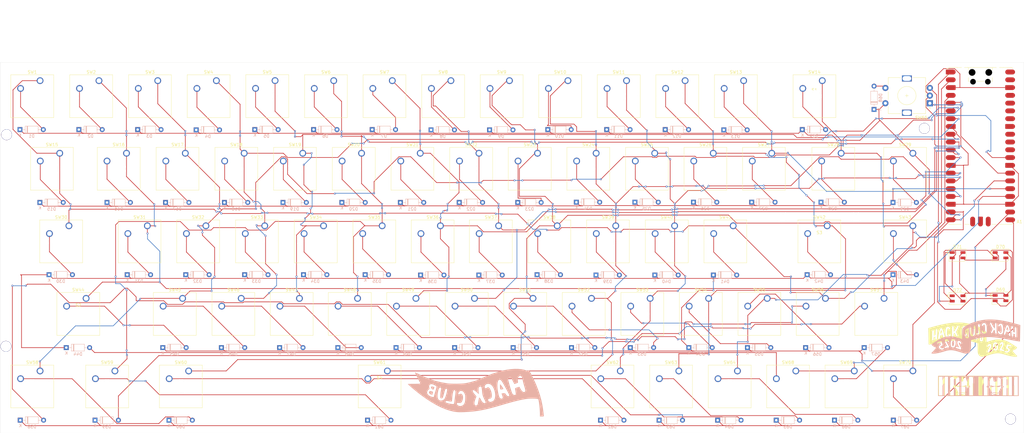
<source format=kicad_pcb>
(kicad_pcb (version 20241229) (generator "pcbnew") (generator_version "9.0")
  (layers (0 "F.Cu" signal) (2 "B.Cu" signal) (13 "F.Paste" user) (15 "B.Paste" user) (5 "F.SilkS" user "F.Silkscreen") (7 "B.SilkS" user "B.Silkscreen") (1 "F.Mask" user) (3 "B.Mask" user) (25 "Edge.Cuts" user))
  (net 0 "")
  (net 1 "ROW 2")
  (net 2 "GND")
  (net 3 "COLUMN 15")
  (net 4 "ROW 5")
  (net 5 "COLUMN 2")
  (net 6 "COLUMN 4")
  (net 7 "COLUMN 9")
  (net 8 "ROW 4")
  (net 9 "COLUMN 11")
  (net 12 "COLUMN 14")
  (net 15 "ROW 3")
  (net 16 "COLUMN 10")
  (net 17 "COLUMN 13")
  (net 20 "COLUMN 6")
  (net 21 "ENCB")
  (net 22 "LED")
  (net 23 "COLUMN 8")
  (net 24 "COLUMN 12")
  (net 25 "ENCA")
  (net 26 "COLUMN 3")
  (net 27 "COLUMN 7")
  (net 28 "COLUMN 5")
  (net 31 "COLUMN 1")
  (net 34 "Net-(D1-A)")
  (net 35 "Net-(D2-A)")
  (net 36 "Net-(D3-A)")
  (net 37 "Net-(D4-A)")
  (net 38 "Net-(D5-A)")
  (net 39 "Net-(D6-A)")
  (net 40 "Net-(D7-A)")
  (net 41 "Net-(D8-A)")
  (net 42 "Net-(D9-A)")
  (net 43 "Net-(D10-A)")
  (net 44 "Net-(D11-A)")
  (net 45 "Net-(D12-A)")
  (net 46 "Net-(D13-A)")
  (net 47 "Net-(D14-A)")
  (net 48 "Net-(D15-A)")
  (net 49 "Net-(D16-A)")
  (net 50 "Net-(D17-A)")
  (net 51 "Net-(D18-A)")
  (net 52 "Net-(D19-A)")
  (net 53 "Net-(D20-A)")
  (net 54 "Net-(D21-A)")
  (net 55 "Net-(D22-A)")
  (net 56 "Net-(D23-A)")
  (net 57 "Net-(D24-A)")
  (net 58 "Net-(D25-A)")
  (net 59 "Net-(D26-A)")
  (net 60 "Net-(D27-A)")
  (net 61 "Net-(D28-A)")
  (net 62 "Net-(D29-A)")
  (net 63 "Net-(D30-A)")
  (net 64 "Net-(D31-A)")
  (net 65 "Net-(D32-A)")
  (net 66 "Net-(D33-A)")
  (net 67 "Net-(D34-A)")
  (net 68 "Net-(D35-A)")
  (net 69 "Net-(D36-A)")
  (net 70 "Net-(D37-A)")
  (net 71 "Net-(D38-A)")
  (net 72 "Net-(D39-A)")
  (net 73 "Net-(D40-A)")
  (net 74 "Net-(D41-A)")
  (net 75 "Net-(D42-A)")
  (net 76 "Net-(D43-A)")
  (net 77 "Net-(D44-A)")
  (net 78 "Net-(D45-A)")
  (net 79 "Net-(D46-A)")
  (net 80 "Net-(D47-A)")
  (net 81 "Net-(D48-A)")
  (net 82 "Net-(D49-A)")
  (net 83 "Net-(D50-A)")
  (net 84 "Net-(D51-A)")
  (net 85 "Net-(D52-A)")
  (net 86 "Net-(D53-A)")
  (net 87 "Net-(D54-A)")
  (net 88 "Net-(D55-A)")
  (net 89 "Net-(D56-A)")
  (net 90 "Net-(D57-A)")
  (net 91 "Net-(D58-A)")
  (net 92 "Net-(D59-A)")
  (net 93 "Net-(D60-A)")
  (net 94 "Net-(D61-A)")
  (net 95 "Net-(D62-A)")
  (net 96 "Net-(D63-A)")
  (net 97 "Net-(D64-A)")
  (net 98 "Net-(D65-A)")
  (net 99 "Net-(D66-A)")
  (net 100 "Net-(D67-A)")
  (net 101 "Net-(D68-A)")
  (net 102 "Net-(D69-VSS)")
  (net 103 "Net-(D69-DOUT)")
  (net 104 "+3.3V")
  (net 105 "Net-(D70-DOUT)")
  (net 106 "Net-(D71-DOUT)")
  (net 108 "COLUMN  12")
  (footprint "Button_Switch_Keyboard:SW_Cherry_MX_1.00u_PCB" (layer "F.Cu") (at 58.56 118.72)
    (property "Reference" "SW30")
    (property "Value" "SW_Push_45deg")
  )
  (footprint "Button_Switch_Keyboard:SW_Cherry_MX_1.00u_PCB" (layer "F.Cu") (at 64.16 142.42)
    (property "Reference" "SW44")
    (property "Value" "SW_Push_45deg")
  )
  (footprint "Button_Switch_Keyboard:SW_Cherry_MX_1.00u_PCB" (layer "F.Cu") (at 324.46 142.42)
    (property "Reference" "SW57")
    (property "Value" "SW_Push_45deg")
  )
  (footprint "Button_Switch_Keyboard:SW_Cherry_MX_1.00u_PCB" (layer "F.Cu") (at 68.36 71.32)
    (property "Reference" "SW2")
    (property "Value" "SW_Push_45deg")
  )
  (footprint "Button_Switch_Keyboard:SW_Cherry_MX_1.00u_PCB" (layer "F.Cu") (at 314.74 166.12)
    (property "Reference" "SW69")
    (property "Value" "SW_Push_45deg")
  )
  (footprint "Button_Switch_Keyboard:SW_Cherry_MX_1.00u_PCB" (layer "F.Cu") (at 333.86 95.02)
    (property "Reference" "SW29")
    (property "Value" "SW_Push_45deg")
  )
  (footprint "Button_Switch_Keyboard:SW_Cherry_MX_1.00u_PCB" (layer "F.Cu") (at 209.94 142.42)
    (property "Reference" "SW51")
    (property "Value" "SW_Push_45deg")
  )
  (footprint "Button_Switch_Keyboard:SW_Cherry_MX_1.00u_PCB" (layer "F.Cu") (at 49.14 71.32)
    (property "Reference" "SW1")
    (property "Value" "SW_Push_45deg")
  )
  (footprint "Button_Switch_Keyboard:SW_Cherry_MX_1.00u_PCB" (layer "F.Cu") (at 276.64 166.12)
    (property "Reference" "SW64")
    (property "Value" "SW_Push_45deg")
  )
  (footprint "Button_Switch_Keyboard:SW_Cherry_MX_1.00u_PCB" (layer "F.Cu") (at 275.24 118.72)
    (property "Reference" "SW41")
    (property "Value" "SW_Push_45deg")
  )
  (footprint "PCM_Mounting_Keyboard_Stabilizer:Stabilizer_Cherry_MX_2.00u" (layer "F.Cu") (at 301.762 76.4)
    (property "Reference" "S1")
    (property "Value" "MX_stab")
  )
  (footprint "Button_Switch_Keyboard:SW_Cherry_MX_1.00u_PCB" (layer "F.Cu") (at 286.34 142.42)
    (property "Reference" "SW55")
    (property "Value" "SW_Push_45deg")
  )
  (footprint "Button_Switch_Keyboard:SW_Cherry_MX_1.00u_PCB" (layer "F.Cu") (at 160.74 118.72)
    (property "Reference" "SW35")
    (property "Value" "SW_Push_45deg")
  )
  (footprint "Button_Switch_Keyboard:SW_Cherry_MX_1.00u_PCB" (layer "F.Cu") (at 154.02 95.02)
    (property "Reference" "SW20")
    (property "Value" "SW_Push_45deg")
  )
  (footprint "Button_Switch_Keyboard:SW_Cherry_MX_1.00u_PCB" (layer "F.Cu") (at 333.86 166.1)
    (property "Reference" "SW70")
    (property "Value" "SW_Push_45deg")
  )
  (footprint "Button_Switch_Keyboard:SW_Cherry_MX_1.00u_PCB" (layer "F.Cu") (at 179.74 118.72)
    (property "Reference" "SW36")
    (property "Value" "SW_Push_45deg")
  )
  (footprint "LOGO" (layer "F.Cu") (at 353.4 155.9)
    (property "Reference" "G***" (hide yes))
    (property "Value" "LOGO" (hide yes))
  )
  (footprint "Button_Switch_Keyboard:SW_Cherry_MX_1.00u_PCB" (layer "F.Cu") (at 333.86 118.72)
    (property "Reference" "SW43")
    (property "Value" "SW_Push_45deg")
  )
  (footprint "Button_Switch_Keyboard:SW_Cherry_MX_1.00u_PCB" (layer "F.Cu") (at 164.04 71.32)
    (property "Reference" "SW7")
    (property "Value" "SW_Push_45deg")
  )
  (footprint "Button_Switch_Keyboard:SW_Cherry_MX_1.00u_PCB" (layer "F.Cu") (at 84.14 118.72)
    (property "Reference" "SW31")
    (property "Value" "SW_Push_45deg")
  )
  (footprint "LOGO" (layer "F.Cu") (at 355.2 171)
    (property "Reference" "G***" (hide yes))
    (property "Value" "LOGO" (hide yes))
  )
  (footprint "Button_Switch_Keyboard:SW_Cherry_MX_1.00u_PCB" (layer "F.Cu") (at 114.76 142.42)
    (property "Reference" "SW46")
    (property "Value" "SW_Push_45deg")
  )
  (footprint "Module:RaspberryPi_Pico_SMD_HandSolder" (layer "F.Cu") (at 355.9 92.625)
    (property "Reference" "A1")
    (property "Value" "RaspberryPi_Pico")
  )
  (footprint "Button_Switch_Keyboard:SW_Cherry_MX_1.00u_PCB" (layer "F.Cu") (at 125.8 71.3)
    (property "Reference" "SW5")
    (property "Value" "SW_Push_45deg")
  )
  (footprint "Button_Switch_Keyboard:SW_Cherry_MX_1.00u_PCB" (layer "F.Cu") (at 152.72 142.42)
    (property "Reference" "SW48")
    (property "Value" "SW_Push_45deg")
  )
  (footprint "Button_Switch_Keyboard:SW_Cherry_MX_1.00u_PCB" (layer "F.Cu") (at 249.66 95.02)
    (property "Reference" "SW25")
    (property "Value" "SW_Push_45deg")
  )
  (footprint "Button_Switch_Keyboard:SW_Cherry_MX_1.00u_PCB" (layer "F.Cu") (at 73.56 166.12)
    (property "Reference" "SW59")
    (property "Value" "SW_Push_45deg")
  )
  (footprint "Button_Switch_Keyboard:SW_Cherry_MX_1.00u_PCB" (layer "F.Cu") (at 133.76 142.42)
    (property "Reference" "SW47")
    (property "Value" "SW_Push_45deg")
  )
  (footprint "Button_Switch_Keyboard:SW_Cherry_MX_1.00u_PCB" (layer "F.Cu") (at 287.82 95.02)
    (property "Reference" "SW27")
    (property "Value" "SW_Push_45deg")
  )
  (footprint "LED_SMD:LED_SK6812MINI_PLCC4_3.5x3.5mm_P1.75mm" (layer "F.Cu") (at 348.45 128.325)
    (property "Reference" "D71")
    (property "Value" "SK6812MINI")
  )
  (footprint "LED_SMD:LED_SK6812MINI_PLCC4_3.5x3.5mm_P1.75mm" (layer "F.Cu") (at 348.45 142.45)
    (property "Reference" "D72")
    (property "Value" "SK6812MINI")
  )
  (footprint "Button_Switch_Keyboard:SW_Cherry_MX_1.00u_PCB" (layer "F.Cu") (at 248.16 142.42)
    (property "Reference" "SW53")
    (property "Value" "SW_Push_45deg")
  )
  (footprint "Button_Switch_Keyboard:SW_Cherry_MX_1.00u_PCB" (layer "F.Cu") (at 256.14 118.72)
    (property "Reference" "SW40")
    (property "Value" "SW_Push_45deg")
  )
  (footprint "PCM_Mounting_Keyboard_Stabilizer:Stabilizer_Cherry_MX_2.00u" (layer "F.Cu") (at 303.362 122.94505)
    (property "Reference" "S3")
    (property "Value" "MX_stab")
  )
  (footprint "Button_Switch_Keyboard:SW_Cherry_MX_1.00u_PCB" (layer "F.Cu") (at 305.34 142.42)
    (property "Reference" "SW56")
    (property "Value" "SW_Push_45deg")
  )
  (footprint "PCM_Mounting_Keyboard_Stabilizer:Stabilizer_Cherry_MX_6.25u" (layer "F.Cu") (at 159.9 170.34505)
    (property "Reference" "S4")
    (property "Value" "MX_stab")
  )
  (footprint "Button_Switch_Keyboard:SW_Cherry_MX_1.00u_PCB" (layer "F.Cu") (at 122.44 118.72)
    (property "Reference" "SW33")
    (property "Value" "SW_Push_45deg")
  )
  (footprint "Button_Switch_Keyboard:SW_Cherry_MX_1.00u_PCB" (layer "F.Cu") (at 268.74 95.02)
    (property "Reference" "SW26")
    (property "Value" "SW_Push_45deg")
  )
  (footprint "Rotary_Encoder:RotaryEncoder_Alps_EC11E-Switch_Vertical_H20mm" (layer "F.Cu") (at 339.4 78.7 180)
    (property "Reference" "SW65")
    (property "Value" "RotaryEncoder_Switch")
  )
  (footprint "Button_Switch_Keyboard:SW_Cherry_MX_1.00u_PCB" (layer "F.Cu") (at 95.64 142.42)
    (property "Reference" "SW45")
    (property "Value" "SW_Push_45deg")
  )
  (footprint "Button_Switch_Keyboard:SW_Cherry_MX_1.00u_PCB" (layer "F.Cu") (at 217.84 118.72)
    (property "Reference" "SW38")
    (property "Value" "SW_Push_45deg")
  )
  (footprint "Button_Switch_Keyboard:SW_Cherry_MX_1.00u_PCB" (layer "F.Cu") (at 295.68 166.12)
    (property "Reference" "SW68")
    (property "Value" "SW_Push_45deg")
  )
  (footprint "Button_Switch_Keyboard:SW_Cherry_MX_1.00u_PCB" (layer "F.Cu") (at 278.66 71.32)
    (property "Reference" "SW13")
    (property "Value" "SW_Push_45deg")
  )
  (footprint "Button_Switch_Keyboard:SW_Cherry_MX_1.00u_PCB" (layer "F.Cu") (at 240.46 71.32)
    (property "Reference" "SW11")
    (property "Value" "SW_Push_45deg")
  )
  (footprint "LED_SMD:LED_SK6812MINI_PLCC4_3.5x3.5mm_P1.75mm" (layer "F.Cu") (at 362.45 128.325)
    (property "Reference" "D70")
    (property "Value" "SK6812MINI")
  )
  (footprint "Button_Switch_Keyboard:SW_Cherry_MX_1.00u_PCB" (layer "F.Cu") (at 97.62 166.12)
    (property "Reference" "SW60")
    (property "Value" "SW_Push_45deg")
  )
  (footprint "Button_Switch_Keyboard:SW_Cherry_MX_1.00u_PCB" (layer "F.Cu") (at 238.42 166.12)
    (property "Reference" "SW62")
    (property "Value" "SW_Push_45deg")
  )
  (footprint "Button_Switch_Keyboard:SW_Cherry_MX_1.00u_PCB" (layer "F.Cu") (at 267.24 142.42)
    (property "Reference" "SW54")
    (property "Value" "SW_Push_45deg")
  )
  (footprint "Button_Switch_Keyboard:SW_Cherry_MX_1.00u_PCB" (layer "F.Cu") (at 115.72 95.02)
    (property "Reference" "SW18")
    (property "Value" "SW_Push_45deg")
  )
  (footprint "Button_Switch_Keyboard:SW_Cherry_MX_1.00u_PCB" (layer "F.Cu") (at 230.54 95.02)
    (property "Reference" "SW24")
    (property "Value" "SW_Push_45deg")
  )
  (footprint "Button_Switch_Keyboard:SW_Cherry_MX_1.00u_PCB" (layer "F.Cu") (at 221.34 71.32)
    (property "Reference" "SW10")
    (property "Value" "SW_Push_45deg")
  )
  (footprint "Button_Switch_Keyboard:SW_Cherry_MX_1.00u_PCB" (layer "F.Cu") (at 305.902 118.72)
    (property "Reference" "SW42")
    (property "Value" "SW_Push_45deg")
  )
  (footprint "Button_Switch_Keyboard:SW_Cherry_MX_1.00u_PCB" (layer "F.Cu") (at 310.46 95.02)
    (property "Reference" "SW28")
    (property "Value" "SW_Push_45deg")
  )
  (footprint "Button_Switch_Keyboard:SW_Cherry_MX_1.00u_PCB" (layer "F.Cu") (at 77.34 95.02)
    (property "Reference" "SW16")
    (property "Value" "SW_Push_45deg")
  )
  (footprint "Button_Switch_Keyboard:SW_Cherry_MX_1.00u_PCB" (layer "F.Cu") (at 259.56 71.32)
    (property "Reference" "SW12")
    (property "Value" "SW_Push_45deg")
  )
  (footprint "Button_Switch_Keyboard:SW_Cherry_MX_1.00u_PCB" (layer "F.Cu") (at 87.54 71.32)
    (property "Reference" "SW3")
    (property "Value" "SW_Push_45deg")
  )
  (footprint "Button_Switch_Keyboard:SW_Cherry_MX_1.00u_PCB" (layer "F.Cu") (at 96.52 95.02)
    (property "Reference" "SW17")
    (property "Value" "SW_Push_45deg")
  )
  (footprint "Button_Switch_Keyboard:SW_Cherry_MX_1.00u_PCB" (layer "F.Cu") (at 106.66 71.32)
    (property "Reference" "SW4")
    (property "Value" "SW_Push_45deg")
  )
  (footprint "Button_Switch_Keyboard:SW_Cherry_MX_1.00u_PCB" (layer "F.Cu") (at 198.74 118.72)
    (property "Reference" "SW37")
    (property "Value" "SW_Push_45deg")
  )
  (footprint "Button_Switch_Keyboard:SW_Cherry_MX_1.00u_PCB" (layer "F.Cu") (at 257.52 166.12)
    (property "Reference" "SW63")
    (property "Value" "SW_Push_45deg")
  )
  (footprint "Button_Switch_Keyboard:SW_Cherry_MX_1.00u_PCB" (layer "F.Cu") (at 236.94 118.72)
    (property "Reference" "SW39")
    (property "Value" "SW_Push_45deg")
  )
  (footprint "Button_Switch_Keyboard:SW_Cherry_MX_1.00u_PCB" (layer "F.Cu") (at 103.24 118.72)
    (property "Reference" "SW32")
    (property "Value" "SW_Push_45deg")
  )
  (footprint "Button_Switch_Keyboard:SW_Cherry_MX_1.00u_PCB" (layer "F.Cu") (at 141.62 118.72)
    (property "Reference" "SW34")
    (property "Value" "SW_Push_45deg")
  )
  (footprint "Button_Switch_Keyboard:SW_Cherry_MX_1.00u_PCB" (layer "F.Cu") (at 49.14 166.12)
    (property "Reference" "SW58")
    (property "Value" "SW_Push_45deg")
  )
  (footprint "Button_Switch_Keyboard:SW_Cherry_MX_1.00u_PCB" (layer "F.Cu") (at 183.16 71.32)
    (property "Reference" "SW8")
    (property "Value" "SW_Push_45deg")
  )
  (footprint "PCM_Mounting_Keyboard_Stabilizer:Stabilizer_Cherry_MX_2.00u" (layer "F.Cu") (at 61.62 146.64505)
    (property "Reference" "S2")
    (property "Value" "MX_stab")
  )
  (footprint "Button_Switch_Keyboard:SW_Cherry_MX_1.00u_PCB" (layer "F.Cu") (at 192.32 95.02)
    (property "Reference" "SW22")
    (property "Value" "SW_Push_45deg")
  )
  (footprint "Button_Switch_Keyboard:SW_Cherry_MX_1.00u_PCB" (layer "F.Cu") (at 55.56 95.02)
    (property "Reference" "SW15")
    (property "Value" "SW_Push_45deg")
  )
  (footprint "Button_Switch_Keyboard:SW_Cherry_MX_1.00u_PCB" (layer "F.Cu") (at 134.84 95.02)
    (property "Reference" "SW19")
    (property "Value" "SW_Push_45deg")
  )
  (footprint "Button_Switch_Keyboard:SW_Cherry_MX_1.00u_PCB" (layer "F.Cu") (at 173.16 95.02)
    (property "Reference" "SW21")
    (property "Value" "SW_Push_45deg")
  )
  (footprint "Button_Switch_Keyboard:SW_Cherry_MX_1.00u_PCB" (layer "F.Cu") (at 190.86 142.42)
    (property "Reference" "SW50")
    (property "Value" "SW_Push_45deg")
  )
  (footprint "Button_Switch_Keyboard:SW_Cherry_MX_1.00u_PCB" (layer "F.Cu") (at 162.44 166.12)
    (property "Reference" "SW61")
    (property "Value" "SW_Push_45deg")
  )
  (footprint "LED_SMD:LED_SK6812MINI_PLCC4_3.5x3.5mm_P1.75mm" (layer "F.Cu") (at 362.45 142.325)
    (property "Reference" "D69")
    (property "Value" "SK6812MINI")
  )
  (footprint "Button_Switch_Keyboard:SW_Cherry_MX_1.00u_PCB" (layer "F.Cu") (at 171.76 142.42)
    (property "Reference" "SW49")
    (property "Value" "SW_Push_45deg")
  )
  (footprint "Button_Switch_Keyboard:SW_Cherry_MX_1.00u_PCB" (layer "F.Cu") (at 144.94 71.32)
    (property "Reference" "SW6")
    (property "Value" "SW_Push_45deg")
  )
  (footprint "Button_Switch_Keyboard:SW_Cherry_MX_1.00u_PCB" (layer "F.Cu") (at 211.42 95.02)
    (property "Reference" "SW23")
    (property "Value" "SW_Push_45deg")
  )
  (footprint "Button_Switch_Keyboard:SW_Cherry_MX_1.00u_PCB" (layer "F.Cu") (at 229.02 142.42)
    (property "Reference" "SW52")
    (property "Value" "SW_Push_45deg")
  )
  (footprint "Button_Switch_Keyboard:SW_Cherry_MX_1.00u_PCB" (layer "F.Cu") (at 304.302 71.32)
    (property "Reference" "SW14")
    (property "Value" "SW_Push_45deg")
  )
  (footprint "Button_Switch_Keyboard:SW_Cherry_MX_1.00u_PCB" (layer "F.Cu") (at 202.26 71.32)
    (property "Reference" "SW9")
    (property "Value" "SW_Push_45deg")
  )
  (footprint "Diode_THT:D_DO-35_SOD27_P7.62mm_Horizontal" (layer "B.Cu") (at 281.28 111)
    (property "Reference" "D27")
    (property "Value" "1N4148")
  )
  (footprint "Diode_THT:D_DO-35_SOD27_P7.62mm_Horizontal" (layer "B.Cu") (at 251.09 182.2)
    (property "Reference" "D63")
    (property "Value" "1N4148")
  )
  (footprint "Diode_THT:D_DO-35_SOD27_P7.62mm_Horizontal" (layer "B.Cu") (at 231.98 182.2)
    (property "Reference" "D62")
    (property "Value" "1N4148")
  )
  (footprint "Diode_THT:D_DO-35_SOD27_P7.62mm_Horizontal" (layer "B.Cu") (at 303.88 111)
    (property "Reference" "D28")
    (property "Value" "1N4148")
  )
  (footprint "Diode_THT:D_DO-35_SOD27_P7.62mm_Horizontal" (layer "B.Cu") (at 166.68 111.1)
    (property "Reference" "D21")
    (property "Value" "1N4148")
  )
  (footprint "LOGO" (layer "B.Cu") (at 354.4 154.9 180)
    (property "Reference" "G***" (hide yes))
    (property "Value" "LOGO" (hide yes))
  )
  (footprint "Diode_THT:D_DO-35_SOD27_P7.62mm_Horizontal" (layer "B.Cu") (at 260.78 158.5)
    (property "Reference" "D54")
    (property "Value" "1N4148")
  )
  (footprint "Diode_THT:D_DO-35_SOD27_P7.62mm_Horizontal" (layer "B.Cu") (at 192.28 134.8)
    (property "Reference" "D37")
    (property "Value" "1N4148")
  )
  (footprint "Diode_THT:D_DO-35_SOD27_P7.62mm_Horizontal" (layer "B.Cu") (at 173.28 134.8)
    (property "Reference" "D36")
    (property "Value" "1N4148")
  )
  (footprint "Diode_THT:D_DO-35_SOD27_P7.62mm_Horizontal" (layer "B.Cu") (at 222.49 158.5)
    (property "Reference" "D52")
    (property "Value" "1N4148")
  )
  (footprint "Diode_THT:D_DO-35_SOD27_P7.62mm_Horizontal" (layer "B.Cu") (at 157.49 87.3)
    (property "Reference" "D7")
    (property "Value" "1N4148")
  )
  (footprint "Diode_THT:D_DO-35_SOD27_P7.62mm_Horizontal" (layer "B.Cu") (at 115.89 134.7)
    (property "Reference" "D33")
    (property "Value" "1N4148")
  )
  (footprint "Diode_THT:D_DO-35_SOD27_P7.62mm_Horizontal" (layer "B.Cu") (at 89.18 158.5)
    (property "Reference" "D45")
    (property "Value" "1N4148")
  )
  (footprint "Diode_THT:D_DO-35_SOD27_P7.62mm_Horizontal" (layer "B.Cu") (at 241.68 158.5)
    (property "Reference" "D53")
    (property "Value" "1N4148")
  )
  (footprint "Diode_THT:D_DO-35_SOD27_P7.62mm_Horizontal" (layer "B.Cu") (at 42.68 182.2)
    (property "Reference" "D58")
    (property "Value" "1N4148")
  )
  (footprint "LOGO" (layer "B.Cu") (at 355.25402 171.030676 180)
    (property "Reference" "G***" (hide yes))
    (property "Value" "LOGO" (hide yes))
  )
  (footprint "Diode_THT:D_DO-35_SOD27_P7.62mm_Horizontal" (layer "B.Cu") (at 268.78 134.8)
    (property "Reference" "D41")
    (property "Value" "1N4148")
  )
  (footprint "Diode_THT:D_DO-35_SOD27_P7.62mm_Horizontal" (layer "B.Cu") (at 249.69 134.8)
    (property "Reference" "D40")
    (property "Value" "1N4148")
  )
  (footprint "Diode_THT:D_DO-35_SOD27_P7.62mm_Horizontal" (layer "B.Cu") (at 224.08 111)
    (property "Reference" "D24")
    (property "Value" "1N4148")
  )
  (footprint "Diode_THT:D_DO-35_SOD27_P7.62mm_Horizontal" (layer "B.Cu") (at 138.38 87.3)
    (property "Reference" "D6")
    (property "Value" "1N4148")
  )
  (footprint "Diode_THT:D_DO-35_SOD27_P7.62mm_Horizontal" (layer "B.Cu") (at 211.28 134.7)
    (property "Reference" "D38")
    (property "Value" "1N4148")
  )
  (footprint "Diode_THT:D_DO-35_SOD27_P7.62mm_Horizontal" (layer "B.Cu") (at 42.58 87.3)
    (property "Reference" "D1")
    (property "Value" "1N4148")
  )
  (footprint "Diode_THT:D_DO-35_SOD27_P7.62mm_Horizontal" (layer "B.Cu") (at 128.38 111.1)
    (property "Reference" "D19")
    (property "Value" "1N4148")
  )
  (footprint "Diode_THT:D_DO-35_SOD27_P7.62mm_Horizontal" (layer "B.Cu") (at 165.28 158.5)
    (property "Reference" "D49")
    (property "Value" "1N4148")
  )
  (footprint "Diode_THT:D_DO-35_SOD27_P7.62mm_Horizontal" (layer "B.Cu") (at 243.18 111)
    (property "Reference" "D25")
    (property "Value" "1N4148")
  )
  (footprint "Diode_THT:D_DO-35_SOD27_P7.62mm_Horizontal" (layer "B.Cu") (at 272.19 87.4)
    (property "Reference" "D13")
    (property "Value" "1N4148")
  )
  (footprint "Diode_THT:D_DO-35_SOD27_P7.62mm_Horizontal" (layer "B.Cu") (at 321.2 80.72 90)
    (property "Reference" "D68")
    (property "Value" "1N4148")
  )
  (footprint "Diode_THT:D_DO-35_SOD27_P7.62mm_Horizontal" (layer "B.Cu") (at 91.19 182.2)
    (property "Reference" "D60")
    (property "Value" "1N4148")
  )
  (footprint "Diode_THT:D_DO-35_SOD27_P7.62mm_Horizontal" (layer "B.Cu") (at 155.98 182.2)
    (property "Reference" "D61")
    (property "Value" "1N4148")
  )
  (footprint "Diode_THT:D_DO-35_SOD27_P7.62mm_Horizontal" (layer "B.Cu") (at 109.28 111.1)
    (property "Reference" "D18")
    (property "Value" "1N4148")
  )
  (footprint "Diode_THT:D_DO-35_SOD27_P7.62mm_Horizontal" (layer "B.Cu") (at 214.78 87.3)
    (property "Reference" "D10")
    (property "Value" "1N4148")
  )
  (footprint "Diode_THT:D_DO-35_SOD27_P7.62mm_Horizontal" (layer "B.Cu") (at 176.69 87.4)
    (property "Reference" "D8")
    (property "Value" "1N4148")
  )
  (footprint "Diode_THT:D_DO-35_SOD27_P7.62mm_Horizontal" (layer "B.Cu") (at 297.78 87.3)
    (property "Reference" "D14")
    (property "Value" "1N4148")
  )
  (footprint "Diode_THT:D_DO-35_SOD27_P7.62mm_Horizontal" (layer "B.Cu") (at 195.78 87.4)
    (property "Reference" "D9")
    (property "Value" "1N4148")
  )
  (footprint "Diode_THT:D_DO-35_SOD27_P7.62mm_Horizontal" (layer "B.Cu") (at 327.38 111.1)
    (property "Reference" "D29")
    (property "Value" "1N4148")
  )
  (footprint "Diode_THT:D_DO-35_SOD27_P7.62mm_Horizontal" (layer "B.Cu") (at 279.89 158.5)
    (property "Reference" "D55")
    (property "Value" "1N4148")
  )
  (footprint "Diode_THT:D_DO-35_SOD27_P7.62mm_Horizontal" (layer "B.Cu") (at 230.49 134.8)
    (property "Reference" "D39")
    (property "Value" "1N4148")
  )
  (footprint "Diode_THT:D_DO-35_SOD27_P7.62mm_Horizontal" (layer "B.Cu") (at 61.8 87.3)
    (property "Reference" "D2")
    (property "Value" "1N4148")
  )
  (footprint "Diode_THT:D_DO-35_SOD27_P7.62mm_Horizontal" (layer "B.Cu") (at 70.98 111.1)
    (property "Reference" "D16")
    (property "Value" "1N4148")
  )
  (footprint "Diode_THT:D_DO-35_SOD27_P7.62mm_Horizontal" (layer "B.Cu") (at 289.29 182.2)
    (property "Reference" "D65")
    (property "Value" "1N4148")
  )
  (footprint "Diode_THT:D_DO-35_SOD27_P7.62mm_Horizontal" (layer "B.Cu") (at 57.69 158.5)
    (property "Reference" "D44")
    (property "Value" "1N4148")
  )
  (footprint "Diode_THT:D_DO-35_SOD27_P7.62mm_Horizontal" (layer "B.Cu") (at 262.28 111)
    (property "Reference" "D26")
    (property "Value" "1N4148")
  )
  (footprint "Diode_THT:D_DO-35_SOD27_P7.62mm_Horizontal" (layer "B.Cu") (at 184.38 158.5)
    (property "Reference" "D50")
    (property "Value" "1N4148")
  )
  (footprint "Diode_THT:D_DO-35_SOD27_P7.62mm_Horizontal" (layer "B.Cu") (at 119.19 87.3)
    (property "Reference" "D5")
    (property "Value" "1N4148")
  )
  (footprint "Diode_THT:D_DO-35_SOD27_P7.62mm_Horizontal" (layer "B.Cu") (at 49.08 111.1)
    (property "Reference" "D15")
    (property "Value" "1N4148")
  )
  (footprint "Diode_THT:D_DO-35_SOD27_P7.62mm_Horizontal" (layer "B.Cu") (at 52.08 134.7)
    (property "Reference" "D30")
    (property "Value" "1N4148")
  )
  (footprint "Diode_THT:D_DO-35_SOD27_P7.62mm_Horizontal" (layer "B.Cu") (at 204.98 111.1)
    (property "Reference" "D23")
    (property "Value" "1N4148")
  )
  (footprint "Diode_THT:D_DO-35_SOD27_P7.62mm_Horizontal" (layer "B.Cu") (at 298.88 158.5)
    (property "Reference" "D56")
    (property "Value" "1N4148")
  )
  (footprint "Diode_THT:D_DO-35_SOD27_P7.62mm_Horizontal" (layer "B.Cu") (at 108.29 158.5)
    (property "Reference" "D46")
    (property "Value" "1N4148")
  )
  (footprint "Diode_THT:D_DO-35_SOD27_P7.62mm_Horizontal" (layer "B.Cu") (at 96.68 134.7)
    (property "Reference" "D32")
    (property "Value" "1N4148")
  )
  (footprint "Diode_THT:D_DO-35_SOD27_P7.62mm_Horizontal" (layer "B.Cu") (at 77.58 134.7)
    (property "Reference" "D31")
    (property "Value" "1N4148")
  )
  (footprint "Diode_THT:D_DO-35_SOD27_P7.62mm_Horizontal" (layer "B.Cu") (at 327.49 182.2)
    (property "Reference" "D67")
    (property "Value" "1N4148")
  )
  (footprint "Diode_THT:D_DO-35_SOD27_P7.62mm_Horizontal" (layer "B.Cu") (at 147.59 111.1)
    (property "Reference" "D20")
    (property "Value" "1N4148")
  )
  (footprint "Diode_THT:D_DO-35_SOD27_P7.62mm_Horizontal" (layer "B.Cu") (at 135.08 134.7)
    (property "Reference" "D34")
    (property "Value" "1N4148")
  )
  (footprint "Diode_THT:D_DO-35_SOD27_P7.62mm_Horizontal" (layer "B.Cu") (at 100.08 87.4)
    (property "Reference" "D4")
    (property "Value" "1N4148")
  )
  (footprint "Diode_THT:D_DO-35_SOD27_P7.62mm_Horizontal" (layer "B.Cu") (at 308.29 182.2)
    (property "Reference" "D66")
    (property "Value" "1N4148")
  )
  (footprint "Diode_THT:D_DO-35_SOD27_P7.62mm_Horizontal" (layer "B.Cu") (at 317.98 158.5)
    (property "Reference" "D57")
    (property "Value" "1N4148")
  )
  (footprint "Diode_THT:D_DO-35_SOD27_P7.62mm_Horizontal" (layer "B.Cu") (at 327.38 134.7)
    (property "Reference" "D43")
    (property "Value" "1N4148")
  )
  (footprint "Diode_THT:D_DO-35_SOD27_P7.62mm_Horizontal" (layer "B.Cu") (at 80.99 87.3)
    (property "Reference" "D3")
    (property "Value" "1N4148")
  )
  (footprint "Diode_THT:D_DO-35_SOD27_P7.62mm_Horizontal" (layer "B.Cu") (at 203.48 158.5)
    (property "Reference" "D51")
    (property "Value" "1N4148")
  )
  (footprint "Diode_THT:D_DO-35_SOD27_P7.62mm_Horizontal" (layer "B.Cu") (at 90.08 111.1)
    (property "Reference" "D17")
    (property "Value" "1N4148")
  )
  (footprint "Diode_THT:D_DO-35_SOD27_P7.62mm_Horizontal" (layer "B.Cu") (at 253.08 87.3)
    (property "Reference" "D12")
    (property "Value" "1N4148")
  )
  (footprint "Diode_THT:D_DO-35_SOD27_P7.62mm_Horizontal" (layer "B.Cu") (at 67.08 182.2)
    (property "Reference" "D59")
    (property "Value" "1N4148")
  )
  (footprint "LOGO" (layer "B.Cu") (at 191.2 173.2 180)
    (property "Reference" "G***" (hide yes))
    (property "Value" "LOGO" (hide yes))
  )
  (footprint "Diode_THT:D_DO-35_SOD27_P7.62mm_Horizontal" (layer "B.Cu") (at 299.38 134.7)
    (property "Reference" "D42")
    (property "Value" "1N4148")
  )
  (footprint "Diode_THT:D_DO-35_SOD27_P7.62mm_Horizontal" (layer "B.Cu") (at 185.88 111.1)
    (property "Reference" "D22")
    (property "Value" "1N4148")
  )
  (footprint "Diode_THT:D_DO-35_SOD27_P7.62mm_Horizontal" (layer "B.Cu") (at 233.99 87.3)
    (property "Reference" "D11")
    (property "Value" "1N4148")
  )
  (footprint "Diode_THT:D_DO-35_SOD27_P7.62mm_Horizontal" (layer "B.Cu") (at 270.19 182.2)
    (property "Reference" "D64")
    (property "Value" "1N4148")
  )
  (footprint "Diode_THT:D_DO-35_SOD27_P7.62mm_Horizontal" (layer "B.Cu") (at 155.2 134.7)
    (property "Reference" "D35")
    (property "Value" "1N4148")
  )
  (footprint "Diode_THT:D_DO-35_SOD27_P7.62mm_Horizontal" (layer "B.Cu") (at 127.29 158.5)
    (property "Reference" "D47")
    (property "Value" "1N4148")
  )
  (footprint "Diode_THT:D_DO-35_SOD27_P7.62mm_Horizontal" (layer "B.Cu") (at 146.29 158.5)
    (property "Reference" "D48")
    (property "Value" "1N4148")
  )
  (gr_rect (start 36.1 65.375) (end 370.1 186.4) (stroke (width 0.05)) (fill no) (layer "Edge.Cuts"))
  (via (at 38.01 158.07) (size 3.5) (drill 3.4) (layers "F.Cu" "B.Cu") (net 0))
  (via (at 365.715 181.83) (size 3.5) (drill 3.4) (layers "F.Cu" "B.Cu") (net 0))
  (via (at 38.235 88.965) (size 3.5) (drill 3.4) (layers "F.Cu" "B.Cu") (net 0))
  (via (at 337.605 86.91) (size 3.5) (drill 3.4) (layers "F.Cu" "B.Cu") (net 0))
  (segment (start 149.7 112.201) (end 168.8 112.201) (width 0.2) (layer "F.Cu") (net 1))
  (segment (start 365.585 106.6) (end 359 106.6) (width 0.2) (layer "F.Cu") (net 1))
  (segment (start 72.18 112.3) (end 74.4 112.3) (width 0.2) (layer "F.Cu") (net 1))
  (segment (start 327.4 106.7) (end 327.38 106.72) (width 0.2) (layer "F.Cu") (net 1))
  (segment (start 281.28 111) (end 282.381 112.101) (width 0.2) (layer "F.Cu") (net 1))
  (segment (start 245.9 112.101) (end 264.5 112.101) (width 0.2) (layer "F.Cu") (net 1))
  (segment (start 188.1 112.201) (end 207.4 112.201) (width 0.2) (layer "F.Cu") (net 1))
  (segment (start 186.981 112.201) (end 188.1 112.201) (width 0.2) (layer "F.Cu") (net 1))
  (segment (start 224.08 111) (end 225.181 112.101) (width 0.2) (layer "F.Cu") (net 1))
  (segment (start 166.68 111.1) (end 167.781 112.201) (width 0.2) (layer "F.Cu") (net 1))
  (segment (start 147.59 111.1) (end 148.691 112.201) (width 0.2) (layer "F.Cu") (net 1))
  (segment (start 262.28 111) (end 263.381 112.101) (width 0.2) (layer "F.Cu") (net 1))
  (segment (start 149.601 112.3) (end 149.7 112.201) (width 0.2) (layer "F.Cu") (net 1))
  (segment (start 49.08 111.1) (end 50.28 112.3) (width 0.2) (layer "F.Cu") (net 1))
  (segment (start 226.2 112.101) (end 245.9 112.101) (width 0.2) (layer "F.Cu") (net 1))
  (segment (start 91.28 112.3) (end 93.7 112.3) (width 0.2) (layer "F.Cu") (net 1))
  (segment (start 128.38 111.1) (end 129.58 112.3) (width 0.2) (layer "F.Cu") (net 1))
  (segment (start 131 112.3) (end 149.601 112.3) (width 0.2) (layer "F.Cu") (net 1))
  (segment (start 90.08 111.1) (end 91.28 112.3) (width 0.2) (layer "F.Cu") (net 1))
  (segment (start 70.98 111.1) (end 72.18 112.3) (width 0.2) (layer "F.Cu") (net 1))
  (segment (start 185.88 111.1) (end 186.981 112.201) (width 0.2) (layer "F.Cu") (net 1))
  (segment (start 243.18 111) (end 244.281 112.101) (width 0.2) (layer "F.Cu") (net 1))
  (segment (start 283 112.101) (end 305.9 112.101) (width 0.2) (layer "F.Cu") (net 1))
  (segment (start 326.379 112.101) (end 305.9 112.101) (width 0.2) (layer "F.Cu") (net 1))
  (segment (start 74.4 112.3) (end 93.7 112.3) (width 0.2) (layer "F.Cu") (net 1))
  (segment (start 93.7 112.3) (end 112.3 112.3) (width 0.2) (layer "F.Cu") (net 1))
  (segment (start 226.1 112.201) (end 226.2 112.101) (width 0.2) (layer "F.Cu") (net 1))
  (segment (start 244.281 112.101) (end 245.9 112.101) (width 0.2) (layer "F.Cu") (net 1))
  (segment (start 168.8 112.201) (end 188.1 112.201) (width 0.2) (layer "F.Cu") (net 1))
  (segment (start 264.5 112.101) (end 283 112.101) (width 0.2) (layer "F.Cu") (net 1))
  (segment (start 365.59 106.595) (end 365.585 106.6) (width 0.2) (layer "F.Cu") (net 1))
  (segment (start 167.781 112.201) (end 168.8 112.201) (width 0.2) (layer "F.Cu") (net 1))
  (segment (start 305.9 112.101) (end 304.981 112.101) (width 0.2) (layer "F.Cu") (net 1))
  (segment (start 109.28 111.1) (end 110.48 112.3) (width 0.2) (layer "F.Cu") (net 1))
  (segment (start 327.38 111.1) (end 326.379 112.101) (width 0.2) (layer "F.Cu") (net 1))
  (segment (start 129.58 112.3) (end 131 112.3) (width 0.2) (layer "F.Cu") (net 1))
  (segment (start 148.691 112.201) (end 149.7 112.201) (width 0.2) (layer "F.Cu") (net 1))
  (segment (start 110.48 112.3) (end 112.3 112.3) (width 0.2) (layer "F.Cu") (net 1))
  (segment (start 204.98 111.1) (end 206.081 112.201) (width 0.2) (layer "F.Cu") (net 1))
  (segment (start 50.28 112.3) (end 74.4 112.3) (width 0.2) (layer "F.Cu") (net 1))
  (segment (start 304.981 112.101) (end 303.88 111) (width 0.2) (layer "F.Cu") (net 1))
  (segment (start 206.081 112.201) (end 207.4 112.201) (width 0.2) (layer "F.Cu") (net 1))
  (segment (start 263.381 112.101) (end 264.5 112.101) (width 0.2) (layer "F.Cu") (net 1))
  (segment (start 282.381 112.101) (end 283 112.101) (width 0.2) (layer "F.Cu") (net 1))
  (segment (start 207.4 112.201) (end 226.1 112.201) (width 0.2) (layer "F.Cu") (net 1))
  (segment (start 327.38 106.72) (end 327.38 111.1) (width 0.2) (layer "F.Cu") (net 1))
  (segment (start 112.3 112.3) (end 131 112.3) (width 0.2) (layer "F.Cu") (net 1))
  (segment (start 225.181 112.101) (end 226.2 112.101) (width 0.2) (layer "F.Cu") (net 1))
  (via (at 359 106.6) (size 0.6) (drill 0.3) (layers "F.Cu" "B.Cu") (net 1))
  (via (at 327.4 106.7) (size 0.6) (drill 0.3) (layers "F.Cu" "B.Cu") (net 1))
  (segment (start 327.5 106.6) (end 327.4 106.7) (width 0.2) (layer "B.Cu") (net 1))
  (segment (start 359 106.6) (end 327.5 106.6) (width 0.2) (layer "B.Cu") (net 1))
  (segment (start 350.4 98.9) (end 350.4 111.575) (width 0.2) (layer "F.Cu") (net 2))
  (segment (start 350.325 98.975) (end 350.4 98.9) (width 0.2) (layer "F.Cu") (net 2))
  (segment (start 350.5 111.675) (end 365.59 111.675) (width 0.2) (layer "F.Cu") (net 2))
  (segment (start 347.468122 67.389) (end 349.2 69.120878) (width 0.2) (layer "F.Cu") (net 2))
  (segment (start 348.111 88.176) (end 346.21 86.275) (width 0.2) (layer "F.Cu") (net 2))
  (segment (start 349.5 90.1) (end 349.5 92.7) (width 0.2) (layer "F.Cu") (net 2))
  (segment (start 338.099 77.501) (end 339.4 76.2) (width 0.2) (layer "F.Cu") (net 2))
  (segment (start 365.59 98.975) (end 368.3 101.685) (width 0.2) (layer "F.Cu") (net 2))
  (segment (start 349.2 69.120878) (end 349.2 73.575) (width 0.2) (layer "F.Cu") (net 2))
  (segment (start 351.9 98.9) (end 350.4 98.9) (width 0.2) (layer "F.Cu") (net 2))
  (segment (start 349.2 73.575) (end 365.59 73.575) (width 0.2) (layer "F.Cu") (net 2))
  (segment (start 338.099 80.001) (end 338.099 77.501) (width 0.2) (layer "F.Cu") (net 2))
  (segment (start 349.5 92.7) (end 351.9 95.1) (width 0.2) (layer "F.Cu") (net 2))
  (segment (start 368.3 101.685) (end 368.3 108.965) (width 0.2) (layer "F.Cu") (net 2))
  (segment (start 368.3 108.965) (end 365.59 111.675) (width 0.2) (layer "F.Cu") (net 2))
  (segment (start 338.099 73.161108) (end 343.871108 67.389) (width 0.2) (layer "F.Cu") (net 2))
  (segment (start 348.111 88.711) (end 348.111 88.176) (width 0.2) (layer "F.Cu") (net 2))
  (segment (start 341.6 92.7) (end 340.999 92.099) (width 0.2) (layer "F.Cu") (net 2))
  (segment (start 338.099 74.899) (end 338.099 73.161108) (width 0.2) (layer "F.Cu") (net 2))
  (segment (start 340.999 82.901) (end 338.099 80.001) (width 0.2) (layer "F.Cu") (net 2))
  (segment (start 346.21 98.975) (end 350.325 98.975) (width 0.2) (layer "F.Cu") (net 2))
  (segment (start 346.21 111.675) (end 350.5 111.675) (width 0.2) (layer "F.Cu") (net 2))
  (segment (start 340.999 92.099) (end 340.999 82.901) (width 0.2) (layer "F.Cu") (net 2))
  (segment (start 350.4 111.575) (end 350.5 111.675) (width 0.2) (layer "F.Cu") (net 2))
  (segment (start 343.871108 67.389) (end 347.468122 67.389) (width 0.2) (layer "F.Cu") (net 2))
  (segment (start 346.21 73.575) (end 349.2 73.575) (width 0.2) (layer "F.Cu") (net 2))
  (segment (start 339.4 76.2) (end 338.099 74.899) (width 0.2) (layer "F.Cu") (net 2))
  (segment (start 351.9 95.1) (end 351.9 98.9) (width 0.2) (layer "F.Cu") (net 2))
  (segment (start 349.5 90.1) (end 348.111 88.711) (width 0.2) (layer "F.Cu") (net 2))
  (via (at 349.5 92.7) (size 0.6) (drill 0.3) (layers "F.Cu" "B.Cu") (net 2))
  (via (at 341.6 92.7) (size 0.6) (drill 0.3) (layers "F.Cu" "B.Cu") (net 2))
  (segment (start 349.5 92.7) (end 341.6 92.7) (width 0.2) (layer "B.Cu") (net 2))
  (segment (start 236.1 88.501) (end 255.4 88.501) (width 0.2) (layer "F.Cu") (net 3))
  (segment (start 339.2 100.36) (end 333.86 95.02) (width 0.2) (layer "F.Cu") (net 3))
  (segment (start 80.99 87.3) (end 82.191 88.501) (width 0.2) (layer "F.Cu") (net 3))
  (segment (start 353.9 110.5) (end 360.345 104.055) (width 0.2) (layer "F.Cu") (net 3))
  (segment (start 138.38 87.3) (end 139.581 88.501) (width 0.2) (layer "F.Cu") (net 3))
  (segment (start 314.6 163.4) (end 314.74 163.54) (width 0.2) (layer "F.Cu") (net 3))
  (segment (start 120.391 88.501) (end 123.8 88.501) (width 0.2) (layer "F.Cu") (net 3))
  (segment (start 176.69 87.4) (end 177.791 88.501) (width 0.2) (layer "F.Cu") (net 3))
  (segment (start 296.579 88.501) (end 274.2 88.501) (width 0.2) (layer "F.Cu") (net 3))
  (segment (start 254.281 88.501) (end 255.4 88.501) (width 0.2) (layer "F.Cu") (net 3))
  (segment (start 346.21 116.755) (end 349.445 116.755) (width 0.2) (layer "F.Cu") (net 3))
  (segment (start 340.9 143.9) (end 340.9 122.065) (width 0.2) (layer "F.Cu") (net 3))
  (segment (start 255.4 88.501) (end 274.2 88.501) (width 0.2) (layer "F.Cu") (net 3))
  (segment (start 196.881 88.501) (end 198.1 88.501) (width 0.2) (layer "F.Cu") (net 3))
  (segment (start 297.78 87.3) (end 296.579 88.501) (width 0.2) (layer "F.Cu") (net 3))
  (segment (start 273.291 88.501) (end 272.19 87.4) (width 0.2) (layer "F.Cu") (net 3))
  (segment (start 253.08 87.3) (end 254.281 88.501) (width 0.2) (layer "F.Cu") (net 3))
  (segment (start 63.001 88.501) (end 65.5 88.501) (width 0.2) (layer "F.Cu") (net 3))
  (segment (start 139.581 88.501) (end 141.5 88.501) (width 0.2) (layer "F.Cu") (net 3))
  (segment (start 214.78 87.3) (end 215.981 88.501) (width 0.2) (layer "F.Cu") (net 3))
  (segment (start 322.8 80.72) (end 322.8 83.96) (width 0.2) (layer "F.Cu") (net 3))
  (segment (start 61.8 87.3) (end 63.001 88.501) (width 0.2) (layer "F.Cu") (net 3))
  (segment (start 157.49 87.3) (end 158.691 88.501) (width 0.2) (layer "F.Cu") (net 3))
  (segment (start 158.691 88.501) (end 159.4 88.501) (width 0.2) (layer "F.Cu") (net 3))
  (segment (start 83.4 88.501) (end 103.2 88.501) (width 0.2) (layer "F.Cu") (net 3))
  (segment (start 65.5 88.501) (end 83.4 88.501) (width 0.2) (layer "F.Cu") (net 3))
  (segment (start 178.9 88.501) (end 198.1 88.501) (width 0.2) (layer "F.Cu") (net 3))
  (segment (start 316.6 90.8) (end 323.12 84.28) (width 0.2) (layer "F.Cu") (net 3))
  (segment (start 274.2 88.501) (end 273.291 88.501) (width 0.2) (layer "F.Cu") (net 3))
  (segment (start 42.58 87.3) (end 43.781 88.501) (width 0.2) (layer "F.Cu") (net 3))
  (segment (start 141.5 88.501) (end 159.4 88.501) (width 0.2) (layer "F.Cu") (net 3))
  (segment (start 123.8 88.501) (end 141.5 88.501) (width 0.2) (layer "F.Cu") (net 3))
  (segment (start 324.9 78.7) (end 322.88 80.72) (width 0.2) (layer "F.Cu") (net 3))
  (segment (start 307.499 89.099) (end 309.3 90.9) (width 0.2) (layer "F.Cu") (net 3))
  (segment (start 295.68 166.12) (end 314.74 166.12) (width 0.2) (layer "F.Cu") (net 3))
  (segment (start 297.78 87.3) (end 299.579 89.099) (width 0.2) (layer "F.Cu") (net 3))
  (segment (start 159.4 88.501) (end 178.9 88.501) (width 0.2) (layer "F.Cu") (net 3))
  (segment (start 100.08 87.4) (end 101.181 88.501) (width 0.2) (layer "F.Cu") (net 3))
  (segment (start 347.865 115.1) (end 349 115.1) (width 0.2) (layer "F.Cu") (net 3))
  (segment (start 43.781 88.501) (end 65.5 88.501) (width 0.2) (layer "F.Cu") (net 3))
  (segment (start 195.78 87.4) (end 196.881 88.501) (width 0.2) (layer "F.Cu") (net 3))
  (segment (start 349.445 116.755) (end 349.5 116.7) (width 0.2) (layer "F.Cu") (net 3))
  (segment (start 333.86 166.1) (end 320.5 166.1) (width 0.2) (layer "F.Cu") (net 3))
  (segment (start 312 90.8) (end 316.6 90.8) (width 0.2) (layer "F.Cu") (net 3))
  (segment (start 322.88 80.72) (end 322.8 80.72) (width 0.2) (layer "F.Cu") (net 3))
  (segment (start 322.8 83.96) (end 323.12 84.28) (width 0.2) (layer "F.Cu") (net 3))
  (segment (start 299.579 89.099) (end 307.499 89.099) (width 0.2) (layer "F.Cu") (net 3))
  (segment (start 314.74 163.54) (end 314.74 166.12) (width 0.2) (layer "F.Cu") (net 3))
  (segment (start 82.191 88.501) (end 83.4 88.501) (width 0.2) (layer "F.Cu") (net 3))
  (segment (start 346.21 116.755) (end 347.865 115.1) (width 0.2) (layer "F.Cu") (net 3))
  (segment (start 333.86 166.1) (end 333.86 150.94) (width 0.2) (layer "F.Cu") (net 3))
  (segment (start 198.1 88.501) (end 216.6 88.501) (width 0.2) (layer "F.Cu") (net 3))
  (segment (start 333.86 150.94) (end 340.9 143.9) (width 0.2) (layer "F.Cu") (net 3))
  (segment (start 340.9 122.065) (end 346.21 116.755) (width 0.2) (layer "F.Cu") (net 3))
  (segment (start 235.191 88.501) (end 236.1 88.501) (width 0.2) (layer "F.Cu") (net 3))
  (segment (start 119.19 87.3) (end 120.391 88.501) (width 0.2) (layer "F.Cu") (net 3))
  (segment (start 215.981 88.501) (end 216.6 88.501) (width 0.2) (layer "F.Cu") (net 3))
  (segment (start 339.2 108.1) (end 339.2 100.36) (width 0.2) (layer "F.Cu") (net 3))
  (segment (start 322.8 80.72) (end 321.2 80.72) (width 0.2) (layer "F.Cu") (net 3))
  (segment (start 177.791 88.501) (end 178.9 88.501) (width 0.2) (layer "F.Cu") (net 3))
  (segment (start 216.6 88.501) (end 236.1 88.501) (width 0.2) (layer "F.Cu") (net 3))
  (segment (start 101.181 88.501) (end 103.2 88.501) (width 0.2) (layer "F.Cu") (net 3))
  (segment (start 233.99 87.3) (end 235.191 88.501) (width 0.2) (layer "F.Cu") (net 3))
  (segment (start 323.12 84.28) (end 333.86 95.02) (width 0.2) (layer "F.Cu") (net 3))
  (segment (start 103.2 88.501) (end 123.8 88.501) (width 0.2) (layer "F.Cu") (net 3))
  (segment (start 360.345 104.055) (end 365.59 104.055) (width 0.2) (layer "F.Cu") (net 3))
  (via (at 320.5 166.1) (size 0.6) (drill 0.3) (layers "F.Cu" "B.Cu") (net 3))
  (via (at 309.3 90.9) (size 0.6) (drill 0.3) (layers "F.Cu" "B.Cu") (net 3))
  (via (at 312 90.8) (size 0.6) (drill 0.3) (layers "F.Cu" "B.Cu") (net 3))
  (via (at 353.9 110.5) (size 0.6) (drill 0.3) (layers "F.Cu" "B.Cu") (net 3))
  (via (at 349.5 116.7) (size 0.6) (drill 0.3) (layers "F.Cu" "B.Cu") (net 3))
  (via (at 349 115.1) (size 0.6) (drill 0.3) (layers "F.Cu" "B.Cu") (net 3))
  (via (at 314.6 163.4) (size 0.6) (drill 0.3) (layers "F.Cu" "B.Cu") (net 3))
  (via (at 339.2 108.1) (size 0.6) (drill 0.3) (layers "F.Cu" "B.Cu") (net 3))
  (segment (start 309.3 90.9) (end 309.4 90.8) (width 0.2) (layer "B.Cu") (net 3))
  (segment (start 309.4 90.8) (end 312 90.8) (width 0.2) (layer "B.Cu") (net 3))
  (segment (start 346.2 115.1) (end 339.2 108.1) (width 0.2) (layer "B.Cu") (net 3))
  (segment (start 353.9 112.3) (end 353.9 110.5) (width 0.2) (layer "B.Cu") (net 3))
  (segment (start 320.5 166.1) (end 317.8 163.4) (width 0.2) (layer "B.Cu") (net 3))
  (segment (start 317.8 163.4) (end 314.6 163.4) (width 0.2) (layer "B.Cu") (net 3))
  (segment (start 349.5 116.7) (end 353.9 112.3) (width 0.2) (layer "B.Cu") (net 3))
  (segment (start 349 115.1) (end 346.2 115.1) (width 0.2) (layer "B.Cu") (net 3))
  (segment (start 91.19 182.2) (end 92.991044 184.001044) (width 0.2) (layer "F.Cu") (net 4))
  (segment (start 366.702 117.867) (end 366.702 152.16505) (width 0.2) (layer "F.Cu") (net 4))
  (segment (start 68.881044 184.001044) (end 69.1 184.001044) (width 0.2) (layer "F.Cu") (net 4))
  (segment (start 92.991044 184.001044) (end 94.2 184.001044) (width 0.2) (layer "F.Cu") (net 4))
  (segment (start 291.9 184.001044) (end 310.7 184.001044) (width 0.2) (layer "F.Cu") (net 4))
  (segment (start 271.991044 184.001044) (end 273.2 184.001044) (width 0.2) (layer "F.Cu") (net 4))
  (segment (start 327.9 184.001044) (end 328.8 184.001044) (width 0.2) (layer "F.Cu") (net 4))
  (segment (start 328.8 184.001044) (end 328.6 184) (width 0.2) (layer "F.Cu") (net 4))
  (segment (start 159 184.001044) (end 234.6 184.001044) (width 0.2) (layer "F.Cu") (net 4))
  (segment (start 252.891044 184.001044) (end 254 184.001044) (width 0.2) (layer "F.Cu") (net 4))
  (segment (start 308.29 182.2) (end 310.091044 184.001044) (width 0.2) (layer "F.Cu") (net 4))
  (segment (start 157.781044 184.001044) (end 159 184.001044) (width 0.2) (layer "F.Cu") (net 4))
  (segment (start 67.08 182.2) (end 68.881044 184.001044) (width 0.2) (layer "F.Cu") (net 4))
  (segment (start 334.866006 184.001044) (end 327.9 184.001044) (width 0.2) (layer "F.Cu") (net 4))
  (segment (start 291.091044 184.001044) (end 291.9 184.001044) (width 0.2) (layer "F.Cu") (net 4))
  (segment (start 270.19 182.2) (end 271.991044 184.001044) (width 0.2) (layer "F.Cu") (net 4))
  (segment (start 365.59 116.755) (end 366.702 117.867) (width 0.2) (layer "F.Cu") (net 4))
  (segment (start 366.702 152.16505) (end 334.866006 184.001044) (width 0.2) (layer "F.Cu") (net 4))
  (segment (start 69.1 184.001044) (end 94.2 184.001044) (width 0.2) (layer "F.Cu") (net 4))
  (segment (start 234.6 184.001044) (end 254 184.001044) (width 0.2) (layer "F.Cu") (net 4))
  (segment (start 328.6 184) (end 327.49 182.2) (width 0.2) (layer "F.Cu") (net 4))
  (segment (start 231.98 182.2) (end 233.781044 184.001044) (width 0.2) (layer "F.Cu") (net 4))
  (segment (start 233.781044 184.001044) (end 234.6 184.001044) (width 0.2) (layer "F.Cu") (net 4))
  (segment (start 273.2 184.001044) (end 291.9 184.001044) (width 0.2) (layer "F.Cu") (net 4))
  (segment (start 251.09 182.2) (end 252.891044 184.001044) (width 0.2) (layer "F.Cu") (net 4))
  (segment (start 155.98 182.2) (end 157.781044 184.001044) (width 0.2) (layer "F.Cu") (net 4))
  (segment (start 289.29 182.2) (end 291.091044 184.001044) (width 0.2) (layer "F.Cu") (net 4))
  (segment (start 310.7 184.001044) (end 327.9 184.001044) (width 0.2) (layer "F.Cu") (net 4))
  (segment (start 310.091044 184.001044) (end 310.7 184.001044) (width 0.2) (layer "F.Cu") (net 4))
  (segment (start 42.68 182.2) (end 44.481044 184.001044) (width 0.2) (layer "F.Cu") (net 4))
  (segment (start 44.481044 184.001044) (end 69.1 184.001044) (width 0.2) (layer "F.Cu") (net 4))
  (segment (start 254 184.001044) (end 273.2 184.001044) (width 0.2) (layer "F.Cu") (net 4))
  (segment (start 94.2 184.001044) (end 159 184.001044) (width 0.2) (layer "F.Cu") (net 4))
  (segment (start 324.5 134.8) (end 325.701 133.599) (width 0.2) (layer "F.Cu") (net 5))
  (segment (start 324.46 142.42) (end 324.46 136.74) (width 0.2) (layer "F.Cu") (net 5))
  (segment (start 327.248943 139.201) (end 90.301 139.201) (width 0.2) (layer "F.Cu") (net 5))
  (segment (start 84.2 121.2) (end 84.14 121.14) (width 0.2) (layer "F.Cu") (net 5))
  (segment (start 77.34 89.54) (end 77.34 95.02) (width 0.2) (layer "F.Cu") (net 5))
  (segment (start 77.34 95.02) (end 77.34 102.64) (width 0.2) (layer "F.Cu") (net 5))
  (segment (start 86.62 118.72) (end 84.14 118.72) (width 0.2) (layer "F.Cu") (net 5))
  (segment (start 344.304 78.021) (end 346.21 76.115) (width 0.2) (layer "F.Cu") (net 5))
  (segment (start 64.16 142.42) (end 69.48 137.1) (width 0.2) (layer "F.Cu") (net 5))
  (segment (start 86.7 118.8) (end 86.62 118.72) (width 0.2) (layer "F.Cu") (net 5))
  (segment (start 90.301 139.201) (end 88.2 137.1) (width 0.2) (layer "F.Cu") (net 5))
  (segment (start 328.481 137.968943) (end 327.248943 139.201) (width 0.2) (layer "F.Cu") (net 5))
  (segment (start 325.701 133.599) (end 328.481 133.599) (width 0.2) (layer "F.Cu") (net 5))
  (segment (start 335.19847 126.7) (end 344.304 117.59447) (width 0.2) (layer "F.Cu") (net 5))
  (segment (start 77.34 102.64) (end 86.4 111.7) (width 0.2) (layer "F.Cu") (net 5))
  (segment (start 77.3 89.5) (end 77.34 89.54) (width 0.2) (layer "F.Cu") (net 5))
  (segment (start 77.3 89.101) (end 77.3 89.5) (width 0.2) (layer "F.Cu") (net 5))
  (segment (start 332.6 126.7) (end 335.19847 126.7) (width 0.2) (layer "F.Cu") (net 5))
  (segment (start 84.14 121.14) (end 84.14 118.72) (width 0.2) (layer "F.Cu") (net 5))
  (segment (start 324.5 134.8) (end 332.6 126.7) (width 0.2) (layer "F.Cu") (net 5))
  (segment (start 328.481 133.599) (end 328.481 137.968943) (width 0.2) (layer "F.Cu") (net 5))
  (segment (start 68.36 71.32) (end 77.3 80.26) (width 0.2) (layer "F.Cu") (net 5))
  (segment (start 77.3 80.26) (end 77.3 87.8) (width 0.2) (layer "F.Cu") (net 5))
  (segment (start 324.46 136.74) (end 324.5 136.7) (width 0.2) (layer "F.Cu") (net 5))
  (segment (start 69.48 137.1) (end 88.2 137.1) (width 0.2) (layer "F.Cu") (net 5))
  (segment (start 344.304 117.59447) (end 344.304 78.021) (width 0.2) (layer "F.Cu") (net 5))
  (via (at 86.4 111.7) (size 0.6) (drill 0.3) (layers "F.Cu" "B.Cu") (net 5))
  (via (at 324.5 136.7) (size 0.6) (drill 0.3) (layers "F.Cu" "B.Cu") (net 5))
  (via (at 86.7 118.8) (size 0.6) (drill 0.3) (layers "F.Cu" "B.Cu") (net 5))
  (via (at 77.3 87.8) (size 0.6) (drill 0.3) (layers "F.Cu" "B.Cu") (net 5))
  (via (at 88.2 137.1) (size 0.6) (drill 0.3) (layers "F.Cu" "B.Cu") (net 5))
  (via (at 84.2 121.2) (size 0.6) (drill 0.3) (layers "F.Cu" "B.Cu") (net 5))
  (via (at 324.5 134.8) (size 0.6) (drill 0.3) (layers "F.Cu" "B.Cu") (net 5))
  (via (at 77.3 89.101) (size 0.6) (drill 0.3) (layers "F.Cu" "B.Cu") (net 5))
  (segment (start 88.2 127.01847) (end 84.2 123.01847) (width 0.2) (layer "B.Cu") (net 5))
  (segment (start 88.2 137.1) (end 88.2 127.01847) (width 0.2) (layer "B.Cu") (net 5))
  (segment (start 86.4 118.5) (end 86.7 118.8) (width 0.2) (layer "B.Cu") (net 5))
  (segment (start 77.3 87.8) (end 77.3 89.101) (width 0.2) (layer "B.Cu") (net 5))
  (segment (start 324.5 136.7) (end 324.5 134.8) (width 0.2) (layer "B.Cu") (net 5))
  (segment (start 86.4 111.7) (end 86.4 118.5) (width 0.2) (layer "B.Cu") (net 5))
  (segment (start 84.2 123.01847) (end 84.2 121.2) (width 0.2) (layer "B.Cu") (net 5))
  (segment (start 122.7 122) (end 122.7 131.1) (width 0.2) (layer "F.Cu") (net 6))
  (segment (start 114.4 79.06) (end 106.66 71.32) (width 0.2) (layer "F.Cu") (net 6))
  (segment (start 118.8 110.8) (end 115.72 107.72) (width 0.2) (layer "F.Cu") (net 6))
  (segment (start 122.44 118.72) (end 122.44 114.24) (width 0.2) (layer "F.Cu") (net 6))
  (segment (start 114.4 87.901) (end 114.4 79.06) (width 0.2) (layer "F.Cu") (net 6))
  (segment (start 338.9 83.7) (end 323.8 83.7) (width 0.2) (layer "F.Cu") (net 6))
  (segment (start 347.254293 80.150707) (end 348.550707 80.150707) (width 0.2) (layer "F.Cu") (net 6))
  (segment (start 123.8 140.7) (end 122.08 142.42) (width 0.2) (layer "F.Cu") (net 6))
  (segment (start 115.72 95.02) (end 114.4 93.7) (width 0.2) (layer "F.Cu") (net 6))
  (segment (start 122.7 131.1) (end 126.3 134.7) (width 0.2) (layer "F.Cu") (net 6))
  (segment (start 122.44 114.24) (end 121.2 113) (width 0.2) (layer "F.Cu") (net 6))
  (segment (start 129.899414 96.421) (end 128.498414 95.02) (width 0.2) (layer "F.Cu") (net 6))
  (segment (start 115.72 107.72) (end 115.72 95.02) (width 0.2) (layer "F.Cu") (net 6))
  (segment (start 128.498414 95.02) (end 115.72 95.02) (width 0.2) (layer "F.Cu") (net 6))
  (segment (start 150.8 91.9) (end 146.279 96.421) (width 0.2) (layer "F.Cu") (net 6))
  (segment (start 156 90.5) (end 154.7 91.8) (width 0.2) (layer "F.Cu") (net 6))
  (segment (start 122.08 142.42) (end 114.76 142.42) (width 0.2) (layer "F.Cu") (net 6))
  (segment (start 146.279 96.421) (end 129.899414 96.421) (width 0.2) (layer "F.Cu") (net 6))
  (segment (start 122.44 118.72) (end 120.02 118.72) (width 0.2) (layer "F.Cu") (net 6))
  (segment (start 114.4 93.7) (end 114.4 89.3) (width 0.2) (layer "F.Cu") (net 6))
  (segment (start 304.4 90.5) (end 156 90.5) (width 0.2) (layer "F.Cu") (net 6))
  (segment (start 120.02 118.72) (end 119.8 118.5) (width 0.2) (layer "F.Cu") (net 6))
  (segment (start 317.7 87.8) (end 308.8 87.8) (width 0.2) (layer "F.Cu") (net 6))
  (segment (start 339.1 83.5) (end 338.9 83.7) (width 0.2) (layer "F.Cu") (net 6))
  (segment (start 321.8 83.7) (end 317.7 87.8) (width 0.2) (layer "F.Cu") (net 6))
  (segment (start 346.21 81.195) (end 347.254293 80.150707) (width 0.2) (layer "F.Cu") (net 6))
  (via (at 122.7 122) (size 0.6) (drill 0.3) (layers "F.Cu" "B.Cu") (net 6))
  (via (at 339.1 83.5) (size 0.6) (drill 0.3) (layers "F.Cu" "B.Cu") (net 6))
  (via (at 304.4 90.5) (size 0.6) (drill 0.3) (layers "F.Cu" "B.Cu") (net 6))
  (via (at 308.8 87.8) (size 0.6) (drill 0.3) (layers "F.Cu" "B.Cu") (net 6))
  (via (at 323.8 83.7) (size 0.6) (drill 0.3) (layers "F.Cu" "B.Cu") (net 6))
  (via (at 121.2 113) (size 0.6) (drill 0.3) (layers "F.Cu" "B.Cu") (net 6))
  (via (at 150.8 91.9) (size 0.6) (drill 0.3) (layers "F.Cu" "B.Cu") (net 6))
  (via (at 114.4 87.901) (size 0.6) (drill 0.3) (layers "F.Cu" "B.Cu") (net 6))
  (via (at 119.8 118.5) (size 0.6) (drill 0.3) (layers "F.Cu" "B.Cu") (net 6))
  (via (at 348.550707 80.150707) (size 0.6) (drill 0.3) (layers "F.Cu" "B.Cu") (net 6))
  (via (at 321.8 83.7) (size 0.6) (drill 0.3) (layers "F.Cu" "B.Cu") (net 6))
  (via (at 123.8 140.7) (size 0.6) (drill 0.3) (layers "F.Cu" "B.Cu") (net 6))
  (via (at 114.4 89.3) (size 0.6) (drill 0.3) (layers "F.Cu" "B.Cu") (net 6))
  (via (at 154.7 91.8) (size 0.6) (drill 0.3) (layers "F.Cu" "B.Cu") (net 6))
  (via (at 118.8 110.8) (size 0.6) (drill 0.3) (layers "F.Cu" "B.Cu") (net 6))
  (via (at 126.3 134.7) (size 0.6) (drill 0.3) (layers "F.Cu" "B.Cu") (net 6))
  (segment (start 348.550707 80.150707) (end 342.449293 80.150707) (width 0.2) (layer "B.Cu") (net 6))
  (segment (start 323.8 83.7) (end 321.8 83.7) (width 0.2) (layer "B.Cu") (net 6))
  (segment (start 119.8 119.1) (end 122.7 122) (width 0.2) (layer "B.Cu") (net 6))
  (segment (start 126.3 138.2) (end 123.8 140.7) (width 0.2) (layer "B.Cu") (net 6))
  (segment (start 307.1 87.8) (end 304.4 90.5) (width 0.2) (layer "B.Cu") (net 6))
  (segment (start 154.7 91.8) (end 150.9 91.8) (width 0.2) (layer "B.Cu") (net 6))
  (segment (start 121.2 113) (end 121.2 111.8) (width 0.2) (layer "B.Cu") (net 6))
  (segment (start 342.449293 80.150707) (end 339.1 83.5) (width 0.2) (layer "B.Cu") (net 6))
  (segment (start 308.8 87.8) (end 307.1 87.8) (width 0.2) (layer "B.Cu") (net 6))
  (segment (start 119.8 118.5) (end 119.8 119.1) (width 0.2) (layer "B.Cu") (net 6))
  (segment (start 114.4 89.3) (end 114.4 87.901) (width 0.2) (layer "B.Cu") (net 6))
  (segment (start 126.3 134.7) (end 126.3 138.2) (width 0.2) (layer "B.Cu") (net 6))
  (segment (start 121.2 111.8) (end 120.2 110.8) (width 0.2) (layer "B.Cu") (net 6))
  (segment (start 150.9 91.8) (end 150.8 91.9) (width 0.2) (layer "B.Cu") (net 6))
  (segment (start 120.2 110.8) (end 118.8 110.8) (width 0.2) (layer "B.Cu") (net 6))
  (segment (start 216.3 117.18) (end 216.3 112.801) (width 0.2) (layer "F.Cu") (net 7))
  (segment (start 203.88 142.42) (end 209.94 142.42) (width 0.2) (layer "F.Cu") (net 7))
  (segment (start 255.5 115.2) (end 237.7 115.2) (width 0.2) (layer "F.Cu") (net 7))
  (segment (start 338.1 111.8) (end 332.06495 117.83505) (width 0.2) (layer "F.Cu") (net 7))
  (segment (start 205.5 100.1) (end 210.58 95.02) (width 0.2) (layer "F.Cu") (net 7))
  (segment (start 207.5 87.4) (end 210.5 87.4) (width 0.2) (layer "F.Cu") (net 7))
  (segment (start 217.84 118.72) (end 212.048686 118.72) (width 0.2) (layer "F.Cu") (net 7))
  (segment (start 236.1 115.3) (end 221.26 115.3) (width 0.2) (layer "F.Cu") (net 7))
  (segment (start 202.7 85.5) (end 202.8 85.5) (width 0.2) (layer "F.Cu") (net 7))
  (segment (start 349.365 96.435) (end 349.4 96.4) (width 0.2) (layer "F.Cu") (net 7))
  (segment (start 202.189 145.67053) (end 202.189 144.111) (width 0.2) (layer "F.Cu") (net 7))
  (segment (start 208 140.4) (end 208 140.48) (width 0.2) (layer "F.Cu") (net 7))
  (segment (start 306.482314 117.319) (end 305.321686 117.319) (width 0.2) (layer "F.Cu") (net 7))
  (segment (start 305.321686 117.319) (end 304.805636 117.83505) (width 0.2) (layer "F.Cu") (net 7))
  (segment (start 203 85.7) (end 205.8 85.7) (width 0.2) (layer "F.Cu") (net 7))
  (segment (start 216.4 111.601) (end 213.899 109.1) (width 0.2) (layer "F.Cu") (net 7))
  (segment (start 210.58 95.02) (end 211.42 95.02) (width 0.2) (layer "F.Cu") (net 7))
  (segment (start 207.4 150.88153) (end 202.189 145.67053) (width 0.2) (layer "F.Cu") (net 7))
  (segment (start 113.6 162.4) (end 206.3 162.4) (width 0.2) (layer "F.Cu") (net 7))
  (segment (start 205.8 85.7) (end 207.5 87.4) (width 0.2) (layer "F.Cu") (net 7))
  (segment (start 202.8 85.5) (end 203 85.7) (width 0.2) (layer "F.Cu") (net 7))
  (segment (start 201.475184 71.32) (end 196.6 76.195184) (width 0.2) (layer "F.Cu") (net 7))
  (segment (start 211.42 92.22) (end 211.42 95.02) (width 0.2) (layer "F.Cu") (net 7))
  (segment (start 213.899 109.1) (end 205.5 109.1) (width 0.2) (layer "F.Cu") (net 7))
  (segment (start 221.26 115.3) (end 217.84 118.72) (width 0.2) (layer "F.Cu") (net 7))
  (segment (start 207.4 153.2) (end 207.4 150.88153) (width 0.2) (layer "F.Cu") (net 7))
  (segment (start 202.189 144.111) (end 203.88 142.42) (width 0.2) (layer "F.Cu") (net 7))
  (segment (start 332.06495 117.83505) (end 306.998364 117.83505) (width 0.2) (layer "F.Cu") (net 7))
  (segment (start 208 140.48) (end 209.94 142.42) (width 0.2) (layer "F.Cu") (net 7))
  (segment (start 196.6 79.4) (end 202.7 85.5) (width 0.2) (layer "F.Cu") (net 7))
  (segment (start 306.998364 117.83505) (end 306.482314 117.319) (width 0.2) (layer "F.Cu") (net 7))
  (segment (start 109.88 166.12) (end 113.6 162.4) (width 0.2) (layer "F.Cu") (net 7))
  (segment (start 237.7 115.2) (end 237.6 115.3) (width 0.2) (layer "F.Cu") (net 7))
  (segment (start 207.9 122.868686) (end 207.9 135.3) (width 0.2) (layer "F.Cu") (net 7))
  (segment (start 196.6 76.195184) (end 196.6 79.4) (width 0.2) (layer "F.Cu") (net 7))
  (segment (start 346.21 96.435) (end 349.365 96.435) (width 0.2) (layer "F.Cu") (net 7))
  (segment (start 273.701314 115.2) (end 256.8 115.2) (width 0.2) (layer "F.Cu") (net 7))
  (segment (start 212.048686 118.72) (end 207.9 122.868686) (width 0.2) (layer "F.Cu") (net 7))
  (segment (start 276.336364 117.83505) (end 273.701314 115.2) (width 0.2) (layer "F.Cu") (net 7))
  (segment (start 202.26 71.32) (end 201.475184 71.32) (width 0.2) (layer "F.Cu") (net 7))
  (segment (start 205.5 109.1) (end 205.5 100.1) (width 0.2) (layer "F.Cu") (net 7))
  (segment (start 217.84 118.72) (end 216.3 117.18) (width 0.2) (layer "F.Cu") (net 7))
  (segment (start 338.1 108.9) (end 336.7 110.3) (width 0.2) (layer "F.Cu") (net 7))
  (segment (start 338.1 101.1) (end 338.1 108.9) (width 0.2) (layer "F.Cu") (net 7))
  (segment (start 97.62 166.12) (end 109.88 166.12) (width 0.2) (layer "F.Cu") (net 7))
  (segment (start 304.805636 117.83505) (end 276.336364 117.83505) (width 0.2) (layer "F.Cu") (net 7))
  (segment (start 210.6 91.4) (end 211.42 92.22) (width 0.2) (layer "F.Cu") (net 7))
  (via (at 210.5 87.4) (size 0.6) (drill 0.3) (layers "F.Cu" "B.Cu") (net 7))
  (via (at 208 140.4) (size 0.6) (drill 0.3) (layers "F.Cu" "B.Cu") (net 7))
  (via (at 207.4 153.2) (size 0.6) (drill 0.3) (layers "F.Cu" "B.Cu") (net 7))
  (via (at 236.1 115.3) (size 0.6) (drill 0.3) (layers "F.Cu" "B.Cu") (net 7))
  (via (at 207.9 135.3) (size 0.6) (drill 0.3) (layers "F.Cu" "B.Cu") (net 7))
  (via (at 338.1 101.1) (size 0.6) (drill 0.3) (layers "F.Cu" "B.Cu") (net 7))
  (via (at 256.8 115.2) (size 0.6) (drill 0.3) (layers "F.Cu" "B.Cu") (net 7))
  (via (at 336.7 110.3) (size 0.6) (drill 0.3) (layers "F.Cu" "B.Cu") (net 7))
  (via (at 338.1 111.8) (size 0.6) (drill 0.3) (layers "F.Cu" "B.Cu") (net 7))
  (via (at 349.4 96.4) (size 0.6) (drill 0.3) (layers "F.Cu" "B.Cu") (net 7))
  (via (at 216.4 111.601) (size 0.6) (drill 0.3) (layers "F.Cu" "B.Cu") (net 7))
  (via (at 210.6 91.4) (size 0.6) (drill 0.3) (layers "F.Cu" "B.Cu") (net 7))
  (via (at 237.6 115.3) (size 0.6) (drill 0.3) (layers "F.Cu" "B.Cu") (net 7))
  (via (at 206.3 162.4) (size 0.6) (drill 0.3) (layers "F.Cu" "B.Cu") (net 7))
  (via (at 216.3 112.801) (size 0.6) (drill 0.3) (layers "F.Cu" "B.Cu") (net 7))
  (via (at 255.5 115.2) (size 0.6) (drill 0.3) (layers "F.Cu" "B.Cu") (net 7))
  (segment (start 216.3 111.701) (end 216.4 111.601) (width 0.2) (layer "B.Cu") (net 7))
  (segment (start 349.4 96.4) (end 344.7 101.1) (width 0.2) (layer "B.Cu") (net 7))
  (segment (start 206.3 162.4) (end 206.099 162.199) (width 0.2) (layer "B.Cu") (net 7))
  (segment (start 338.1 111.7) (end 338.1 111.8) (width 0.2) (layer "B.Cu") (net 7))
  (segment (start 206.099 154.501) (end 207.4 153.2) (width 0.2) (layer "B.Cu") (net 7))
  (segment (start 216.3 112.801) (end 216.3 111.701) (width 0.2) (layer "B.Cu") (net 7))
  (segment (start 206.099 162.199) (end 206.099 154.501) (width 0.2) (layer "B.Cu") (net 7))
  (segment (start 256.8 115.2) (end 255.5 115.2) (width 0.2) (layer "B.Cu") (net 7))
  (segment (start 207.9 140.3) (end 208 140.4) (width 0.2) (layer "B.Cu") (net 7))
  (segment (start 237.6 115.3) (end 236.1 115.3) (width 0.2) (layer "B.Cu") (net 7))
  (segment (start 210.5 91.3) (end 210.6 91.4) (width 0.2) (layer "B.Cu") (net 7))
  (segment (start 336.7 110.3) (end 338.1 111.7) (width 0.2) (layer "B.Cu") (net 7))
  (segment (start 207.9 135.3) (end 207.9 140.3) (width 0.2) (layer "B.Cu") (net 7))
  (segment (start 344.7 101.1) (end 338.1 101.1) (width 0.2) (layer "B.Cu") (net 7))
  (segment (start 210.5 87.4) (end 210.5 91.3) (width 0.2) (layer "B.Cu") (net 7))
  (segment (start 243.5 159.601) (end 262.6 159.601) (width 0.2) (layer "F.Cu") (net 8))
  (segment (start 128.9 159.601) (end 148.6 159.601) (width 0.2) (layer "F.Cu") (net 8))
  (segment (start 317.3 160.601) (end 316.3 159.601) (width 0.2) (layer "F.Cu") (net 8))
  (segment (start 316.3 159.601) (end 300.3 159.601) (width 0.2) (layer "F.Cu") (net 8))
  (segment (start 146.29 158.5) (end 147.391 159.601) (width 0.2) (layer "F.Cu") (net 8))
  (segment (start 165.28 158.5) (end 166.381 159.601) (width 0.2) (layer "F.Cu") (net 8))
  (segment (start 317.98 158.5) (end 316.879 159.601) (width 0.2) (layer "F.Cu") (net 8))
  (segment (start 316.879 159.601) (end 316.3 159.601) (width 0.2) (layer "F.Cu") (net 8))
  (segment (start 317.3 162.8) (end 317.3 160.601) (width 0.2) (layer "F.Cu") (net 8))
  (segment (start 186.4 159.601) (end 205.3 159.601) (width 0.2) (layer "F.Cu") (net 8))
  (segment (start 128.391 159.601) (end 128.9 159.601) (width 0.2) (layer "F.Cu") (net 8))
  (segment (start 354.2 125.605) (end 354.2 125.8) (width 0.2) (layer "F.Cu") (net 8))
  (segment (start 167.6 159.601) (end 186.4 159.601) (width 0.2) (layer "F.Cu") (net 8))
  (segment (start 299.981 159.601) (end 298.88 158.5) (width 0.2) (layer "F.Cu") (net 8))
  (segment (start 242.781 159.601) (end 243.5 159.601) (width 0.2) (layer "F.Cu") (net 8))
  (segment (start 280.991 159.601) (end 281.4 159.601) (width 0.2) (layer "F.Cu") (net 8))
  (segment (start 90.281 159.601) (end 110 159.601) (width 0.2) (layer "F.Cu") (net 8))
  (segment (start 258.419 156.139) (end 258.419 145.449686) (width 0.2) (layer "F.Cu") (net 8))
  (segment (start 184.38 158.5) (end 185.481 159.601) (width 0.2) (layer "F.Cu") (net 8))
  (segment (start 185.481 159.601) (end 186.4 159.601) (width 0.2) (layer "F.Cu") (net 8))
  (segment (start 108.29 158.5) (end 109.391 159.601) (width 0.2) (layer "F.Cu") (net 8))
  (segment (start 258.419 145.449686) (end 264.067686 139.801) (width 0.2) (layer "F.Cu") (net 8))
  (segment (start 166.381 159.601) (end 167.6 159.601) (width 0.2) (layer "F.Cu") (net 8))
  (segment (start 148.6 159.601) (end 167.6 159.601) (width 0.2) (layer "F.Cu") (net 8))
  (segment (start 204.581 159.601) (end 205.3 159.601) (width 0.2) (layer "F.Cu") (net 8))
  (segment (start 127.29 158.5) (end 128.391 159.601) (width 0.2) (layer "F.Cu") (net 8))
  (segment (start 224.3 159.601) (end 243.5 159.601) (width 0.2) (layer "F.Cu") (net 8))
  (segment (start 205.3 159.601) (end 224.3 159.601) (width 0.2) (layer "F.Cu") (net 8))
  (segment (start 109.391 159.601) (end 110 159.601) (width 0.2) (layer "F.Cu") (net 8))
  (segment (start 89.18 158.5) (end 90.281 159.601) (width 0.2) (layer "F.Cu") (net 8))
  (segment (start 262.6 159.601) (end 281.4 159.601) (width 0.2) (layer "F.Cu") (net 8))
  (segment (start 110 159.601) (end 128.9 159.601) (width 0.2) (layer "F.Cu") (net 8))
  (segment (start 279.89 158.5) (end 280.991 159.601) (width 0.2) (layer "F.Cu") (net 8))
  (segment (start 260.78 158.5) (end 261.881 159.601) (width 0.2) (layer "F.Cu") (net 8))
  (segment (start 223.591 159.601) (end 224.3 159.601) (width 0.2) (layer "F.Cu") (net 8))
  (segment (start 260.78 158.5) (end 258.419 156.139) (width 0.2) (layer "F.Cu") (net 8))
  (segment (start 147.391 159.601) (end 148.6 159.601) (width 0.2) (layer "F.Cu") (net 8))
  (segment (start 281.4 159.601) (end 300.3 159.601) (width 0.2) (layer "F.Cu") (net 8))
  (segment (start 300.3 159.601) (end 299.981 159.601) (width 0.2) (layer "F.Cu") (net 8))
  (segment (start 264.067686 139.801) (end 268.8 139.801) (width 0.2) (layer "F.Cu") (net 8))
  (segment (start 203.48 158.5) (end 204.581 159.601) (width 0.2) (layer "F.Cu") (net 8))
  (segment (start 241.68 158.5) (end 242.781 159.601) (width 0.2) (layer "F.Cu") (net 8))
  (segment (start 365.59 114.215) (end 354.2 125.605) (width 0.2) (layer "F.Cu") (net 8))
  (segment (start 261.881 159.601) (end 262.6 159.601) (width 0.2) (layer "F.Cu") (net 8))
  (segment (start 222.49 158.5) (end 223.591 159.601) (width 0.2) (layer "F.Cu") (net 8))
  (via (at 268.8 139.801) (size 0.6) (drill 0.3) (layers "F.Cu" "B.Cu") (net 8))
  (via (at 317.3 162.8) (size 0.6) (drill 0.3) (layers "F.Cu" "B.Cu") (net 8))
  (via (at 354.2 125.8) (size 0.6) (drill 0.3) (layers "F.Cu" "B.Cu") (net 8))
  (segment (start 268.8 139.801) (end 268.8 139.2) (width 0.2) (layer "B.Cu") (net 8))
  (segment (start 354.2 158) (end 353.7 158.5) (width 0.2) (layer "B.Cu") (net 8))
  (segment (start 268.8 139.2) (end 268.78 139.18) (width 0.2) (layer "B.Cu") (net 8))
  (segment (start 354.2 125.8) (end 354.2 158) (width 0.2) (layer "B.Cu") (net 8))
  (segment (start 353.7 158.5) (end 349.4 162.8) (width 0.2) (layer "B.Cu") (net 8))
  (segment (start 349.4 162.8) (end 317.3 162.8) (width 0.2) (layer "B.Cu") (net 8))
  (segment (start 268.78 139.18) (end 268.78 134.8) (width 0.2) (layer "B.Cu") (net 8))
  (segment (start 248.16 149.818) (end 248.16 142.42) (width 0.2) (layer "F.Cu") (net 9))
  (segment (start 250.58 140) (end 248.16 142.42) (width 0.2) (layer "F.Cu") (net 9))
  (segment (start 238.42 161.68) (end 239.4 160.7) (width 0.2) (layer "F.Cu") (net 9))
  (segment (start 256.14 131.74) (end 259.6 135.2) (width 0.2) (layer "F.Cu") (net 9))
  (segment (start 256.2 111.501) (end 260.501 107.2) (width 0.2) (layer "F.Cu") (net 9))
  (segment (start 256.14 118.72) (end 256.14 131.74) (width 0.2) (layer "F.Cu") (net 9))
  (segment (start 303.529686 96.159) (end 309.617686 96.159) (width 0.2) (layer "F.Cu") (net 9))
  (segment (start 335.948943 101.348943) (end 337.4 102.8) (width 0.2) (layer "F.Cu") (net 9))
  (segment (start 349.3 102.9) (end 348.145 104.055) (width 0.2) (layer "F.Cu") (net 9))
  (segment (start 256.14 113.36) (end 256.14 118.72) (width 0.2) (layer "F.Cu") (net 9))
  (segment (start 257.2 140) (end 250.58 140) (width 0.2) (layer "F.Cu") (net 9))
  (segment (start 239.4 159.001) (end 239.4 158.578) (width 0.2) (layer "F.Cu") (net 9))
  (segment (start 238.42 166.12) (end 238.42 161.68) (width 0.2) (layer "F.Cu") (net 9))
  (segment (start 256.2 112.8) (end 256.2 113.3) (width 0.2) (layer "F.Cu") (net 9))
  (segment (start 254.7 110.001) (end 256.2 111.501) (width 0.2) (layer "F.Cu") (net 9))
  (segment (start 253.18 95.02) (end 253.4 94.8) (width 0.2) (layer "F.Cu") (net 9))
  (segment (start 256.2 113.3) (end 256.14 113.36) (width 0.2) (layer "F.Cu") (net 9))
  (segment (start 240.46 80.96) (end 247.1 87.6) (width 0.2) (layer "F.Cu") (net 9))
  (segment (start 239.4 158.578) (end 248.16 149.818) (width 0.2) (layer "F.Cu") (net 9))
  (segment (start 282.3 105.7) (end 282.4 105.6) (width 0.2) (layer "F.Cu") (net 9))
  (segment (start 254.7 97) (end 254.7 110.001) (width 0.2) (layer "F.Cu") (net 9))
  (segment (start 326.109 96.979686) (end 326.929686 96.159) (width 0.2) (layer "F.Cu") (net 9))
  (segment (start 240.46 71.32) (end 240.46 80.96) (width 0.2) (layer "F.Cu") (net 9))
  (segment (start 267.2 105.7) (end 282.3 105.7) (width 0.2) (layer "F.Cu") (net 9))
  (segment (start 309.617686 96.159) (end 310.438372 96.979686) (width 0.2) (layer "F.Cu") (net 9))
  (segment (start 248.6 92.9) (end 249.66 93.96) (width 0.2) (layer "F.Cu") (net 9))
  (segment (start 260.501 107.2) (end 264.9 107.2) (width 0.2) (layer "F.Cu") (net 9))
  (segment (start 249.66 93.96) (end 249.66 95.02) (width 0.2) (layer "F.Cu") (net 9))
  (segment (start 249.66 95.02) (end 253.18 95.02) (width 0.2) (layer "F.Cu") (net 9))
  (segment (start 326.929686 96.159) (end 330.759 96.159) (width 0.2) (layer "F.Cu") (net 9))
  (segment (start 310.438372 96.979686) (end 326.109 96.979686) (width 0.2) (layer "F.Cu") (net 9))
  (segment (start 294.088686 105.6) (end 303.529686 96.159) (width 0.2) (layer "F.Cu") (net 9))
  (segment (start 285.2 105.6) (end 294.088686 105.6) (width 0.2) (layer "F.Cu") (net 9))
  (segment (start 330.759 96.159) (end 335.948943 101.348943) (width 0.2) (layer "F.Cu") (net 9))
  (segment (start 348.145 104.055) (end 346.21 104.055) (width 0.2) (layer "F.Cu") (net 9))
  (via (at 248.6 92.9) (size 0.6) (drill 0.3) (layers "F.Cu" "B.Cu") (net 9))
  (via (at 256.2 111.501) (size 0.6) (drill 0.3) (layers "F.Cu" "B.Cu") (net 9))
  (via (at 247.1 87.6) (size 0.6) (drill 0.3) (layers "F.Cu" "B.Cu") (net 9))
  (via (at 264.9 107.2) (size 0.6) (drill 0.3) (layers "F.Cu" "B.Cu") (net 9))
  (via (at 239.4 159.001) (size 0.6) (drill 0.3) (layers "F.Cu" "B.Cu") (net 9))
  (via (at 257.2 140) (size 0.6) (drill 0.3) (layers "F.Cu" "B.Cu") (net 9))
  (via (at 254.7 97) (size 0.6) (drill 0.3) (layers "F.Cu" "B.Cu") (net 9))
  (via (at 256.2 112.8) (size 0.6) (drill 0.3) (layers "F.Cu" "B.Cu") (net 9))
  (via (at 267.2 105.7) (size 0.6) (drill 0.3) (layers "F.Cu" "B.Cu") (net 9))
  (via (at 282.4 105.6) (size 0.6) (drill 0.3) (layers "F.Cu" "B.Cu") (net 9))
  (via (at 259.6 135.2) (size 0.6) (drill 0.3) (layers "F.Cu" "B.Cu") (net 9))
  (via (at 239.4 160.7) (size 0.6) (drill 0.3) (layers "F.Cu" "B.Cu") (net 9))
  (via (at 285.2 105.6) (size 0.6) (drill 0.3) (layers "F.Cu" "B.Cu") (net 9))
  (via (at 337.4 102.8) (size 0.6) (drill 0.3) (layers "F.Cu" "B.Cu") (net 9))
  (via (at 349.3 102.9) (size 0.6) (drill 0.3) (layers "F.Cu" "B.Cu") (net 9))
  (via (at 253.4 94.8) (size 0.6) (drill 0.3) (layers "F.Cu" "B.Cu") (net 9))
  (segment (start 337.5 102.9) (end 349.3 102.9) (width 0.2) (layer "B.Cu") (net 9))
  (segment (start 265.7 107.2) (end 267.2 105.7) (width 0.2) (layer "B.Cu") (net 9))
  (segment (start 247.1 91.4) (end 248.6 92.9) (width 0.2) (layer "B.Cu") (net 9))
  (segment (start 256.2 111.501) (end 256.2 112.8) (width 0.2) (layer "B.Cu") (net 9))
  (segment (start 264.9 107.2) (end 265.7 107.2) (width 0.2) (layer "B.Cu") (net 9))
  (segment (start 253.4 95.7) (end 254.7 97) (width 0.2) (layer "B.Cu") (net 9))
  (segment (start 253.4 94.8) (end 253.4 95.7) (width 0.2) (layer "B.Cu") (net 9))
  (segment (start 259.6 135.2) (end 259.6 137.6) (width 0.2) (layer "B.Cu") (net 9))
  (segment (start 337.4 102.8) (end 337.5 102.9) (width 0.2) (layer "B.Cu") (net 9))
  (segment (start 259.6 137.6) (end 257.2 140) (width 0.2) (layer "B.Cu") (net 9))
  (segment (start 239.4 160.7) (end 239.4 159.001) (width 0.2) (layer "B.Cu") (net 9))
  (segment (start 282.4 105.6) (end 285.2 105.6) (width 0.2) (layer "B.Cu") (net 9))
  (segment (start 247.1 87.6) (end 247.1 91.4) (width 0.2) (layer "B.Cu") (net 9))
  (segment (start 324.68 118.72) (end 333.86 118.72) (width 0.2) (layer "F.Cu") (net 12))
  (segment (start 350.4 114) (end 350.3 114.1) (width 0.2) (layer "F.Cu") (net 12))
  (segment (start 323.544816 134.9) (end 333.86 124.584816) (width 0.2) (layer "F.Cu") (net 12))
  (segment (start 304.302 71.32) (end 304.302 84.64495) (width 0.2) (layer "F.Cu") (net 12))
  (segment (start 324.4 119) (end 324.68 118.72) (width 0.2) (layer "F.Cu") (net 12))
  (segment (start 280 156.6) (end 280 147.975184) (width 0.2) (layer "F.Cu") (net 12))
  (segment (start 288.72 142.42) (end 289.2 142.9) (width 0.2) (layer "F.Cu") (net 12))
  (segment (start 322.140314 95.02) (end 323.5 96.379686) (width 0.2) (layer "F.Cu") (net 12))
  (segment (start 276.64 166.12) (end 276.64 160.84) (width 0.2) (layer "F.Cu") (net 12))
  (segment (start 310.46 90.80295) (end 304.302 84.64495) (width 0.2) (layer "F.Cu") (net 12))
  (segment (start 350.185 114.215) (end 350.4 114) (width 0.2) (layer "F.Cu") (net 12))
  (segment (start 343.9 120) (end 341.5 122.4) (width 0.2) (layer "F.Cu") (net 12))
  (segment (start 285.555184 142.42) (end 286.34 142.42) (width 0.2) (layer "F.Cu") (net 12))
  (segment (start 276.64 160.84) (end 276.6 160.8) (width 0.2) (layer "F.Cu") (net 12))
  (segment (start 280 147.975184) (end 285.555184 142.42) (width 0.2) (layer "F.Cu") (net 12))
  (segment (start 350.3 114.1) (end 350.3 120) (width 0.2) (layer "F.Cu") (net 12))
  (segment (start 334.7 120.9) (end 333.86 120.9) (width 0.2) (layer "F.Cu") (net 12))
  (segment (start 310.46 95.02) (end 322.140314 95.02) (width 0.2) (layer "F.Cu") (net 12))
  (segment (start 324.1 104.2) (end 324.1 111.401) (width 0.2) (layer "F.Cu") (net 12))
  (segment (start 333.86 120.9) (end 333.86 118.72) (width 0.2) (layer "F.Cu") (net 12))
  (segment (start 346.21 114.215) (end 350.185 114.215) (width 0.2) (layer "F.Cu") (net 12))
  (segment (start 350.3 120) (end 343.9 120) (width 0.2) (layer "F.Cu") (net 12))
  (segment (start 286.34 142.42) (end 288.72 142.42) (width 0.2) (layer "F.Cu") (net 12))
  (segment (start 333.86 124.584816) (end 333.86 120.9) (width 0.2) (layer "F.Cu") (net 12))
  (segment (start 310.46 95.02) (end 310.46 90.80295) (width 0.2) (layer "F.Cu") (net 12))
  (segment (start 319.1 134.9) (end 323.544816 134.9) (width 0.2) (layer "F.Cu") (net 12))
  (segment (start 324.1 111.401) (end 324.2 111.501) (width 0.2) (layer "F.Cu") (net 12))
  (via (at 289.2 142.9) (size 0.6) (drill 0.3) (layers "F.Cu" "B.Cu") (net 12))
  (via (at 334.7 120.9) (size 0.6) (drill 0.3) (layers "F.Cu" "B.Cu") (net 12))
  (via (at 319.1 134.9) (size 0.6) (drill 0.3) (layers "F.Cu" "B.Cu") (net 12))
  (via (at 324.4 119) (size 0.6) (drill 0.3) (layers "F.Cu" "B.Cu") (net 12))
  (via (at 276.6 160.8) (size 0.6) (drill 0.3) (layers "F.Cu" "B.Cu") (net 12))
  (via (at 280 156.6) (size 0.6) (drill 0.3) (layers "F.Cu" "B.Cu") (net 12))
  (via (at 341.5 122.4) (size 0.6) (drill 0.3) (layers "F.Cu" "B.Cu") (net 12))
  (via (at 324.2 111.501) (size 0.6) (drill 0.3) (layers "F.Cu" "B.Cu") (net 12))
  (via (at 324.1 104.2) (size 0.6) (drill 0.3) (layers "F.Cu" "B.Cu") (net 12))
  (via (at 323.5 96.379686) (size 0.6) (drill 0.3) (layers "F.Cu" "B.Cu") (net 12))
  (segment (start 336.2 122.4) (end 334.7 120.9) (width 0.2) (layer "B.Cu") (net 12))
  (segment (start 324.2 111.501) (end 324.2 118.8) (width 0.2) (layer "B.Cu") (net 12))
  (segment (start 311.179686 134.599) (end 318.799 134.599) (width 0.2) (layer "B.Cu") (net 12))
  (segment (start 289.2 142.9) (end 302.878686 142.9) (width 0.2) (layer "B.Cu") (net 12))
  (segment (start 341.5 122.4) (end 336.2 122.4) (width 0.2) (layer "B.Cu") (net 12))
  (segment (start 318.799 134.599) (end 319.1 134.9) (width 0.2) (layer "B.Cu") (net 12))
  (segment (start 302.878686 142.9) (end 311.179686 134.599) (width 0.2) (layer "B.Cu") (net 12))
  (segment (start 324.2 118.8) (end 324.4 119) (width 0.2) (layer "B.Cu") (net 12))
  (segment (start 323.5 103.6) (end 324.1 104.2) (width 0.2) (layer "B.Cu") (net 12))
  (segment (start 276.6 156.6) (end 280 156.6) (width 0.2) (layer "B.Cu") (net 12))
  (segment (start 323.5 96.379686) (end 323.5 103.6) (width 0.2) (layer "B.Cu") (net 12))
  (segment (start 276.6 160.8) (end 276.6 156.6) (width 0.2) (layer "B.Cu") (net 12))
  (segment (start 213.8 135.901) (end 232.3 135.901) (width 0.2) (layer "F.Cu") (net 15))
  (segment (start 251.6 135.901) (end 298.179 135.901) (width 0.2) (layer "F.Cu") (net 15))
  (segment (start 194.1 135.901) (end 213.8 135.901) (width 0.2) (layer "F.Cu") (net 15))
  (segment (start 43.1 158.5) (end 43.1 135) (width 0.2) (layer "F.Cu") (net 15))
  (segment (start 231.591 135.901) (end 232.3 135.901) (width 0.2) (layer "F.Cu") (net 15))
  (segment (start 155.2 134.7) (end 156.401 135.901) (width 0.2) (layer "F.Cu") (net 15))
  (segment (start 249.69 134.8) (end 250.791 135.901) (width 0.2) (layer "F.Cu") (net 15))
  (segment (start 115.89 134.7) (end 117.091 135.901) (width 0.2) (layer "F.Cu") (net 15))
  (segment (start 327.38 134.7) (end 326.279 135.801) (width 0.2) (layer "F.Cu") (net 15))
  (segment (start 327 137.001) (end 325.8 135.801) (width 0.2) (layer "F.Cu") (net 15))
  (segment (start 173.28 134.8) (end 174.381 135.901) (width 0.2) (layer "F.Cu") (net 15))
  (segment (start 52.08 134.7) (end 53.281 135.901) (width 0.2) (layer "F.Cu") (net 15))
  (segment (start 250.791 135.901) (end 251.6 135.901) (width 0.2) (layer "F.Cu") (net 15))
  (segment (start 97.881 135.901) (end 98.5 135.901) (width 0.2) (layer "F.Cu") (net 15))
  (segment (start 117.091 135.901) (end 118.2 135.901) (width 0.2) (layer "F.Cu") (net 15))
  (segment (start 135.08 134.7) (end 136.281 135.901) (width 0.2) (layer "F.Cu") (net 15))
  (segment (start 98.5 135.901) (end 118.2 135.901) (width 0.2) (layer "F.Cu") (net 15))
  (segment (start 98.5 135.901) (end 79.4 135.901) (width 0.2) (layer "F.Cu") (net 15))
  (segment (start 157.2 135.901) (end 175.1 135.901) (width 0.2) (layer "F.Cu") (net 15))
  (segment (start 192.28 134.8) (end 193.381 135.901) (width 0.2) (layer "F.Cu") (net 15))
  (segment (start 137.3 135.901) (end 157.2 135.901) (width 0.2) (layer "F.Cu") (net 15))
  (segment (start 156.401 135.901) (end 157.2 135.901) (width 0.2) (layer "F.Cu") (net 15))
  (segment (start 79.4 135.901) (end 78.781 135.901) (width 0.2) (layer "F.Cu") (net 15))
  (segment (start 96.68 134.7) (end 97.881 135.901) (width 0.2) (layer "F.Cu") (net 15))
  (segment (start 174.381 135.901) (end 175.1 135.901) (width 0.2) (layer "F.Cu") (net 15))
  (segment (start 211.28 134.7) (end 212.481 135.901) (width 0.2) (layer "F.Cu") (net 15))
  (segment (start 356.665 109.135) (end 355.3 110.5) (width 0.2) (layer "F.Cu") (net 15))
  (segment (start 118.2 135.901) (end 137.3 135.901) (width 0.2) (layer "F.Cu") (net 15))
  (segment (start 300.481 135.801) (end 299.38 134.7) (width 0.2) (layer "F.Cu") (net 15))
  (segment (start 193.381 135.901) (end 194.1 135.901) (width 0.2) (layer "F.Cu") (net 15))
  (segment (start 175.1 135.901) (end 194.1 135.901) (width 0.2) (layer "F.Cu") (net 15))
  (segment (start 365.59 109.135) (end 356.665 109.135) (width 0.2) (layer "F.Cu") (net 15))
  (segment (start 212.481 135.901) (end 213.8 135.901) (width 0.2) (layer "F.Cu") (net 15))
  (segment (start 57.69 158.5) (end 43.1 158.5) (width 0.2) (layer "F.Cu") (net 15))
  (segment (start 326.279 135.801) (end 325.8 135.801) (width 0.2) (layer "F.Cu") (net 15))
  (segment (start 232.3 135.901) (end 251.6 135.901) (width 0.2) (layer "F.Cu") (net 15))
  (segment (start 230.49 134.8) (end 231.591 135.901) (width 0.2) (layer "F.Cu") (net 15))
  (segment (start 42.8 134.7) (end 52.08 134.7) (width 0.2) (layer "F.Cu") (net 15))
  (segment (start 325.8 135.801) (end 300.481 135.801) (width 0.2) (layer "F.Cu") (net 15))
  (segment (start 78.781 135.901) (end 77.58 134.7) (width 0.2) (layer "F.Cu") (net 15))
  (segment (start 136.281 135.901) (end 137.3 135.901) (width 0.2) (layer "F.Cu") (net 15))
  (segment (start 298.179 135.901) (end 299.38 134.7) (width 0.2) (layer "F.Cu") (net 15))
  (segment (start 327 138.6) (end 327 137.001) (width 0.2) (layer "F.Cu") (net 15))
  (segment (start 43.1 135) (end 42.8 134.7) (width 0.2) (layer "F.Cu") (net 15))
  (segment (start 53.281 135.901) (end 79.4 135.901) (width 0.2) (layer "F.Cu") (net 15))
  (via (at 355.3 110.5) (size 0.6) (drill 0.3) (layers "F.Cu" "B.Cu") (net 15))
  (via (at 327 138.6) (size 0.6) (drill 0.3) (layers "F.Cu" "B.Cu") (net 15))
  (segment (start 355.3 110.5) (end 355.3 117.6) (width 0.2) (layer "B.Cu") (net 15))
  (segment (start 327.4 138.2) (end 327 138.6) (width 0.2) (layer "B.Cu") (net 15))
  (segment (start 355.3 117.6) (end 334.7 138.2) (width 0.2) (layer "B.Cu") (net 15))
  (segment (start 334.7 138.2) (end 327.4 138.2) (width 0.2) (layer "B.Cu") (net 15))
  (segment (start 230.5 92.6) (end 230.54 92.64) (width 0.2) (layer "F.Cu") (net 16))
  (segment (start 237 112.701) (end 237 113.2) (width 0.2) (layer "F.Cu") (net 16))
  (segment (start 328.6 103.3) (end 328.4 103.1) (width 0.2) (layer "F.Cu") (net 16))
  (segment (start 240.3 135.1) (end 236.94 131.74) (width 0.2) (layer "F.Cu") (net 16))
  (segment (start 303.2 103.4) (end 300.1 106.5) (width 0.2) (layer "F.Cu") (net 16))
  (segment (start 223.3 85.5) (end 224.2 86.4) (width 0.2) (layer "F.Cu") (net 16))
  (segment (start 244.5 105.9) (end 242.601 105.9) (width 0.2) (layer "F.Cu") (net 16))
  (segment (start 335.8 102.2) (end 334.7 103.3) (width 0.2) (layer "F.Cu") (net 16))
  (segment (start 224.2 86.4) (end 224.2 87.9) (width 0.2) (layer "F.Cu") (net 16))
  (segment (start 263.2 105.7) (end 255.6 105.7) (width 0.2) (layer "F.Cu") (net 16))
  (segment (start 235.5 155.9) (end 235.5 143.82) (width 0.2) (layer "F.Cu") (net 16))
  (segment (start 229.02 142.42) (end 234.1 142.42) (width 0.2) (layer "F.Cu") (net 16))
  (segment (start 230.54 105.041) (end 237 111.501) (width 0.2) (layer "F.Cu") (net 16))
  (segment (start 300.1 106.5) (end 285.4 106.5) (width 0.2) (layer "F.Cu") (net 16))
  (segment (start 230.5 92.2) (end 230.5 92.6) (width 0.2) (layer "F.Cu") (net 16))
  (segment (start 215.6 76.275184) (end 215.6 85.5) (width 0.2) (layer "F.Cu") (net 16))
  (segment (start 236.94 113.26) (end 236.94 118.72) (width 0.2) (layer "F.Cu") (net 16))
  (segment (start 234.38 142.42) (end 236.8 140) (width 0.2) (layer "F.Cu") (net 16))
  (segment (start 236.94 131.74) (end 236.94 118.72) (width 0.2) (layer "F.Cu") (net 16))
  (segment (start 237 111.7) (end 237 111.501) (width 0.2) (layer "F.Cu") (net 16))
  (segment (start 237 113.2) (end 236.94 113.26) (width 0.2) (layer "F.Cu") (net 16))
  (segment (start 349.285 101.515) (end 349.3 101.5) (width 0.2) (layer "F.Cu") (net 16))
  (segment (start 230.48 166.12) (end 235.9 160.7) (width 0.2) (layer "F.Cu") (net 16))
  (segment (start 230.54 95.02) (end 230.54 105.041) (width 0.2) (layer "F.Cu") (net 16))
  (segment (start 230.4 87.9) (end 230.5 87.8) (width 0.2) (layer "F.Cu") (net 16))
  (segment (start 221.34 71.32) (end 220.555184 71.32) (width 0.2) (layer "F.Cu") (net 16))
  (segment (start 234.1 142.42) (end 234.38 142.42) (width 0.2) (layer "F.Cu") (net 16))
  (segment (start 346.21 101.515) (end 349.285 101.515) (width 0.2) (layer "F.Cu") (net 16))
  (segment (start 253.5 105.9) (end 246.7 105.9) (width 0.2) (layer "F.Cu") (net 16))
  (segment (start 215.6 85.5) (end 223.3 85.5) (width 0.2) (layer "F.Cu") (net 16))
  (segment (start 304.91 103.1) (end 304.71 103.3) (width 0.2) (layer "F.Cu") (net 16))
  (segment (start 282.5 106.5) (end 266.24853 106.5) (width 0.2) (layer "F.Cu") (net 16))
  (segment (start 334.7 103.3) (end 328.6 103.3) (width 0.2) (layer "F.Cu") (net 16))
  (segment (start 326.3 103.1) (end 304.91 103.1) (width 0.2) (layer "F.Cu") (net 16))
  (segment (start 162.44 166.12) (end 230.48 166.12) (width 0.2) (layer "F.Cu") (net 16))
  (segment (start 224.2 87.9) (end 230.4 87.9) (width 0.2) (layer "F.Cu") (net 16))
  (segment (start 255.6 105.7) (end 255.4 105.9) (width 0.2) (layer "F.Cu") (net 16))
  (segment (start 242.601 105.9) (end 237 111.501) (width 0.2) (layer "F.Cu") (net 16))
  (segment (start 235.5 143.82) (end 234.1 142.42) (width 0.2) (layer "F.Cu") (net 16))
  (segment (start 230.54 92.64) (end 230.54 95.02) (width 0.2) (layer "F.Cu") (net 16))
  (segment (start 220.555184 71.32) (end 215.6 76.275184) (width 0.2) (layer "F.Cu") (net 16))
  (segment (start 266.24853 106.5) (end 265.424265 105.675735) (width 0.2) (layer "F.Cu") (net 16))
  (via (at 304.71 103.3) (size 0.6) (drill 0.3) (layers "F.Cu" "B.Cu") (net 16))
  (via (at 253.5 105.9) (size 0.6) (drill 0.3) (layers "F.Cu" "B.Cu") (net 16))
  (via (at 328.4 103.1) (size 0.6) (drill 0.3) (layers "F.Cu" "B.Cu") (net 16))
  (via (at 349.3 101.5) (size 0.6) (drill 0.3) (layers "F.Cu" "B.Cu") (net 16))
  (via (at 237 112.701) (size 0.6) (drill 0.3) (layers "F.Cu" "B.Cu") (net 16))
  (via (at 230.5 92.2) (size 0.6) (drill 0.3) (layers "F.Cu" "B.Cu") (net 16))
  (via (at 246.7 105.9) (size 0.6) (drill 0.3) (layers "F.Cu" "B.Cu") (net 16))
  (via (at 240.3 135.1) (size 0.6) (drill 0.3) (layers "F.Cu" "B.Cu") (net 16))
  (via (at 326.3 103.1) (size 0.6) (drill 0.3) (layers "F.Cu" "B.Cu") (net 16))
  (via (at 285.4 106.5) (size 0.6) (drill 0.3) (layers "F.Cu" "B.Cu") (net 16))
  (via (at 335.8 102.2) (size 0.6) (drill 0.3) (layers "F.Cu" "B.Cu") (net 16))
  (via (at 237 111.501) (size 0.6) (drill 0.3) (layers "F.Cu" "B.Cu") (net 16))
  (via (at 244.5 105.9) (size 0.6) (drill 0.3) (layers "F.Cu" "B.Cu") (net 16))
  (via (at 255.4 105.9) (size 0.6) (drill 0.3) (layers "F.Cu" "B.Cu") (net 16))
  (via (at 282.5 106.5) (size 0.6) (drill 0.3) (layers "F.Cu" "B.Cu") (net 16))
  (via (at 303.2 103.4) (size 0.6) (drill 0.3) (layers "F.Cu" "B.Cu") (net 16))
  (via (at 236.8 140) (size 0.6) (drill 0.3) (layers "F.Cu" "B.Cu") (net 16))
  (via (at 263.2 105.7) (size 0.6) (drill 0.3) (layers "F.Cu" "B.Cu") (net 16))
  (via (at 265.424265 105.675735) (size 0.6) (drill 0.3) (layers "F.Cu" "B.Cu") (net 16))
  (via (at 235.5 155.9) (size 0.6) (drill 0.3) (layers "F.Cu" "B.Cu") (net 16))
  (via (at 235.9 160.7) (size 0.6) (drill 0.3) (layers "F.Cu" "B.Cu") (net 16))
  (via (at 230.5 87.8) (size 0.6) (drill 0.3) (layers "F.Cu" "B.Cu") (net 16))
  (segment (start 235.9 156.3) (end 235.5 155.9) (width 0.2) (layer "B.Cu") (net 16))
  (segment (start 304.71 103.3) (end 303.3 103.3) (width 0.2) (layer "B.Cu") (net 16))
  (segment (start 230.5 87.8) (end 230.5 92.2) (width 0.2) (layer "B.Cu") (net 16))
  (segment (start 328.4 103.1) (end 328.3 103.2) (width 0.2) (layer "B.Cu") (net 16))
  (segment (start 255.4 105.9) (end 253.5 105.9) (width 0.2) (layer "B.Cu") (net 16))
  (segment (start 348.6 102.2) (end 335.8 102.2) (width 0.2) (layer "B.Cu") (net 16))
  (segment (start 246.7 105.9) (end 244.5 105.9) (width 0.2) (layer "B.Cu") (net 16))
  (segment (start 265.4 105.7) (end 263.2 105.7) (width 0.2) (layer "B.Cu") (net 16))
  (segment (start 236.8 138.6) (end 240.3 135.1) (width 0.2) (layer "B.Cu") (net 16))
  (segment (start 265.424265 105.675735) (end 265.4 105.7) (width 0.2) (layer "B.Cu") (net 16))
  (segment (start 328.3 103.2) (end 326.4 103.2) (width 0.2) (layer "B.Cu") (net 16))
  (segment (start 326.4 103.2) (end 326.3 103.1) (width 0.2) (layer "B.Cu") (net 16))
  (segment (start 237 111.501) (end 237 112.701) (width 0.2) (layer "B.Cu") (net 16))
  (segment (start 236.8 140) (end 236.8 138.6) (width 0.2) (layer "B.Cu") (net 16))
  (segment (start 235.9 160.7) (end 235.9 156.3) (width 0.2) (layer "B.Cu") (net 16))
  (segment (start 349.3 101.5) (end 348.6 102.2) (width 0.2) (layer "B.Cu") (net 16))
  (segment (start 285.4 106.5) (end 282.5 106.5) (width 0.2) (layer "B.Cu") (net 16))
  (segment (start 303.3 103.3) (end 303.2 103.4) (width 0.2) (layer "B.Cu") (net 16))
  (segment (start 349.365 109.135) (end 349.4 109.1) (width 0.2) (layer "F.Cu") (net 17))
  (segment (start 287.8 88) (end 287.8 87.901) (width 0.2) (layer "F.Cu") (net 17))
  (segment (start 278.66 78.761) (end 287.8 87.901) (width 0.2) (layer "F.Cu") (net 17))
  (segment (start 278.66 71.32) (end 278.66 78.761) (width 0.2) (layer "F.Cu") (net 17))
  (segment (start 293.1 94.9) (end 292.98 95.02) (width 0.2) (layer "F.Cu") (net 17))
  (segment (start 292.98 95.02) (end 287.82 95.02) (width 0.2) (layer "F.Cu") (net 17))
  (segment (start 287.8 91.4) (end 287.82 91.42) (width 0.2) (layer "F.Cu") (net 17))
  (segment (start 287.82 91.42) (end 287.82 95.02) (width 0.2) (layer "F.Cu") (net 17))
  (segment (start 346.21 109.135) (end 349.365 109.135) (width 0.2) (layer "F.Cu") (net 17))
  (via (at 349.4 109.1) (size 0.6) (drill 0.3) (layers "F.Cu" "B.Cu") (net 17))
  (via (at 287.8 91.4) (size 0.6) (drill 0.3) (layers "F.Cu" "B.Cu") (net 17))
  (via (at 293.1 94.9) (size 0.6) (drill 0.3) (layers "F.Cu" "B.Cu") (net 17))
  (via (at 287.8 87.901) (size 0.6) (drill 0.3) (layers "F.Cu" "B.Cu") (net 17))
  (segment (start 349.4 109.1) (end 347.799 107.499) (width 0.2) (layer "B.Cu") (net 17))
  (segment (start 287.8 87.901) (end 287.8 91.4) (width 0.2) (layer "B.Cu") (net 17))
  (segment (start 305.699 107.499) (end 293.1 94.9) (width 0.2) (layer "B.Cu") (net 17))
  (segment (start 347.799 107.499) (end 305.699 107.499) (width 0.2) (layer "B.Cu") (net 17))
  (segment (start 154.02 104.921) (end 160.7 111.601) (width 0.2) (layer "F.Cu") (net 20))
  (segment (start 154.297 89.6) (end 154.02 89.323) (width 0.2) (layer "F.Cu") (net 20))
  (segment (start 326.8 91.9) (end 312.1 91.9) (width 0.2) (layer "F.Cu") (net 20))
  (segment (start 94.930314 117.319) (end 74.881 117.319) (width 0.2) (layer "F.Cu") (net 20))
  (segment (start 154 89.303) (end 153.801 89.502) (width 0.2) (layer "F.Cu") (net 20))
  (segment (start 151.4 122.268686) (end 154.948686 118.72) (width 0.2) (layer "F.Cu") (net 20))
  (segment (start 347.795 90.4) (end 348.7 90.4) (width 0.2) (layer "F.Cu") (net 20))
  (segment (start 328.3 90.4) (end 326.8 91.9) (width 0.2) (layer "F.Cu") (net 20))
  (segment (start 147.5 87.9) (end 147.5 78.11847) (width 0.2) (layer "F.Cu") (net 20))
  (segment (start 144.94 75.55847) (end 144.94 71.32) (width 0.2) (layer "F.Cu") (net 20))
  (segment (start 286.3 91.9) (end 285.799 91.399) (width 0.2) (layer "F.Cu") (net 20))
  (segment (start 209.4 91.3) (end 190.3 91.3) (width 0.2) (layer "F.Cu") (net 20))
  (segment (start 309.8 91.8) (end 309.6 91.6) (width 0.2) (layer "F.Cu") (net 20))
  (segment (start 74.881 117.319) (end 73.8 118.4) (width 0.2) (layer "F.Cu") (net 20))
  (segment (start 153.801 89.502) (end 147.5 89.502) (width 0.2) (layer "F.Cu") (net 20))
  (segment (start 97.732314 120.121) (end 94.930314 117.319) (width 0.2) (layer "F.Cu") (net 20))
  (segment (start 154.7 89.6) (end 154.297 89.6) (width 0.2) (layer "F.Cu") (net 20))
  (segment (start 116.932314 120.121) (end 116.111628 119.300314) (width 0.2) (layer "F.Cu") (net 20))
  (segment (start 154.948686 118.72) (end 155.1 118.72) (width 0.2) (layer "F.Cu") (net 20))
  (segment (start 105.741686 119.300314) (end 104.921 120.121) (width 0.2) (layer "F.Cu") (net 20))
  (segment (start 212.001 91.399) (end 211.9 91.5) (width 0.2) (layer "F.Cu") (net 20))
  (segment (start 160.601 111.7) (end 160.7 111.601) (width 0.2) (layer "F.Cu") (net 20))
  (segment (start 77.5 160.9) (end 77.5 162.18) (width 0.2) (layer "F.Cu") (net 20))
  (segment (start 309.6 91.6) (end 288.7 91.6) (width 0.2) (layer "F.Cu") (net 20))
  (segment (start 155.1 118.72) (end 160.74 118.72) (width 0.2) (layer "F.Cu") (net 20))
  (segment (start 73.8 118.4) (end 73.8 135.3) (width 0.2) (layer "F.Cu") (net 20))
  (segment (start 156.5 91.4) (end 156.224265 91.124265) (width 0.2) (layer "F.Cu") (net 20))
  (segment (start 152.72 139.881) (end 152.8 139.801) (width 0.2) (layer "F.Cu") (net 20))
  (segment (start 340.2 90.4) (end 330.2 90.4) (width 0.2) (layer "F.Cu") (net 20))
  (segment (start 154.02 95.02) (end 154.02 104.921) (width 0.2) (layer "F.Cu") (net 20))
  (segment (start 285.799 91.399) (end 212.001 91.399) (width 0.2) (layer "F.Cu") (net 20))
  (segment (start 116.111628 119.300314) (end 105.741686 119.300314) (width 0.2) (layer "F.Cu") (net 20))
  (segment (start 160.74 112.94) (end 160.74 118.72) (width 0.2) (layer "F.Cu") (net 20))
  (segment (start 154.02 95.02) (end 153.235184 95.02) (width 0.2) (layer "F.Cu") (net 20))
  (segment (start 160.7 112.9) (end 160.74 112.94) (width 0.2) (layer "F.Cu") (net 20))
  (segment (start 104.921 120.121) (end 97.732314 120.121) (width 0.2) (layer "F.Cu") (net 20))
  (segment (start 152.72 142.42) (end 152.72 139.881) (width 0.2) (layer "F.Cu") (net 20))
  (segment (start 77.5 162.18) (end 73.56 166.12) (width 0.2) (layer "F.Cu") (net 20))
  (segment (start 123.020314 120.121) (end 116.932314 120.121) (width 0.2) (layer "F.Cu") (net 20))
  (segment (start 147.5 78.11847) (end 144.94 75.55847) (width 0.2) (layer "F.Cu") (net 20))
  (segment (start 154.02 95.02) (end 154.02 89.323) (width 0.2) (layer "F.Cu") (net 20))
  (segment (start 125.841314 117.3) (end 123.020314 120.121) (width 0.2) (layer "F.Cu") (net 20))
  (segment (start 77.4 139.7) (end 77.4 159.4) (width 0.2) (layer "F.Cu") (net 20))
  (segment (start 152.7 135.301) (end 151.4 134.001) (width 0.2) (layer "F.Cu") (net 20))
  (segment (start 151.4 134.001) (end 151.4 122.268686) (width 0.2) (layer "F.Cu") (net 20))
  (segment (start 155.1 118.72) (end 153.68 117.3) (width 0.2) (layer "F.Cu") (net 20))
  (segment (start 187.9 91.4) (end 156.5 91.4) (width 0.2) (layer "F.Cu") (net 20))
  (segment (start 346.21 88.815) (end 347.795 90.4) (width 0.2) (layer "F.Cu") (net 20))
  (segment (start 153.68 117.3) (end 125.841314 117.3) (width 0.2) (layer "F.Cu") (net 20))
  (segment (start 154.02 89.323) (end 154 89.303) (width 0.2) (layer "F.Cu") (net 20))
  (via (at 211.9 91.5) (size 0.6) (drill 0.3) (layers "F.Cu" "B.Cu") (net 20))
  (via (at 154.7 89.6) (size 0.6) (drill 0.3) (layers "F.Cu" "B.Cu") (net 20))
  (via (at 209.4 91.3) (size 0.6) (drill 0.3) (layers "F.Cu" "B.Cu") (net 20))
  (via (at 77.5 160.9) (size 0.6) (drill 0.3) (layers "F.Cu" "B.Cu") (net 20))
  (via (at 77.4 159.4) (size 0.6) (drill 0.3) (layers "F.Cu" "B.Cu") (net 20))
  (via (at 77.4 139.7) (size 0.6) (drill 0.3) (layers "F.Cu" "B.Cu") (net 20))
  (via (at 147.5 89.502) (size 0.6) (drill 0.3) (layers "F.Cu" "B.Cu") (net 20))
  (via (at 73.8 135.3) (size 0.6) (drill 0.3) (layers "F.Cu" "B.Cu") (net 20))
  (via (at 147.5 87.9) (size 0.6) (drill 0.3) (layers "F.Cu" "B.Cu") (net 20))
  (via (at 152.8 139.801) (size 0.6) (drill 0.3) (layers "F.Cu" "B.Cu") (net 20))
  (via (at 156.224265 91.124265) (size 0.6) (drill 0.3) (layers "F.Cu" "B.Cu") (net 20))
  (via (at 340.2 90.4) (size 0.6) (drill 0.3) (layers "F.Cu" "B.Cu") (net 20))
  (via (at 160.7 112.9) (size 0.6) (drill 0.3) (layers "F.Cu" "B.Cu") (net 20))
  (via (at 309.8 91.8) (size 0.6) (drill 0.3) (layers "F.Cu" "B.Cu") (net 20))
  (via (at 330.2 90.4) (size 0.6) (drill 0.3) (layers "F.Cu" "B.Cu") (net 20))
  (via (at 312.1 91.9) (size 0.6) (drill 0.3) (layers "F.Cu" "B.Cu") (net 20))
  (via (at 187.9 91.4) (size 0.6) (drill 0.3) (layers "F.Cu" "B.Cu") (net 20))
  (via (at 152.7 135.301) (size 0.6) (drill 0.3) (layers "F.Cu" "B.Cu") (net 20))
  (via (at 328.3 90.4) (size 0.6) (drill 0.3) (layers "F.Cu" "B.Cu") (net 20))
  (via (at 286.3 91.9) (size 0.6) (drill 0.3) (layers "F.Cu" "B.Cu") (net 20))
  (via (at 348.7 90.4) (size 0.6) (drill 0.3) (layers "F.Cu" "B.Cu") (net 20))
  (via (at 160.7 111.601) (size 0.6) (drill 0.3) (layers "F.Cu" "B.Cu") (net 20))
  (via (at 288.7 91.6) (size 0.6) (drill 0.3) (layers "F.Cu" "B.Cu") (net 20))
  (via (at 190.3 91.3) (size 0.6) (drill 0.3) (layers "F.Cu" "B.Cu") (net 20))
  (segment (start 77.4 160.8) (end 77.5 160.9) (width 0.2) (layer "B.Cu") (net 20))
  (segment (start 73.78505 137.58505) (end 73.8 137.6) (width 0.2) (layer "B.Cu") (net 20))
  (segment (start 309.9 91.9) (end 309.8 91.8) (width 0.2) (layer "B.Cu") (net 20))
  (segment (start 189.4 92.2) (end 188.7 92.2) (width 0.2) (layer "B.Cu") (net 20))
  (segment (start 288.7 91.6) (end 288.3 92) (width 0.2) (layer "B.Cu") (net 20))
  (segment (start 348.7 90.4) (end 340.2 90.4) (width 0.2) (layer "B.Cu") (net 20))
  (segment (start 147.5 89.502) (end 147.5 87.9) (width 0.2) (layer "B.Cu") (net 20))
  (segment (start 75.3 137.6) (end 77.4 139.7) (width 0.2) (layer "B.Cu") (net 20))
  (segment (start 73.8 137.6) (end 75.3 137.6) (width 0.2) (layer "B.Cu") (net 20))
  (segment (start 211.9 91.5) (end 211.399 92.001) (width 0.2) (layer "B.Cu") (net 20))
  (segment (start 211.399 92.001) (end 210.101 92.001) (width 0.2) (layer "B.Cu") (net 20))
  (segment (start 312.1 91.9) (end 309.9 91.9) (width 0.2) (layer "B.Cu") (net 20))
  (segment (start 152.7 139.701) (end 152.7 135.301) (width 0.2) (layer "B.Cu") (net 20))
  (segment (start 286.4 92) (end 286.3 91.9) (width 0.2) (layer "B.Cu") (net 20))
  (segment (start 288.3 92) (end 286.4 92) (width 0.2) (layer "B.Cu") (net 20))
  (segment (start 190.3 91.3) (end 189.4 92.2) (width 0.2) (layer "B.Cu") (net 20))
  (segment (start 73.8 135.3) (end 73.78505 135.31495) (width 0.2) (layer "B.Cu") (net 20))
  (segment (start 152.8 139.801) (end 152.7 139.701) (width 0.2) (layer "B.Cu") (net 20))
  (segment (start 210.101 92.001) (end 209.4 91.3) (width 0.2) (layer "B.Cu") (net 20))
  (segment (start 156.224265 91.124265) (end 154.7 89.6) (width 0.2) (layer "B.Cu") (net 20))
  (segment (start 160.7 111.601) (end 160.7 112.9) (width 0.2) (layer "B.Cu") (net 20))
  (segment (start 73.78505 135.31495) (end 73.78505 137.58505) (width 0.2) (layer "B.Cu") (net 20))
  (segment (start 77.4 159.4) (end 77.4 160.8) (width 0.2) (layer "B.Cu") (net 20))
  (segment (start 188.7 92.2) (end 187.9 91.4) (width 0.2) (layer "B.Cu") (net 20))
  (segment (start 330.2 90.4) (end 328.3 90.4) (width 0.2) (layer "B.Cu") (net 20))
  (segment (start 339.4 73.7) (end 341.6 75.9) (width 0.2) (layer "F.Cu") (net 21))
  (segment (start 359.735 96.435) (end 357.9 94.6) (width 0.2) (layer "F.Cu") (net 21))
  (segment (start 341.6 75.9) (end 341.6 82.7) (width 0.2) (layer "F.Cu") (net 21))
  (segment (start 365.59 96.435) (end 359.735 96.435) (width 0.2) (layer "F.Cu") (net 21))
  (via (at 341.6 82.7) (size 0.6) (drill 0.3) (layers "F.Cu" "B.Cu") (net 21))
  (via (at 357.9 94.6) (size 0.6) (drill 0.3) (layers "F.Cu" "B.Cu") (net 21))
  (segment (start 358.8 94.4) (end 358.4 94) (width 0.2) (layer "B.Cu") (net 21))
  (segment (start 359.3 84.4) (end 359.3 94.4) (width 0.2) (layer "B.Cu") (net 21))
  (segment (start 341.6 82.7) (end 357.6 82.7) (width 0.2) (layer "B.Cu") (net 21))
  (segment (start 358.4 94) (end 358.4 94.1) (width 0.2) (layer "B.Cu") (net 21))
  (segment (start 358.4 94.1) (end 357.9 94.6) (width 0.2) (layer "B.Cu") (net 21))
  (segment (start 357.6 82.7) (end 359.3 84.4) (width 0.2) (layer "B.Cu") (net 21))
  (segment (start 359.3 94.4) (end 358.8 94.4) (width 0.2) (layer "B.Cu") (net 21))
  (segment (start 341.899 124.301) (end 342.2 124) (width 0.2) (layer "F.Cu") (net 22))
  (segment (start 363.474 142.474) (end 352.878 142.474) (width 0.2) (layer "F.Cu") (net 22))
  (segment (start 344.350057 146) (end 341.899 143.548943) (width 0.2) (layer "F.Cu") (net 22))
  (segment (start 352.878 142.474) (end 349.352 146) (width 0.2) (layer "F.Cu") (net 22))
  (segment (start 341.899 143.548943) (end 341.899 124.301) (width 0.2) (layer "F.Cu") (net 22))
  (segment (start 349.352 146) (end 344.350057 146) (width 0.2) (layer "F.Cu") (net 22))
  (segment (start 346.21 68.495) (end 342.2 72.505) (width 0.2) (layer "F.Cu") (net 22))
  (segment (start 342.2 72.505) (end 342.2 117.7) (width 0.2) (layer "F.Cu") (net 22))
  (segment (start 364.2 143.2) (end 363.474 142.474) (width 0.2) (layer "F.Cu") (net 22))
  (via (at 342.2 124) (size 0.6) (drill 0.3) (layers "F.Cu" "B.Cu") (net 22))
  (via (at 342.2 117.7) (size 0.6) (drill 0.3) (layers "F.Cu" "B.Cu") (net 22))
  (segment (start 342.2 117.7) (end 342.2 124) (width 0.2) (layer "B.Cu") (net 22))
  (segment (start 178.2 79.6) (end 177.4 79.6) (width 0.2) (layer "F.Cu") (net 23))
  (segment (start 204.7 120.079686) (end 200.099686 120.079686) (width 0.2) (layer "F.Cu") (net 23))
  (segment (start 188.9 87.901) (end 186.501 87.901) (width 0.2) (layer "F.Cu") (net 23))
  (segment (start 198.74 113.34) (end 198.74 118.72) (width 0.2) (layer "F.Cu") (net 23))
  (segment (start 257 114.3) (end 257.21495 114.08505) (width 0.2) (layer "F.Cu") (net 23))
  (segment (start 347.615 95.3) (end 346.21 93.895) (width 0.2) (layer "F.Cu") (net 23))
  (segment (start 257.21495 114.08505) (end 334.631993 114.08505) (width 0.2) (layer "F.Cu") (net 23))
  (segment (start 189 91.7) (end 192.32 95.02) (width 0.2) (layer "F.Cu") (net 23))
  (segment (start 207.220314 120.079686) (end 209.4 117.9) (width 0.2) (layer "F.Cu") (net 23))
  (segment (start 192.32 105.221) (end 198.7 111.601) (width 0.2) (layer "F.Cu") (net 23))
  (segment (start 341.6 107.117043) (end 341.6 94.3) (width 0.2) (layer "F.Cu") (net 23))
  (segment (start 198.7 113.3) (end 198.74 113.34) (width 0.2) (layer "F.Cu") (net 23))
  (segment (start 192.32 95.02) (end 192.32 105.221) (width 0.2) (layer "F.Cu") (net 23))
  (segment (start 217.4 114.2) (end 235.921175 114.2) (width 0.2) (layer "F.Cu") (net 23))
  (segment (start 255.3 114.4) (end 255.5 114.2) (width 0.2) (layer "F.Cu") (net 23))
  (segment (start 189 91.5) (end 189 91.7) (width 0.2) (layer "F.Cu") (net 23))
  (segment (start 182.28 71.32) (end 183.16 71.32) (width 0.2) (layer "F.Cu") (net 23))
  (segment (start 177.4 79.6) (end 177.4 76.2) (width 0.2) (layer "F.Cu") (net 23))
  (segment (start 334.631993 114.08505) (end 341.6 107.117043) (width 0.2) (layer "F.Cu") (net 23))
  (segment (start 200.099686 120.079686) (end 198.74 118.72) (width 0.2) (layer "F.Cu") (net 23))
  (segment (start 348.8 95.3) (end 347.615 95.3) (width 0.2) (layer "F.Cu") (net 23))
  (segment (start 177.4 76.2) (end 182.28 71.32) (width 0.2) (layer "F.Cu") (net 23))
  (segment (start 235.921175 114.2) (end 236.013137 114.291962) (width 0.2) (layer "F.Cu") (net 23))
  (segment (start 237.8 114.4) (end 255.3 114.4) (width 0.2) (layer "F.Cu") (net 23))
  (segment (start 197.781 142.42) (end 200.4 139.801) (width 0.2) (layer "F.Cu") (net 23))
  (segment (start 204.7 120.079686) (end 207.220314 120.079686) (width 0.2) (layer "F.Cu") (net 23))
  (segment (start 190.86 142.42) (end 197.781 142.42) (width 0.2) (layer "F.Cu") (net 23))
  (segment (start 186.501 87.901) (end 178.2 79.6) (width 0.2) (layer "F.Cu") (net 23))
  (segment (start 198.7 112.801) (end 198.7 113.3) (width 0.2) (layer "F.Cu") (net 23))
  (via (at 200.4 139.801) (size 0.6) (drill 0.3) (layers "F.Cu" "B.Cu") (net 23))
  (via (at 198.7 112.801) (size 0.6) (drill 0.3) (layers "F.Cu" "B.Cu") (net 23))
  (via (at 348.8 95.3) (size 0.6) (drill 0.3) (layers "F.Cu" "B.Cu") (net 23))
  (via (at 198.7 111.601) (size 0.6) (drill 0.3) (layers "F.Cu" "B.Cu") (net 23))
  (via (at 217.4 114.2) (size 0.6) (drill 0.3) (layers "F.Cu" "B.Cu") (net 23))
  (via (at 188.9 87.901) (size 0.6) (drill 0.3) (layers "F.Cu" "B.Cu") (net 23))
  (via (at 237.8 114.4) (size 0.6) (drill 0.3) (layers "F.Cu" "B.Cu") (net 23))
  (via (at 189 91.5) (size 0.6) (drill 0.3) (layers "F.Cu" "B.Cu") (net 23))
  (via (at 236.013137 114.291962) (size 0.6) (drill 0.3) (layers "F.Cu" "B.Cu") (net 23))
  (via (at 341.6 94.3) (size 0.6) (drill 0.3) (layers "F.Cu" "B.Cu") (net 23))
  (via (at 204.7 120.079686) (size 0.6) (drill 0.3) (layers "F.Cu" "B.Cu") (net 23))
  (via (at 209.4 117.9) (size 0.6) (drill 0.3) (layers "F.Cu" "B.Cu") (net 23))
  (via (at 257 114.3) (size 0.6) (drill 0.3) (layers "F.Cu" "B.Cu") (net 23))
  (via (at 255.5 114.2) (size 0.6) (drill 0.3) (layers "F.Cu" "B.Cu") (net 23))
  (segment (start 200.4 139.801) (end 204.7 135.501) (width 0.2) (layer "B.Cu") (net 23))
  (segment (start 347.8 94.3) (end 348.8 95.3) (width 0.2) (layer "B.Cu") (net 23))
  (segment (start 236.013137 114.291962) (end 237.691962 114.291962) (width 0.2) (layer "B.Cu") (net 23))
  (segment (start 237.691962 114.291962) (end 237.8 114.4) (width 0.2) (layer "B.Cu") (net 23))
  (segment (start 256.9 114.2) (end 257 114.3) (width 0.2) (layer "B.Cu") (net 23))
  (segment (start 198.7 111.601) (end 198.7 112.801) (width 0.2) (layer "B.Cu") (net 23))
  (segment (start 255.5 114.2) (end 256.9 114.2) (width 0.2) (layer "B.Cu") (net 23))
  (segment (start 341.6 94.3) (end 347.8 94.3) (width 0.2) (layer "B.Cu") (net 23))
  (segment (start 189 88.001) (end 189 91.5) (width 0.2) (layer "B.Cu") (net 23))
  (segment (start 189 88.001) (end 188.9 87.901) (width 0.2) (layer "B.Cu") (net 23))
  (segment (start 213.199 114.101) (end 217.301 114.101) (width 0.2) (layer "B.Cu") (net 23))
  (segment (start 217.301 114.101) (end 217.4 114.2) (width 0.2) (layer "B.Cu") (net 23))
  (segment (start 204.7 135.501) (end 204.7 120.079686) (width 0.2) (layer "B.Cu") (net 23))
  (segment (start 209.4 117.9) (end 213.199 114.101) (width 0.2) (layer "B.Cu") (net 23))
  (segment (start 361.565057 101.515) (end 349.5 89.449943) (width 0.2) (layer "F.Cu") (net 25))
  (segment (start 365.59 101.515) (end 361.565057 101.515) (width 0.2) (layer "F.Cu") (net 25))
  (segment (start 339.9 79.2) (end 339.4 78.7) (width 0.2) (layer "F.Cu") (net 25))
  (segment (start 341 79.2) (end 339.9 79.2) (width 0.2) (layer "F.Cu") (net 25))
  (segment (start 349.5 89.449943) (end 349.5 79.2) (width 0.2) (layer "F.Cu") (net 25))
  (via (at 349.5 79.2) (size 0.6) (drill 0.3) (layers "F.Cu" "B.Cu") (net 25))
  (via (at 341 79.2) (size 0.6) (drill 0.3) (layers "F.Cu" "B.Cu") (net 25))
  (segment (start 349.5 79.2) (end 341 79.2) (width 0.2) (layer "B.Cu") (net 25))
  (segment (start 145.3 108.2) (end 136.2 108.2) (width 0.2) (layer "F.Cu") (net 26))
  (segment (start 95.64 142.42) (end 98.06 140) (width 0.2) (layer "F.Cu") (net 26))
  (segment (start 289.221 95.600314) (end 288.400314 96.421) (width 0.2) (layer "F.Cu") (net 26))
  (segment (start 49.1 163) (end 49.14 163.04) (width 0.2) (layer "F.Cu") (net 26))
  (segment (start 282.312314 96.421) (end 281.891314 96) (width 0.2) (layer "F.Cu") (net 26))
  (segment (start 81.98 142.42) (end 81.8 142.6) (width 0.2) (layer "F.Cu") (net 26))
  (segment (start 108.76 113.2) (end 108.38 113.58) (width 0.2) (layer "F.Cu") (net 26))
  (segment (start 106.1 125.81847) (end 102.1 121.81847) (width 0.2) (layer "F.Cu") (net 26))
  (segment (start 102.1 121.81847) (end 102.1 120.9) (width 0.2) (layer "F.Cu") (net 26))
  (segment (start 127.909686 96.159) (end 119.5 104.568686) (width 0.2) (layer "F.Cu") (net 26))
  (segment (start 269.741314 96) (end 269.320314 96.421) (width 0.2) (layer "F.Cu") (net 26))
  (segment (start 250.240314 96.421) (end 249.079686 96.421) (width 0.2) (layer "F.Cu") (net 26))
  (segment (start 249.079686 96.421) (end 248.817686 96.159) (width 0.2) (layer "F.Cu") (net 26))
  (segment (start 269.320314 96.421) (end 263.232314 96.421) (width 0.2) (layer "F.Cu") (net 26))
  (segment (start 309.6 92.6) (end 306.599686 95.600314) (width 0.2) (layer "F.Cu") (net 26))
  (segment (start 346.21 78.655) (end 346.456962 78.408038) (width 0.2) (layer "F.Cu") (net 26))
  (segment (start 129.070314 96.159) (end 127.909686 96.159) (width 0.2) (layer "F.Cu") (net 26))
  (segment (start 317.1 89.1) (end 312.39785 89.1) (width 0.2) (layer "F.Cu") (net 26))
  (segment (start 334 84.2) (end 329.1 89.1) (width 0.2) (layer "F.Cu") (net 26))
  (segment (start 306.599686 95.600314) (end 289.221 95.600314) (width 0.2) (layer "F.Cu") (net 26))
  (segment (start 263.232314 96.421) (end 262.811314 96) (width 0.2) (layer "F.Cu") (net 26))
  (segment (start 311.1 90.39785) (end 311.1 92.5) (width 0.2) (layer "F.Cu") (net 26))
  (segment (start 312.39785 89.1) (end 311.1 90.39785) (width 0.2) (layer "F.Cu") (net 26))
  (segment (start 166.229686 96.159) (end 158.1 104.288686) (width 0.2) (layer "F.Cu") (net 26))
  (segment (start 119.5 104.568686) (end 119.5 111.6) (width 0.2) (layer "F.Cu") (net 26))
  (segment (start 206.6 103.8) (end 206.5 103.9) (width 0.2) (layer "F.Cu") (net 26))
  (segment (start 129.891 101.891) (end 129.891 96.979686) (width 0.2) (layer "F.Cu") (net 26))
  (segment (start 108.38 113.58) (end 103.24 118.72) (width 0.2) (layer "F.Cu") (net 26))
  (segment (start 96.52 89.121) (end 96.52 95.02) (width 0.2) (layer "F.Cu") (net 26))
  (segment (start 129.891 96.979686) (end 129.070314 96.159) (width 0.2) (layer "F.Cu") (net 26))
  (segment (start 170.059 96.159) (end 166.229686 96.159) (width 0.2) (layer "F.Cu") (net 26))
  (segment (start 95.64 142.42) (end 81.98 142.42) (width 0.2) (layer "F.Cu") (net 26))
  (segment (start 119.6 113.2) (end 108.76 113.2) (width 0.2) (layer "F.Cu") (net 26))
  (segment (start 106.1 135.301) (end 106.1 125.81847) (width 0.2) (layer "F.Cu") (net 26))
  (segment (start 222.5 103.8) (end 206.6 103.8) (width 0.2) (layer "F.Cu") (net 26))
  (segment (start 262.811314 96) (end 250.661314 96) (width 0.2) (layer "F.Cu") (net 26))
  (segment (start 178.5 104.6) (end 170.059 96.159) (width 0.2) (layer "F.Cu") (net 26))
  (segment (start 87.54 78.84) (end 96.5 87.8) (width 0.2) (layer "F.Cu") (net 26))
  (segment (start 49.14 163.04) (end 49.14 166.12) (width 0.2) (layer "F.Cu") (net 26))
  (segment (start 239.441 96.159) (end 232.1 103.5) (width 0.2) (layer "F.Cu") (net 26))
  (segment (start 107.3 113.1) (end 107.9 113.1) (width 0.2) (layer "F.Cu") (net 26))
  (segment (start 87.54 71.32) (end 87.54 78.84) (width 0.2) (layer "F.Cu") (net 26))
  (segment (start 100.72 118.72) (end 103.24 118.72) (width 0.2) (layer "F.Cu") (net 26))
  (segment (start 100.7 118.7) (end 100.72 118.72) (width 0.2) (layer "F.Cu") (net 26))
  (segment (start 340 84.2) (end 334 84.2) (width 0.2) (layer "F.Cu") (net 26))
  (segment (start 185.2 104.6) (end 178.5 104.6) (width 0.2) (layer "F.Cu") (net 26))
  (segment (start 136.2 108.2) (end 129.891 101.891) (width 0.2) (layer "F.Cu") (net 26))
  (segment (start 107.9 113.1) (end 108.38 113.58) (width 0.2) (layer "F.Cu") (net 26))
  (segment (start 281.891314 96) (end 269.741314 96) (width 0.2) (layer "F.Cu") (net 26))
  (segment (start 96.52 95.02) (end 107.7 106.2) (width 0.2) (layer "F.Cu") (net 26))
  (segment (start 158.1 104.288686) (end 158.1 108.1) (width 0.2) (layer "F.Cu") (net 26))
  (segment (start 346.456962 78.408038) (end 349.613137 78.408038) (width 0.2) (layer "F.Cu") (net 26))
  (segment (start 203.9 103.9) (end 193.7 103.9) (width 0.2) (layer "F.Cu") (net 26))
  (segment (start 288.400314 96.421) (end 282.312314 96.421) (width 0.2) (layer "F.Cu") (net 26))
  (segment (start 248.817686 96.159) (end 239.441 96.159) (width 0.2) (layer "F.Cu") (net 26))
  (segment (start 96.5 89.101) (end 96.52 89.121) (width 0.2) (layer "F.Cu") (net 26))
  (segment (start 193.7 103.9) (end 193 104.6) (width 0.2) (layer "F.Cu") (net 26))
  (segment (start 107.7 106.2) (end 107.7 111.6) (width 0.2) (layer "F.Cu") (net 26))
  (segment (start 250.661314 96) (end 250.240314 96.421) (width 0.2) (layer "F.Cu") (net 26))
  (segment (start 98.06 140) (end 105.1 140) (width 0.2) (layer "F.Cu") (net 26))
  (via (at 309.6 92.6) (size 0.6) (drill 0.3) (layers "F.Cu" "B.Cu") (net 26))
  (via (at 193 104.6) (size 0.6) (drill 0.3) (layers "F.Cu" "B.Cu") (net 26))
  (via (at 349.613137 78.408038) (size 0.6) (drill 0.3) (layers "F.Cu" "B.Cu") (net 26))
  (via (at 107.7 111.6) (size 0.6) (drill 0.3) (layers "F.Cu" "B.Cu") (net 26))
  (via (at 119.5 111.6) (size 0.6) (drill 0.3) (layers "F.Cu" "B.Cu") (net 26))
  (via (at 81.8 142.6) (size 0.6) (drill 0.3) (layers "F.Cu" "B.Cu") (net 26))
  (via (at 185.2 104.6) (size 0.6) (drill 0.3) (layers "F.Cu" "B.Cu") (net 26))
  (via (at 96.5 87.8) (size 0.6) (drill 0.3) (layers "F.Cu" "B.Cu") (net 26))
  (via (at 49.1 163) (size 0.6) (drill 0.3) (layers "F.Cu" "B.Cu") (net 26))
  (via (at 206.5 103.9) (size 0.6) (drill 0.3) (layers "F.Cu" "B.Cu") (net 26))
  (via (at 158.1 108.1) (size 0.6) (drill 0.3) (layers "F.Cu" "B.Cu") (net 26))
  (via (at 102.1 120.9) (size 0.6) (drill 0.3) (layers "F.Cu" "B.Cu") (net 26))
  (via (at 119.6 113.2) (size 0.6) (drill 0.3) (layers "F.Cu" "B.Cu") (net 26))
  (via (at 106.1 135.301) (size 0.6) (drill 0.3) (layers "F.Cu" "B.Cu") (net 26))
  (via (at 311.1 92.5) (size 0.6) (drill 0.3) (layers "F.Cu" "B.Cu") (net 26))
  (via (at 100.7 118.7) (size 0.6) (drill 0.3) (layers "F.Cu" "B.Cu") (net 26))
  (via (at 145.3 108.2) (size 0.6) (drill 0.3) (layers "F.Cu" "B.Cu") (net 26))
  (via (at 105.1 140) (size 0.6) (drill 0.3) (layers "F.Cu" "B.Cu") (net 26))
  (via (at 96.5 89.101) (size 0.6) (drill 0.3) (layers "F.Cu" "B.Cu") (net 26))
  (via (at 203.9 103.9) (size 0.6) (drill 0.3) (layers "F.Cu" "B.Cu") (net 26))
  (via (at 107.3 113.1) (size 0.6) (drill 0.3) (layers "F.Cu" "B.Cu") (net 26))
  (via (at 317.1 89.1) (size 0.6) (drill 0.3) (layers "F.Cu" "B.Cu") (net 26))
  (via (at 222.5 103.8) (size 0.6) (drill 0.3) (layers "F.Cu" "B.Cu") (net 26))
  (via (at 232.1 103.5) (size 0.6) (drill 0.3) (layers "F.Cu" "B.Cu") (net 26))
  (via (at 340 84.2) (size 0.6) (drill 0.3) (layers "F.Cu" "B.Cu") (net 26))
  (via (at 329.1 89.1) (size 0.6) (drill 0.3) (layers "F.Cu" "B.Cu") (net 26))
  (segment (start 193 104.6) (end 185.2 104.6) (width 0.2) (layer "B.Cu") (net 26))
  (segment (start 340 83.450057) (end 340 84.2) (width 0.2) (layer "B.Cu") (net 26))
  (segment (start 119.5 113.1) (end 119.6 113.2) (width 0.2) (layer "B.Cu") (net 26))
  (segment (start 206.5 103.9) (end 203.9 103.9) (width 0.2) (layer "B.Cu") (net 26))
  (segment (start 341.351057 82.099) (end 340 83.450057) (width 0.2) (layer "B.Cu") (net 26))
  (segment (start 73 151.4) (end 60.7 151.4) (width 0.2) (layer "B.Cu") (net 26))
  (segment (start 105.1 140) (end 105.1 136.301) (width 0.2) (layer "B.Cu") (net 26))
  (segment (start 158.1 108.1) (end 145.4 108.1) (width 0.2) (layer "B.Cu") (net 26))
  (segment (start 102.1 120.1) (end 100.7 118.7) (width 0.2) (layer "B.Cu") (net 26))
  (segment (start 102.1 120.9) (end 102.1 120.1) (width 0.2) (layer "B.Cu") (net 26))
  (segment (start 119.5 111.6) (end 119.5 113.1) (width 0.2) (layer "B.Cu") (net 26))
  (segment (start 81.8 142.6) (end 73 151.4) (width 0.2) (layer "B.Cu") (net 26))
  (segment (start 222.8 103.5) (end 222.5 103.8) (width 0.2) (layer "B.Cu") (net 26))
  (segment (start 107.7 112.7) (end 107.3 113.1) (width 0.2) (layer "B.Cu") (net 26))
  (segment (start 145.4 108.1) (end 145.3 108.2) (width 0.2) (layer "B.Cu") (net 26))
  (segment (start 350.101 79.448943) (end 347.450943 82.099) (width 0.2) (layer "B.Cu") (net 26))
  (segment (start 232.1 103.5) (end 222.8 103.5) (width 0.2) (layer "B.Cu") (net 26))
  (segment (start 329.1 89.1) (end 317.1 89.1) (width 0.2) (layer "B.Cu") (net 26))
  (segment (start 107.7 111.6) (end 107.7 112.7) (width 0.2) (layer "B.Cu") (net 26))
  (segment (start 347.450943 82.099) (end 341.351057 82.099) (width 0.2) (layer "B.Cu") (net 26))
  (segment (start 349.613137 78.408038) (end 350.101 78.895901) (width 0.2) (layer "B.Cu") (net 26))
  (segment (start 311.1 92.5) (end 309.7 92.5) (width 0.2) (layer "B.Cu") (net 26))
  (segment (start 60.7 151.4) (end 49.1 163) (width 0.2) (layer "B.Cu") (net 26))
  (segment (start 96.5 87.8) (end 96.5 89.101) (width 0.2) (layer "B.Cu") (net 26))
  (segment (start 105.1 136.301) (end 106.1 135.301) (width 0.2) (layer "B.Cu") (net 26))
  (segment (start 350.101 78.895901) (end 350.101 79.448943) (width 0.2) (layer "B.Cu") (net 26))
  (segment (start 309.7 92.5) (end 309.6 92.6) (width 0.2) (layer "B.Cu") (net 26))
  (segment (start 255.2 113.4) (end 255.1 113.5) (width 0.2) (layer "F.Cu") (net 27))
  (segment (start 174.28 139.9) (end 181.9 139.9) (width 0.2) (layer "F.Cu") (net 27))
  (segment (start 173.16 95.02) (end 176.469943 95.02) (width 0.2) (layer "F.Cu") (net 27))
  (segment (start 179.74 122.95847) (end 179.74 118.72) (width 0.2) (layer "F.Cu") (net 27))
  (segment (start 334.949943 113.2) (end 257 113.2) (width 0.2) (layer "F.Cu") (net 27))
  (segment (start 348.845 91.355) (end 348.9 91.3) (width 0.2) (layer "F.Cu") (net 27))
  (segment (start 185.801 107.899) (end 182.1 111.6) (width 0.2) (layer "F.Cu") (net 27))
  (segment (start 207.820314 120.679686) (end 193.791 120.679686) (width 0.2) (layer "F.Cu") (net 27))
  (segment (start 346.21 91.355) (end 348.845 91.355) (width 0.2) (layer "F.Cu") (net 27))
  (segment (start 179.8 116.6) (end 179.74 116.66) (width 0.2) (layer "F.Cu") (net 27))
  (segment (start 185.801 104.351057) (end 185.801 107.899) (width 0.2) (layer "F.Cu") (net 27))
  (segment (start 182.5 125.71847) (end 179.74 122.95847) (width 0.2) (layer "F.Cu") (net 27))
  (segment (start 255.1 113.5) (end 237.7 113.5) (width 0.2) (layer "F.Cu") (net 27))
  (segment (start 173.16 95.02) (end 173.16 92.04) (width 0.2) (layer "F.Cu") (net 27))
  (segment (start 173.1 80.38) (end 164.04 71.32) (width 0.2) (layer "F.Cu") (net 27))
  (segment (start 173.16 92.04) (end 173.2 92) (width 0.2) (layer "F.Cu") (net 27))
  (segment (start 341 93.3) (end 341 107.149943) (width 0.2) (layer "F.Cu") (net 27))
  (segment (start 191.831314 118.72) (end 179.74 118.72) (width 0.2) (layer "F.Cu") (net 27))
  (segment (start 182.5 135.3) (end 182.5 125.71847) (width 0.2) (layer "F.Cu") (net 27))
  (segment (start 176.469943 95.02) (end 185.801 104.351057) (width 0.2) (layer "F.Cu") (net 27))
  (segment (start 235.9 113.5) (end 235.7 113.3) (width 0.2) (layer "F.Cu") (net 27))
  (segment (start 341 107.149943) (end 334.949943 113.2) (width 0.2) (layer "F.Cu") (net 27))
  (segment (start 348.9 91.3) (end 348.9 93.3) (width 0.2) (layer "F.Cu") (net 27))
  (segment (start 235.7 113.3) (end 217.3 113.3) (width 0.2) (layer "F.Cu") (net 27))
  (segment (start 215.1 113.4) (end 207.820314 120.679686) (width 0.2) (layer "F.Cu") (net 27))
  (segment (start 193.791 120.679686) (end 191.831314 118.72) (width 0.2) (layer "F.Cu") (net 27))
  (segment (start 173.1 87.7) (end 173.1 80.38) (width 0.2) (layer "F.Cu") (net 27))
  (segment (start 171.76 142.42) (end 174.28 139.9) (width 0.2) (layer "F.Cu") (net 27))
  (segment (start 179.74 116.66) (end 179.74 118.72) (width 0.2) (layer "F.Cu") (net 27))
  (segment (start 179.8 116.1) (end 179.8 116.6) (width 0.2) (layer "F.Cu") (net 27))
  (segment (start 181.9 113.7) (end 181 113.7) (width 0.2) (layer "F.Cu") (net 27))
  (segment (start 181 113.7) (end 180.7 114) (width 0.2) (layer "F.Cu") (net 27))
  (via (at 257 113.2) (size 0.6) (drill 0.3) (layers "F.Cu" "B.Cu") (net 27))
  (via (at 215.1 113.4) (size 0.6) (drill 0.3) (layers "F.Cu" "B.Cu") (net 27))
  (via (at 179.8 116.1) (size 0.6) (drill 0.3) (layers "F.Cu" "B.Cu") (net 27))
  (via (at 182.1 111.6) (size 0.6) (drill 0.3) (layers "F.Cu" "B.Cu") (net 27))
  (via (at 237.7 113.5) (size 0.6) (drill 0.3) (layers "F.Cu" "B.Cu") (net 27))
  (via (at 341 93.3) (size 0.6) (drill 0.3) (layers "F.Cu" "B.Cu") (net 27))
  (via (at 181.9 139.9) (size 0.6) (drill 0.3) (layers "F.Cu" "B.Cu") (net 27))
  (via (at 173.2 92) (size 0.6) (drill 0.3) (layers "F.Cu" "B.Cu") (net 27))
  (via (at 235.9 113.5) (size 0.6) (drill 0.3) (layers "F.Cu" "B.Cu") (net 27))
  (via (at 181.9 113.7) (size 0.6) (drill 0.3) (layers "F.Cu" "B.Cu") (net 27))
  (via (at 180.7 114) (size 0.6) (drill 0.3) (layers "F.Cu" "B.Cu") (net 27))
  (via (at 217.3 113.3) (size 0.6) (drill 0.3) (layers "F.Cu" "B.Cu") (net 27))
  (via (at 182.5 135.3) (size 0.6) (drill 0.3) (layers "F.Cu" "B.Cu") (net 27))
  (via (at 173.1 87.7) (size 0.6) (drill 0.3) (layers "F.Cu" "B.Cu") (net 27))
  (via (at 348.9 93.3) (size 0.6) (drill 0.3) (layers "F.Cu" "B.Cu") (net 27))
  (via (at 255.2 113.4) (size 0.6) (drill 0.3) (layers "F.Cu" "B.Cu") (net 27))
  (segment (start 180.7 114) (end 179.8 114.9) (width 0.2) (layer "B.Cu") (net 27))
  (segment (start 256.8 113.4) (end 255.2 113.4) (width 0.2) (layer "B.Cu") (net 27))
  (segment (start 217.198 113.402) (end 215.102 113.402) (width 0.2) (layer "B.Cu") (net 27))
  (segment (start 217.3 113.3) (end 217.198 113.402) (width 0.2) (layer "B.Cu") (net 27))
  (segment (start 181.9 139.9) (end 181.9 135.9) (width 0.2) (layer "B.Cu") (net 27))
  (segment (start 182.1 113.5) (end 181.9 113.7) (width 0.2) (layer "B.Cu") (net 27))
  (segment (start 257 113.2) (end 256.8 113.4) (width 0.2) (layer "B.Cu") (net 27))
  (segment (start 182.1 111.6) (end 182.1 113.5) (width 0.2) (layer "B.Cu") (net 27))
  (segment (start 173.1 91.9) (end 173.1 87.7) (width 0.2) (layer "B.Cu") (net 27))
  (segment (start 215.102 113.402) (end 215.1 113.4) (width 0.2) (layer "B.Cu") (net 27))
  (segment (start 179.8 114.9) (end 179.8 116.1) (width 0.2) (layer "B.Cu") (net 27))
  (segment (start 173.2 92) (end 173.1 91.9) (width 0.2) (layer "B.Cu") (net 27))
  (segment (start 181.9 135.9) (end 182.5 135.3) (width 0.2) (layer "B.Cu") (net 27))
  (segment (start 237.7 113.5) (end 235.9 113.5) (width 0.2) (layer "B.Cu") (net 27))
  (segment (start 348.9 93.3) (end 341 93.3) (width 0.2) (layer "B.Cu") (net 27))
  (segment (start 134.24 89.6) (end 134.84 89) (width 0.2) (layer "F.Cu") (net 28))
  (segment (start 295.998 89.9) (end 295 88.902) (width 0.2) (layer "F.Cu") (net 28))
  (segment (start 136 118.72) (end 135.828686 118.72) (width 0.2) (layer "F.Cu") (net 28))
  (segment (start 295 88.902) (end 134.8 88.902) (width 0.2) (layer "F.Cu") (net 28))
  (segment (start 134.3 118.3) (end 134.72 118.72) (width 0.2) (layer "F.Cu") (net 28))
  (segment (start 134.84 89) (end 134.84 95.02) (width 0.2) (layer "F.Cu") (net 28))
  (segment (start 125.8 81.3) (end 132.3 87.8) (width 0.2) (layer "F.Cu") (net 28))
  (segment (start 346.21 83.735) (end 348.735 83.735) (width 0.2) (layer "F.Cu") (net 28))
  (segment (start 306.2 89.7) (end 306 89.9) (width 0.2) (layer "F.Cu") (net 28))
  (segment (start 137.4 114.5) (end 135.6 116.3) (width 0.2) (layer "F.Cu") (net 28))
  (segment (start 137.68 95.02) (end 137.7 95) (width 0.2) (layer "F.Cu") (net 28))
  (segment (start 132.3 89.6) (end 134.24 89.6) (width 0.2) (layer "F.Cu") (net 28))
  (segment (start 137.4 113.1) (end 137.4 114.5) (width 0.2) (layer "F.Cu") (net 28))
  (segment (start 306 89.9) (end 295.998 89.9) (width 0.2) (layer "F.Cu") (net 28))
  (segment (start 134.8 88.902) (end 134.84 88.942) (width 0.2) (layer "F.Cu") (net 28))
  (segment (start 132.8 121.748686) (end 132.8 135.3) (width 0.2) (layer "F.Cu") (net 28))
  (segment (start 137.5 107.6) (end 137.9 107.6) (width 0.2) (layer "F.Cu") (net 28))
  (segment (start 141.62 118.72) (end 136 118.72) (width 0.2) (layer "F.Cu") (net 28))
  (segment (start 125.8 71.3) (end 125.8 81.3) (width 0.2) (layer "F.Cu") (net 28))
  (segment (start 135.2 98.8) (end 135.2 105.3) (width 0.2) (layer "F.Cu") (net 28))
  (segment (start 135.2 105.3) (end 137.5 107.6) (width 0.2) (layer "F.Cu") (net 28))
  (segment (start 348.735 83.735) (end 348.8 83.8) (width 0.2) (layer "F.Cu") (net 28))
  (segment (start 133.76 140.86) (end 133.76 142.42) (width 0.2) (layer "F.Cu") (net 28))
  (segment (start 132.9 140) (end 133.76 140.86) (width 0.2) (layer "F.Cu") (net 28))
  (segment (start 134.72 118.72) (end 136 118.72) (width 0.2) (layer "F.Cu") (net 28))
  (segment (start 135.828686 118.72) (end 132.8 121.748686) (width 0.2) (layer "F.Cu") (net 28))
  (segment (start 134.84 88.942) (end 134.84 89) (width 0.2) (layer "F.Cu") (net 28))
  (segment (start 134.84 95.02) (end 137.68 95.02) (width 0.2) (layer "F.Cu") (net 28))
  (via (at 306.2 89.7) (size 0.6) (drill 0.3) (layers "F.Cu" "B.Cu") (net 28))
  (via (at 132.3 87.8) (size 0.6) (drill 0.3) (layers "F.Cu" "B.Cu") (net 28))
  (via (at 132.3 89.6) (size 0.6) (drill 0.3) (layers "F.Cu" "B.Cu") (net 28))
  (via (at 348.8 83.8) (size 0.6) (drill 0.3) (layers "F.Cu" "B.Cu") (net 28))
  (via (at 137.9 107.6) (size 0.6) (drill 0.3) (layers "F.Cu" "B.Cu") (net 28))
  (via (at 132.9 140) (size 0.6) (drill 0.3) (layers "F.Cu" "B.Cu") (net 28))
  (via (at 132.8 135.3) (size 0.6) (drill 0.3) (layers "F.Cu" "B.Cu") (net 28))
  (via (at 137.4 113.1) (size 0.6) (drill 0.3) (layers "F.Cu" "B.Cu") (net 28))
  (via (at 134.3 118.3) (size 0.6) (drill 0.3) (layers "F.Cu" "B.Cu") (net 28))
  (via (at 135.6 116.3) (size 0.6) (drill 0.3) (layers "F.Cu" "B.Cu") (net 28))
  (via (at 137.7 95) (size 0.6) (drill 0.3) (layers "F.Cu" "B.Cu") (net 28))
  (via (at 135.2 98.8) (size 0.6) (drill 0.3) (layers "F.Cu" "B.Cu") (net 28))
  (segment (start 135.6 116.3) (end 135.6 117) (width 0.2) (layer "B.Cu") (net 28))
  (segment (start 348.8 83.8) (end 342.9 89.7) (width 0.2) (layer "B.Cu") (net 28))
  (segment (start 132.3 87.8) (end 132.3 89.6) (width 0.2) (layer "B.Cu") (net 28))
  (segment (start 137.9 107.6) (end 137.9 112.6) (width 0.2) (layer "B.Cu") (net 28))
  (segment (start 137.9 112.6) (end 137.4 113.1) (width 0.2) (layer "B.Cu") (net 28))
  (segment (start 137.7 95) (end 137.7 96.3) (width 0.2) (layer "B.Cu") (net 28))
  (segment (start 342.9 89.7) (end 306.2 89.7) (width 0.2) (layer "B.Cu") (net 28))
  (segment (start 306.2 89.7) (end 306.2 89.8) (width 0.2) (layer "B.Cu") (net 28))
  (segment (start 132.8 135.3) (end 132.8 139.9) (width 0.2) (layer "B.Cu") (net 28))
  (segment (start 137.7 96.3) (end 135.2 98.8) (width 0.2) (layer "B.Cu") (net 28))
  (segment (start 135.6 117) (end 134.3 118.3) (width 0.2) (layer "B.Cu") (net 28))
  (segment (start 132.8 139.9) (end 132.9 140) (width 0.2) (layer "B.Cu") (net 28))
  (segment (start 335 123.50153) (end 335 125.3) (width 0.2) (layer "F.Cu") (net 31))
  (segment (start 58.9 113.3) (end 58.56 113.64) (width 0.2) (layer "F.Cu") (net 31))
  (segment (start 40.319 87.241) (end 48.098 95.02) (width 0.2) (layer "F.Cu") (net 31))
  (segment (start 55.56 108.16) (end 59.1 111.7) (width 0.2) (layer "F.Cu") (net 31))
  (segment (start 48.098 95.02) (end 55.56 95.02) (width 0.2) (layer "F.Cu") (net 31))
  (segment (start 43.348686 71.32) (end 40.319 74.349686) (width 0.2) (layer "F.Cu") (net 31))
  (segment (start 123.3 114.5) (end 136.2 114.5) (width 0.2) (layer "F.Cu") (net 31))
  (segment (start 138 114.8) (end 159.9 114.8) (width 0.2) (layer "F.Cu") (net 31))
  (segment (start 343.2 117.6) (end 338.201 122.599) (width 0.2) (layer "F.Cu") (net 31))
  (segment (start 335 125.3) (end 334.4 125.9) (width 0.2) (layer "F.Cu") (net 31))
  (segment (start 105.9 113.3) (end 106.7 114.1) (width 0.2) (layer "F.Cu") (net 31))
  (segment (start 214.521 120.121) (end 218.420314 120.121) (width 0.2) (layer "F.Cu") (net 31))
  (segment (start 258.8 120.6) (end 260.68 118.72) (width 0.2) (layer "F.Cu") (net 31))
  (segment (start 234.200314 119.300314) (end 235.6 120.7) (width 0.2) (layer "F.Cu") (net 31))
  (segment (start 136.2 114.5) (end 136.375735 114.675735) (width 0.2) (layer "F.Cu") (net 31))
  (segment (start 205 114.9) (end 208.2 118.1) (width 0.2) (layer "F.Cu") (net 31))
  (segment (start 214.5 120.1) (end 214.521 120.121) (width 0.2) (layer "F.Cu") (net 31))
  (segment (start 55.56 95.02) (end 55.56 108.16) (width 0.2) (layer "F.Cu") (net 31))
  (segment (start 291.821 135.301) (end 275.24 118.72) (width 0.2) (layer "F.Cu") (net 31))
  (segment (start 121.3 114.7) (end 121.5 114.5) (width 0.2) (layer "F.Cu") (net 31))
  (segment (start 334.4 125.9) (end 333.5 125.9) (width 0.2) (layer "F.Cu") (net 31))
  (segment (start 254.159 119.859) (end 254.9 120.6) (width 0.2) (layer "F.Cu") (net 31))
  (segment (start 335.90253 122.599) (end 335 123.50153) (width 0.2) (layer "F.Cu") (net 31))
  (segment (start 260.68 118.72) (end 275.24 118.72) (width 0.2) (layer "F.Cu") (net 31))
  (segment (start 338.201 122.599) (end 335.90253 122.599) (width 0.2) (layer "F.Cu") (net 31))
  (segment (start 40.319 74.349686) (end 40.319 87.241) (width 0.2) (layer "F.Cu") (net 31))
  (segment (start 197.6 114.6) (end 197.8 114.8) (width 0.2) (layer "F.Cu") (net 31))
  (segment (start 58.56 113.64) (end 58.56 118.72) (width 0.2) (layer "F.Cu") (net 31))
  (segment (start 161.7 114.6) (end 197.6 114.6) (width 0.2) (layer "F.Cu") (net 31))
  (segment (start 218.420314 120.121) (end 219.241 119.300314) (width 0.2) (layer "F.Cu") (net 31))
  (segment (start 159.9 114.8) (end 160.1 114.6) (width 0.2) (layer "F.Cu") (net 31))
  (segment (start 346.21 71.035) (end 343.2 74.045) (width 0.2) (layer "F.Cu") (net 31))
  (segment (start 303.42 140.5) (end 294 140.5) (width 0.2) (layer "F.Cu") (net 31))
  (segment (start 343.2 74.045) (end 343.2 117.6) (width 0.2) (layer "F.Cu") (net 31))
  (segment (start 239.441 119.859) (end 254.159 119.859) (width 0.2) (layer "F.Cu") (net 31))
  (segment (start 311.58 142.42) (end 305.34 142.42) (width 0.2) (layer "F.Cu") (net 31))
  (segment (start 313.6 140.4) (end 311.58 142.42) (width 0.2) (layer "F.Cu") (net 31))
  (segment (start 49.14 71.32) (end 43.348686 71.32) (width 0.2) (layer "F.Cu") (net 31))
  (segment (start 108.3 114.7) (end 121.3 114.7) (width 0.2) (layer "F.Cu") (net 31))
  (segment (start 294.1 135.301) (end 291.821 135.301) (width 0.2) (layer "F.Cu") (net 31))
  (segment (start 238.6 120.7) (end 239.441 119.859) (width 0.2) (layer "F.Cu") (net 31))
  (segment (start 219.241 119.300314) (end 234.200314 119.300314) (width 0.2) (layer "F.Cu") (net 31))
  (segment (start 58.9 113.3) (end 105.9 113.3) (width 0.2) (layer "F.Cu") (net 31))
  (segment (start 199.7 114.9) (end 205 114.9) (width 0.2) (layer "F.Cu") (net 31))
  (segment (start 305.34 142.42) (end 303.42 140.5) (width 0.2) (layer "F.Cu") (net 31))
  (via (at 59.1 111.7) (size 0.6) (drill 0.3) (layers "F.Cu" "B.Cu") (net 31))
  (via (at 121.5 114.5) (size 0.6) (drill 0.3) (layers "F.Cu" "B.Cu") (net 31))
  (via (at 214.5 120.1) (size 0.6) (drill 0.3) (layers "F.Cu" "B.Cu") (net 31))
  (via (at 199.7 114.9) (size 0.6) (drill 0.3) (layers "F.Cu" "B.Cu") (net 31))
  (via (at 161.7 114.6) (size 0.6) (drill 0.3) (layers "F.Cu" "B.Cu") (net 31))
  (via (at 235.6 120.7) (size 0.6) (drill 0.3) (layers "F.Cu" "B.Cu") (net 31))
  (via (at 208.2 118.1) (size 0.6) (drill 0.3) (layers "F.Cu" "B.Cu") (net 31))
  (via (at 313.6 140.4) (size 0.6) (drill 0.3) (layers "F.Cu" "B.Cu") (net 31))
  (via (at 294.1 135.301) (size 0.6) (drill 0.3) (layers "F.Cu" "B.Cu") (net 31))
  (via (at 108.3 114.7) (size 0.6) (drill 0.3) (layers "F.Cu" "B.Cu") (net 31))
  (via (at 294 140.5) (size 0.6) (drill 0.3) (layers "F.Cu" "B.Cu") (net 31))
  (via (at 136.375735 114.675735) (size 0.6) (drill 0.3) (layers "F.Cu" "B.Cu") (net 31))
  (via (at 258.8 120.6) (size 0.6) (drill 0.3) (layers "F.Cu" "B.Cu") (net 31))
  (via (at 106.7 114.1) (size 0.6) (drill 0.3) (layers "F.Cu" "B.Cu") (net 31))
  (via (at 138 114.8) (size 0.6) (drill 0.3) (layers "F.Cu" "B.Cu") (net 31))
  (via (at 238.6 120.7) (size 0.6) (drill 0.3) (layers "F.Cu" "B.Cu") (net 31))
  (via (at 58.9 113.3) (size 0.6) (drill 0.3) (layers "F.Cu" "B.Cu") (net 31))
  (via (at 123.3 114.5) (size 0.6) (drill 0.3) (layers "F.Cu" "B.Cu") (net 31))
  (via (at 160.1 114.6) (size 0.6) (drill 0.3) (layers "F.Cu" "B.Cu") (net 31))
  (via (at 333.5 125.9) (size 0.6) (drill 0.3) (layers "F.Cu" "B.Cu") (net 31))
  (via (at 197.8 114.8) (size 0.6) (drill 0.3) (layers "F.Cu" "B.Cu") (net 31))
  (via (at 254.9 120.6) (size 0.6) (drill 0.3) (layers "F.Cu" "B.Cu") (net 31))
  (segment (start 107.7 114.1) (end 108.3 114.7) (width 0.2) (layer "B.Cu") (net 31))
  (segment (start 160.1 114.6) (end 161.7 114.6) (width 0.2) (layer "B.Cu") (net 31))
  (segment (start 208.2 118.1) (end 209.959 119.859) (width 0.2) (layer "B.Cu") (net 31))
  (segment (start 59.1 113.1) (end 58.9 113.3) (width 0.2) (layer "B.Cu") (net 31))
  (segment (start 254.9 120.6) (end 258.8 120.6) (width 0.2) (layer "B.Cu") (net 31))
  (segment (start 294 135.401) (end 294.1 135.301) (width 0.2) (layer "B.Cu") (net 31))
  (segment (start 328.698943 126.151) (end 314.449943 140.4) (width 0.2) (layer "B.Cu") (net 31))
  (segment (start 59.1 111.7) (end 59.1 113.1) (width 0.2) (layer "B.Cu") (net 31))
  (segment (start 214.259 119.859) (end 214.5 120.1) (width 0.2) (layer "B.Cu") (net 31))
  (segment (start 209.959 119.859) (end 214.259 119.859) (width 0.2) (layer "B.Cu") (net 31))
  (segment (start 314.449943 140.4) (end 313.6 140.4) (width 0.2) (layer "B.Cu") (net 31))
  (segment (start 294 140.5) (end 294 135.401) (width 0.2) (layer "B.Cu") (net 31))
  (segment (start 136.375735 114.675735) (end 137.875735 114.675735) (width 0.2) (layer "B.Cu") (net 31))
  (segment (start 106.7 114.1) (end 107.7 114.1) (width 0.2) (layer "B.Cu") (net 31))
  (segment (start 199.6 114.8) (end 199.7 114.9) (width 0.2) (layer "B.Cu") (net 31))
  (segment (start 333.5 125.9) (end 333.249 126.151) (width 0.2) (layer "B.Cu") (net 31))
  (segment (start 235.6 120.7) (end 238.6 120.7) (width 0.2) (layer "B.Cu") (net 31))
  (segment (start 197.8 114.8) (end 199.6 114.8) (width 0.2) (layer "B.Cu") (net 31))
  (segment (start 121.5 114.5) (end 123.3 114.5) (width 0.2) (layer "B.Cu") (net 31))
  (segment (start 137.875735 114.675735) (end 138 114.8) (width 0.2) (layer "B.Cu") (net 31))
  (segment (start 333.249 126.151) (end 328.698943 126.151) (width 0.2) (layer "B.Cu") (net 31))
  (segment (start 42.79 73.86) (end 42.79 79.89) (width 0.2) (layer "F.Cu") (net 34))
  (segment (start 42.79 79.89) (end 50.2 87.3) (width 0.2) (layer "F.Cu") (net 34))
  (segment (start 62.01 73.86) (end 62.01 79.89) (width 0.2) (layer "F.Cu") (net 35))
  (segment (start 62.01 79.89) (end 69.42 87.3) (width 0.2) (layer "F.Cu") (net 35))
  (segment (start 81.19 79.88) (end 88.61 87.3) (width 0.2) (layer "F.Cu") (net 36))
  (segment (start 81.19 73.86) (end 81.19 79.88) (width 0.2) (layer "F.Cu") (net 36))
  (segment (start 100.31 80.01) (end 107.7 87.4) (width 0.2) (layer "F.Cu") (net 37))
  (segment (start 100.31 73.86) (end 100.31 80.01) (width 0.2) (layer "F.Cu") (net 37))
  (segment (start 119.45 73.84) (end 119.45 79.94) (width 0.2) (layer "F.Cu") (net 38))
  (segment (start 119.45 79.94) (end 126.81 87.3) (width 0.2) (layer "F.Cu") (net 38))
  (segment (start 138.59 73.86) (end 138.59 79.89) (width 0.2) (layer "F.Cu") (net 39))
  (segment (start 138.59 79.89) (end 146 87.3) (width 0.2) (layer "F.Cu") (net 39))
  (segment (start 165.11 83.334816) (end 165.11 87.3) (width 0.2) (layer "F.Cu") (net 40))
  (segment (start 157.69 73.86) (end 157.69 75.914816) (width 0.2) (layer "F.Cu") (net 40))
  (segment (start 157.69 75.914816) (end 165.11 83.334816) (width 0.2) (layer "F.Cu") (net 40))
  (segment (start 176.81 79.9) (end 184.31 87.4) (width 0.2) (layer "F.Cu") (net 41))
  (segment (start 176.81 73.86) (end 176.81 79.9) (width 0.2) (layer "F.Cu") (net 41))
  (segment (start 195.91 73.86) (end 195.91 79.91) (width 0.2) (layer "F.Cu") (net 42))
  (segment (start 195.91 79.91) (end 203.4 87.4) (width 0.2) (layer "F.Cu") (net 42))
  (segment (start 222.4 86.1) (end 222.4 87.3) (width 0.2) (layer "F.Cu") (net 43))
  (segment (start 222.3 86) (end 222.4 86.1) (width 0.2) (layer "F.Cu") (net 43))
  (segment (start 214.99 73.86) (end 214.99 85.61) (width 0.2) (layer "F.Cu") (net 43))
  (segment (start 214.99 85.61) (end 214.6 86) (width 0.2) (layer "F.Cu") (net 43))
  (segment (start 214.6 86) (end 222.3 86) (width 0.2) (layer "F.Cu") (net 43))
  (segment (start 234.11 73.86) (end 234.11 79.8) (width 0.2) (layer "F.Cu") (net 44))
  (segment (start 234.11 79.8) (end 241.61 87.3) (width 0.2) (layer "F.Cu") (net 44))
  (segment (start 253.21 79.81) (end 260.7 87.3) (width 0.2) (layer "F.Cu") (net 45))
  (segment (start 253.21 73.86) (end 253.21 79.81) (width 0.2) (layer "F.Cu") (net 45))
  (segment (start 272.31 79.9) (end 279.81 87.4) (width 0.2) (layer "F.Cu") (net 46))
  (segment (start 272.31 73.86) (end 272.31 79.9) (width 0.2) (layer "F.Cu") (net 46))
  (segment (start 297.952 79.852) (end 305.4 87.3) (width 0.2) (layer "F.Cu") (net 47))
  (segment (start 297.952 73.86) (end 297.952 79.852) (width 0.2) (layer "F.Cu") (net 47))
  (segment (start 49.21 103.61) (end 56.7 111.1) (width 0.2) (layer "F.Cu") (net 48))
  (segment (start 49.21 97.56) (end 49.21 103.61) (width 0.2) (layer "F.Cu") (net 48))
  (segment (start 70.99 103.49) (end 78.6 111.1) (width 0.2) (layer "F.Cu") (net 49))
  (segment (start 70.99 97.56) (end 70.99 103.49) (width 0.2) (layer "F.Cu") (net 49))
  (segment (start 90.17 103.57) (end 97.7 111.1) (width 0.2) (layer "F.Cu") (net 50))
  (segment (start 90.17 97.56) (end 90.17 103.57) (width 0.2) (layer "F.Cu") (net 50))
  (segment (start 109.37 97.56) (end 109.37 103.57) (width 0.2) (layer "F.Cu") (net 51))
  (segment (start 109.37 103.57) (end 116.9 111.1) (width 0.2) (layer "F.Cu") (net 51))
  (segment (start 128.49 97.56) (end 128.49 103.59) (width 0.2) (layer "F.Cu") (net 52))
  (segment (start 128.49 103.59) (end 136 111.1) (width 0.2) (layer "F.Cu") (net 52))
  (segment (start 147.67 97.56) (end 147.67 103.56) (width 0.2) (layer "F.Cu") (net 53))
  (segment (start 147.67 103.56) (end 155.21 111.1) (width 0.2) (layer "F.Cu") (net 53))
  (segment (start 166.81 103.61) (end 174.3 111.1) (width 0.2) (layer "F.Cu") (net 54))
  (segment (start 166.81 97.56) (end 166.81 103.61) (width 0.2) (layer "F.Cu") (net 54))
  (segment (start 185.97 103.57) (end 193.5 111.1) (width 0.2) (layer "F.Cu") (net 55))
  (segment (start 185.97 97.56) (end 185.97 103.57) (width 0.2) (layer "F.Cu") (net 55))
  (segment (start 205.07 97.56) (end 205.07 109.67) (width 0.2) (layer "F.Cu") (net 56))
  (segment (start 212.6 109.7) (end 212.6 111.1) (width 0.2) (layer "F.Cu") (net 56))
  (segment (start 205.1 109.7) (end 212.6 109.7) (width 0.2) (layer "F.Cu") (net 56))
  (segment (start 205.07 109.67) (end 205.1 109.7) (width 0.2) (layer "F.Cu") (net 56))
  (segment (start 224.19 103.49) (end 231.7 111) (width 0.2) (layer "F.Cu") (net 57))
  (segment (start 224.19 97.56) (end 224.19 103.49) (width 0.2) (layer "F.Cu") (net 57))
  (segment (start 243.31 97.56) (end 243.31 103.51) (width 0.2) (layer "F.Cu") (net 58))
  (segment (start 243.31 103.51) (end 250.8 111) (width 0.2) (layer "F.Cu") (net 58))
  (segment (start 262.39 97.56) (end 262.39 103.49) (width 0.2) (layer "F.Cu") (net 59))
  (segment (start 262.39 103.49) (end 269.9 111) (width 0.2) (layer "F.Cu") (net 59))
  (segment (start 281.47 97.56) (end 281.47 103.57) (width 0.2) (layer "F.Cu") (net 60))
  (segment (start 281.47 103.57) (end 288.9 111) (width 0.2) (layer "F.Cu") (net 60))
  (segment (start 304.11 103.61) (end 311.5 111) (width 0.2) (layer "F.Cu") (net 61))
  (segment (start 304.11 97.56) (end 304.11 103.61) (width 0.2) (layer "F.Cu") (net 61))
  (segment (start 304.11 97.56) (end 304.1 97.57) (width 0.2) (layer "F.Cu") (net 61))
  (segment (start 327.51 103.61) (end 335 111.1) (width 0.2) (layer "F.Cu") (net 62))
  (segment (start 327.51 97.56) (end 327.51 103.61) (width 0.2) (layer "F.Cu") (net 62))
  (segment (start 52.21 127.21) (end 59.7 134.7) (width 0.2) (layer "F.Cu") (net 63))
  (segment (start 52.21 121.26) (end 52.21 127.21) (width 0.2) (layer "F.Cu") (net 63))
  (segment (start 77.79 121.26) (end 77.79 127.29) (width 0.2) (layer "F.Cu") (net 64))
  (segment (start 77.79 127.29) (end 85.2 134.7) (width 0.2) (layer "F.Cu") (net 64))
  (segment (start 96.89 121.26) (end 96.89 127.29) (width 0.2) (layer "F.Cu") (net 65))
  (segment (start 96.89 127.29) (end 104.3 134.7) (width 0.2) (layer "F.Cu") (net 65))
  (segment (start 116.09 127.28) (end 123.51 134.7) (width 0.2) (layer "F.Cu") (net 66))
  (segment (start 116.09 121.26) (end 116.09 127.28) (width 0.2) (layer "F.Cu") (net 66))
  (segment (start 135.27 127.27) (end 142.7 134.7) (width 0.2) (layer "F.Cu") (net 67))
  (segment (start 135.27 121.26) (end 135.27 127.27) (width 0.2) (layer "F.Cu") (net 67))
  (segment (start 154.39 126.27) (end 162.82 134.7) (width 0.2) (layer "F.Cu") (net 68))
  (segment (start 154.39 121.26) (end 154.39 126.27) (width 0.2) (layer "F.Cu") (net 68))
  (segment (start 173.39 121.26) (end 173.39 127.29) (width 0.2) (layer "F.Cu") (net 69))
  (segment (start 173.39 127.29) (end 180.9 134.8) (width 0.2) (layer "F.Cu") (net 69))
  (segment (start 192.39 127.29) (end 199.9 134.8) (width 0.2) (layer "F.Cu") (net 70))
  (segment (start 192.39 121.26) (end 192.39 127.29) (width 0.2) (layer "F.Cu") (net 70))
  (segment (start 211.49 127.29) (end 218.9 134.7) (width 0.2) (layer "F.Cu") (net 71))
  (segment (start 211.49 121.26) (end 211.49 127.29) (width 0.2) (layer "F.Cu") (net 71))
  (segment (start 230.59 127.28) (end 238.11 134.8) (width 0.2) (layer "F.Cu") (net 72))
  (segment (start 230.59 121.26) (end 230.59 127.28) (width 0.2) (layer "F.Cu") (net 72))
  (segment (start 249.79 121.26) (end 249.79 127.28) (width 0.2) (layer "F.Cu") (net 73))
  (segment (start 249.79 127.28) (end 257.31 134.8) (width 0.2) (layer "F.Cu") (net 73))
  (segment (start 268.89 121.26) (end 268.89 127.29) (width 0.2) (layer "F.Cu") (net 74))
  (segment (start 268.89 127.29) (end 276.4 134.8) (width 0.2) (layer "F.Cu") (net 74))
  (segment (start 299.552 127.252) (end 307 134.7) (width 0.2) (layer "F.Cu") (net 75))
  (segment (start 299.552 121.26) (end 299.552 127.252) (width 0.2) (layer "F.Cu") (net 75))
  (segment (start 332 134.7) (end 335 134.7) (width 0.2) (layer "F.Cu") (net 76))
  (segment (start 327.51 121.26) (end 327.51 129.89) (width 0.2) (layer "F.Cu") (net 76))
  (segment (start 328.724265 131.424265) (end 332 134.7) (width 0.2) (layer "F.Cu") (net 76))
  (segment (start 327.51 129.89) (end 327.5 129.9) (width 0.2) (layer "F.Cu") (net 76))
  (via (at 327.5 129.9) (size 0.6) (drill 0.3) (layers "F.Cu" "B.Cu") (net 76))
  (via (at 328.724265 131.424265) (size 0.6) (drill 0.3) (layers "F.Cu" "B.Cu") (net 76))
  (segment (start 327.5 130.2) (end 328.724265 131.424265) (width 0.2) (layer "B.Cu") (net 76))
  (segment (start 327.5 129.9) (end 327.5 130.2) (width 0.2) (layer "B.Cu") (net 76))
  (segment (start 289.3 160.1) (end 289.33 160.13) (width 0.2) (layer "F.Cu") (net 77))
  (segment (start 289.33 160.13) (end 289.33 168.66) (width 0.2) (layer "F.Cu") (net 77))
  (segment (start 65.31 158.5) (end 66.91 160.1) (width 0.2) (layer "F.Cu") (net 77))
  (segment (start 66.91 160.1) (end 289.3 160.1) (width 0.2) (layer "F.Cu") (net 77))
  (segment (start 89.5 151.2) (end 96.8 158.5) (width 0.2) (layer "F.Cu") (net 78))
  (segment (start 78.4 151.2) (end 89.5 151.2) (width 0.2) (layer "F.Cu") (net 78))
  (segment (start 70.16 144.96) (end 76.4 151.2) (width 0.2) (layer "F.Cu") (net 78))
  (segment (start 57.81 144.96) (end 70.16 144.96) (width 0.2) (layer "F.Cu") (net 78))
  (via (at 76.4 151.2) (size 0.6) (drill 0.3) (layers "F.Cu" "B.Cu") (net 78))
  (via (at 78.4 151.2) (size 0.6) (drill 0.3) (layers "F.Cu" "B.Cu") (net 78))
  (segment (start 76.4 151.2) (end 78.4 151.2) (width 0.2) (layer "B.Cu") (net 78))
  (segment (start 102.37 144.96) (end 115.91 158.5) (width 0.2) (layer "F.Cu") (net 79))
  (segment (start 89.29 144.96) (end 102.37 144.96) (width 0.2) (layer "F.Cu") (net 79))
  (segment (start 121.37 144.96) (end 134.91 158.5) (width 0.2) (layer "F.Cu") (net 80))
  (segment (start 108.41 144.96) (end 121.37 144.96) (width 0.2) (layer "F.Cu") (net 80))
  (segment (start 135.45847 144.96) (end 148.99847 158.5) (width 0.2) (layer "F.Cu") (net 81))
  (segment (start 148.99847 158.5) (end 153.91 158.5) (width 0.2) (layer "F.Cu") (net 81))
  (segment (start 127.41 144.96) (end 135.45847 144.96) (width 0.2) (layer "F.Cu") (net 81))
  (segment (start 159.36 144.96) (end 172.9 158.5) (width 0.2) (layer "F.Cu") (net 82))
  (segment (start 146.37 144.96) (end 159.36 144.96) (width 0.2) (layer "F.Cu") (net 82))
  (segment (start 178.46 144.96) (end 192 158.5) (width 0.2) (layer "F.Cu") (net 83))
  (segment (start 165.41 144.96) (end 178.46 144.96) (width 0.2) (layer "F.Cu") (net 83))
  (segment (start 197.56 144.96) (end 211.1 158.5) (width 0.2) (layer "F.Cu") (net 84))
  (segment (start 184.51 144.96) (end 197.56 144.96) (width 0.2) (layer "F.Cu") (net 84))
  (segment (start 216.57 144.96) (end 230.11 158.5) (width 0.2) (layer "F.Cu") (net 85))
  (segment (start 203.59 144.96) (end 216.57 144.96) (width 0.2) (layer "F.Cu") (net 85))
  (segment (start 228.355184 152.7) (end 234.9 152.7) (width 0.2) (layer "F.Cu") (net 86))
  (segment (start 222.67 147.014816) (end 228.355184 152.7) (width 0.2) (layer "F.Cu") (net 86))
  (segment (start 250.6 155.5) (end 249.3 156.8) (width 0.2) (layer "F.Cu") (net 86))
  (segment (start 222.67 144.96) (end 222.67 147.014816) (width 0.2) (layer "F.Cu") (net 86))
  (segment (start 249.3 156.8) (end 249.3 158.5) (width 0.2) (layer "F.Cu") (net 86))
  (via (at 234.9 152.7) (size 0.6) (drill 0.3) (layers "F.Cu" "B.Cu") (net 86))
  (via (at 250.6 155.5) (size 0.6) (drill 0.3) (layers "F.Cu" "B.Cu") (net 86))
  (segment (start 247.8 152.7) (end 250.6 155.5) (width 0.2) (layer "B.Cu") (net 86))
  (segment (start 234.9 152.7) (end 247.8 152.7) (width 0.2) (layer "B.Cu") (net 86))
  (segment (start 259.9 150.7) (end 260.6 150.7) (width 0.2) (layer "F.Cu") (net 87))
  (segment (start 260.6 150.7) (end 268.4 158.5) (width 0.2) (layer "F.Cu") (net 87))
  (segment (start 245.295184 150.5) (end 245.9 150.5) (width 0.2) (layer "F.Cu") (net 87))
  (segment (start 241.81 147.014816) (end 245.295184 150.5) (width 0.2) (layer "F.Cu") (net 87))
  (segment (start 241.81 144.96) (end 241.81 147.014816) (width 0.2) (layer "F.Cu") (net 87))
  (via (at 245.9 150.5) (size 0.6) (drill 0.3) (layers "F.Cu" "B.Cu") (net 87))
  (via (at 259.9 150.7) (size 0.6) (drill 0.3) (layers "F.Cu" "B.Cu") (net 87))
  (segment (start 245.9 150.5) (end 259.7 150.5) (width 0.2) (layer "B.Cu") (net 87))
  (segment (start 259.7 150.5) (end 259.9 150.7) (width 0.2) (layer "B.Cu") (net 87))
  (segment (start 260.89 147.014816) (end 260.89 144.96) (width 0.2) (layer "F.Cu") (net 88))
  (segment (start 287.51 158.5) (end 286.211 157.201) (width 0.2) (layer "F.Cu") (net 88))
  (segment (start 286.211 157.201) (end 271.076184 157.201) (width 0.2) (layer "F.Cu") (net 88))
  (segment (start 271.076184 157.201) (end 260.89 147.014816) (width 0.2) (layer "F.Cu") (net 88))
  (segment (start 289.019 141.019) (end 306.5 158.5) (width 0.2) (layer "F.Cu") (net 89))
  (segment (start 279.99 144.96) (end 283.931 141.019) (width 0.2) (layer "F.Cu") (net 89))
  (segment (start 283.931 141.019) (end 289.019 141.019) (width 0.2) (layer "F.Cu") (net 89))
  (segment (start 308.39 168.66) (end 315.44 168.66) (width 0.2) (layer "F.Cu") (net 90))
  (segment (start 315.44 168.66) (end 325.6 158.5) (width 0.2) (layer "F.Cu") (net 90))
  (segment (start 257.2 155.8) (end 256.299 154.899) (width 0.2) (layer "F.Cu") (net 91))
  (segment (start 281.2 150.3) (end 280.7 150.8) (width 0.2) (layer "F.Cu") (net 91))
  (segment (start 72.0487 143.821) (end 58.652314 143.821) (width 0.2) (layer "F.Cu") (net 91))
  (segment (start 228 155.3) (end 227.9 155.4) (width 0.2) (layer "F.Cu") (net 91))
  (segment (start 262.3 150.8) (end 261.599 150.099) (width 0.2) (layer "F.Cu") (net 91))
  (segment (start 52.616364 137.78505) (end 45.01495 137.78505) (width 0.2) (layer "F.Cu") (net 91))
  (segment (start 40.1 138.3) (end 40.1 172) (width 0.2) (layer "F.Cu") (net 91))
  (segment (start 127.990314 143.559) (end 115.602314 143.559) (width 0.2) (layer "F.Cu") (net 91))
  (segment (start 115.340314 143.821) (end 109.252314 143.821) (width 0.2) (layer "F.Cu") (net 91))
  (segment (start 261.599 150.099) (end 259.651057 150.099) (width 0.2) (layer "F.Cu") (net 91))
  (segment (start 237 155.8) (end 236.8 155.6) (width 0.2) (layer "F.Cu") (net 91))
  (segment (start 80.501 143.201) (end 80.501 141.951057) (width 0.2) (layer "F.Cu") (net 91))
  (segment (start 162.718156 144.379686) (end 147.771 144.379686) (width 0.2) (layer "F.Cu") (net 91))
  (segment (start 187.7 155.2) (end 173.53847 155.2) (width 0.2) (layer "F.Cu") (net 91))
  (segment (start 298.99 144.96) (end 294.54 144.96) (width 0.2) (layer "F.Cu") (net 91))
  (segment (start 259.651057 150.099) (end 259.299 150.451057) (width 0.2) (layer "F.Cu") (net 91))
  (segment (start 189.54853 155.2) (end 189.474265 155.125735) (width 0.2) (layer "F.Cu") (net 91))
  (segment (start 108.990314 143.559) (end 96.482314 143.559) (width 0.2) (layer "F.Cu") (net 91))
  (segment (start 294.4 150.3) (end 281.2 150.3) (width 0.2) (layer "F.Cu") (net 91))
  (segment (start 145.789686 143.559) (end 145.164343 144.184343) (width 0.2) (layer "F.Cu") (net 91))
  (segment (start 259.299 155.599) (end 259.4 155.7) (width 0.2) (layer "F.Cu") (net 91))
  (segment (start 90.691 144.379686) (end 89.512314 143.201) (width 0.2) (layer "F.Cu") (net 91))
  (segment (start 95.661628 144.379686) (end 90.691 144.379686) (width 0.2) (layer "F.Cu") (net 91))
  (segment (start 240.7 155.8) (end 237 155.8) (width 0.2) (layer "F.Cu") (net 91))
  (segment (start 89.512314 143.201) (end 80.501 143.201) (width 0.2) (layer "F.Cu") (net 91))
  (segment (start 109.252314 143.821) (end 108.990314 143.559) (width 0.2) (layer "F.Cu") (net 91))
  (segment (start 147.771 144.379686) (end 146.950314 143.559) (width 0.2) (layer "F.Cu") (net 91))
  (segment (start 256.299 154.899) (end 245.34953 154.899) (width 0.2) (layer "F.Cu") (net 91))
  (segment (start 77.648943 139.099) (end 76.7707 139.099) (width 0.2) (layer "F.Cu") (net 91))
  (segment (start 96.482314 143.559) (end 95.661628 144.379686) (width 0.2) (layer "F.Cu") (net 91))
  (segment (start 259.299 150.451057) (end 259.299 155.599) (width 0.2) (layer "F.Cu") (net 91))
  (segment (start 145.164343 144.184343) (end 128.615657 144.184343) (width 0.2) (layer "F.Cu") (net 91))
  (segment (start 279.2 150.8) (end 267.9 150.8) (width 0.2) (layer "F.Cu") (net 91))
  (segment (start 225.9 155.4) (end 208.84853 155.4) (width 0.2) (layer "F.Cu") (net 91))
  (segment (start 233.9 155.3) (end 228 155.3) (width 0.2) (layer "F.Cu") (net 91))
  (segment (start 76.7707 139.099) (end 72.0487 143.821) (width 0.2) (layer "F.Cu") (net 91))
  (segment (start 173.53847 155.2) (end 162.718156 144.379686) (width 0.2) (layer "F.Cu") (net 91))
  (segment (start 294.54 144.96) (end 294.5 145) (width 0.2) (layer "F.Cu") (net 91))
  (segment (start 58.652314 143.821) (end 52.616364 137.78505) (width 0.2) (layer "F.Cu") (net 91))
  (segment (start 40.1 172) (end 50.3 182.2) (width 0.2) (layer "F.Cu") (net 91))
  (segment (start 80.501 141.951057) (end 77.648943 139.099) (width 0.2) (layer "F.Cu") (net 91))
  (segment (start 115.602314 143.559) (end 115.340314 143.821) (width 0.2) (layer "F.Cu") (net 91))
  (segment (start 245.34953 154.899) (end 244.224265 156.024265) (width 0.2) (layer "F.Cu") (net 91))
  (segment (start 45.01495 137.78505) (end 44.5 138.3) (width 0.2) (layer "F.Cu") (net 91))
  (segment (start 208.84853 155.4) (end 208.524265 155.075735) (width 0.2) (layer "F.Cu") (net 91))
  (segment (start 128.615657 144.184343) (end 127.990314 143.559) (width 0.2) (layer "F.Cu") (net 91))
  (segment (start 146.950314 143.559) (end 145.789686 143.559) (width 0.2) (layer "F.Cu") (net 91))
  (segment (start 206.7 155.2) (end 189.54853 155.2) (width 0.2) (layer "F.Cu") (net 91))
  (via (at 294.4 150.3) (size 0.6) (drill 0.3) (layers "F.Cu" "B.Cu") (net 91))
  (via (at 262.3 150.8) (size 0.6) (drill 0.3) (layers "F.Cu" "B.Cu") (net 91))
  (via (at 189.474265 155.125735) (size 0.6) (drill 0.3) (layers "F.Cu" "B.Cu") (net 91))
  (via (at 294.5 145) (size 0.6) (drill 0.3) (layers "F.Cu" "B.Cu") (net 91))
  (via (at 44.5 138.3) (size 0.6) (drill 0.3) (layers "F.Cu" "B.Cu") (net 91))
  (via (at 233.9 155.3) (size 0.6) (drill 0.3) (layers "F.Cu" "B.Cu") (net 91))
  (via (at 240.7 155.8) (size 0.6) (drill 0.3) (layers "F.Cu" "B.Cu") (net 91))
  (via (at 280.7 150.8) (size 0.6) (drill 0.3) (layers "F.Cu" "B.Cu") (net 91))
  (via (at 259.4 155.7) (size 0.6) (drill 0.3) (layers "F.Cu" "B.Cu") (net 91))
  (via (at 206.7 155.2) (size 0.6) (drill 0.3) (layers "F.Cu" "B.Cu") (net 91))
  (via (at 40.1 138.3) (size 0.6) (drill 0.3) (layers "F.Cu" "B.Cu") (net 91))
  (via (at 257.2 155.8) (size 0.6) (drill 0.3) (layers "F.Cu" "B.Cu") (net 91))
  (via (at 187.7 155.2) (size 0.6) (drill 0.3) (layers "F.Cu" "B.Cu") (net 91))
  (via (at 267.9 150.8) (size 0.6) (drill 0.3) (layers "F.Cu" "B.Cu") (net 91))
  (via (at 225.9 155.4) (size 0.6) (drill 0.3) (layers "F.Cu" "B.Cu") (net 91))
  (via (at 208.524265 155.075735) (size 0.6) (drill 0.3) (layers "F.Cu" "B.Cu") (net 91))
  (via (at 279.2 150.8) (size 0.6) (drill 0.3) (layers "F.Cu" "B.Cu") (net 91))
  (via (at 236.8 155.6) (size 0.6) (drill 0.3) (layers "F.Cu" "B.Cu") (net 91))
  (via (at 227.9 155.4) (size 0.6) (drill 0.3) (layers "F.Cu" "B.Cu") (net 91))
  (via (at 244.224265 156.024265) (size 0.6) (drill 0.3) (layers "F.Cu" "B.Cu") (net 91))
  (segment (start 280.7 150.8) (end 279.2 150.8) (width 0.2) (layer "B.Cu") (net 91))
  (segment (start 227.9 155.4) (end 225.9 155.4) (width 0.2) (layer "B.Cu") (net 91))
  (segment (start 259.4 155.7) (end 257.3 155.7) (width 0.2) (layer "B.Cu") (net 91))
  (segment (start 244 155.8) (end 240.7 155.8) (width 0.2) (layer "B.Cu") (net 91))
  (segment (start 244.224265 156.024265) (end 244 155.8) (width 0.2) (layer "B.Cu") (net 91))
  (segment (start 257.3 155.7) (end 257.2 155.8) (width 0.2) (layer "B.Cu") (net 91))
  (segment (start 187.774265 155.125735) (end 187.7 155.2) (width 0.2) (layer "B.Cu") (net 91))
  (segment (start 236.5 155.3) (end 233.9 155.3) (width 0.2) (layer "B.Cu") (net 91))
  (segment (start 294.5 145) (end 294.5 150.2) (width 0.2) (layer "B.Cu") (net 91))
  (segment (start 44.5 138.3) (end 40.1 138.3) (width 0.2) (layer "B.Cu") (net 91))
  (segment (start 294.5 150.2) (end 294.4 150.3) (width 0.2) (layer "B.Cu") (net 91))
  (segment (start 208.524265 155.075735) (end 206.824265 155.075735) (width 0.2) (layer "B.Cu") (net 91))
  (segment (start 206.824265 155.075735) (end 206.7 155.2) (width 0.2) (layer "B.Cu") (net 91))
  (segment (start 189.474265 155.125735) (end 187.774265 155.125735) (width 0.2) (layer "B.Cu") (net 91))
  (segment (start 236.8 155.6) (end 236.5 155.3) (width 0.2) (layer "B.Cu") (net 91))
  (segment (start 267.9 150.8) (end 262.3 150.8) (width 0.2) (layer "B.Cu") (net 91))
  (segment (start 297.5 150.9) (end 282.3 150.9) (width 0.2) (layer "F.Cu") (net 92))
  (segment (start 234.8 156.5) (end 232.6 158.7) (width 0.2) (layer "F.Cu") (net 92))
  (segment (start 74.7 174.29847) (end 74.7 182.2) (width 0.2) (layer "F.Cu") (net 92))
  (segment (start 318.11 144.96) (end 316.554366 144.96) (width 0.2) (layer "F.Cu") (net 92))
  (segment (start 232.5 161.1) (end 87.89847 161.1) (width 0.2) (layer "F.Cu") (net 92))
  (segment (start 278.5 152.1) (end 268.6 152.1) (width 0.2) (layer "F.Cu") (net 92))
  (segment (start 240.3 156.5) (end 234.8 156.5) (width 0.2) (layer "F.Cu") (net 92))
  (segment (start 87.89847 161.1) (end 74.7 174.29847) (width 0.2) (layer "F.Cu") (net 92))
  (segment (start 257.7 153.9) (end 245.5 153.9) (width 0.2) (layer "F.Cu") (net 92))
  (segment (start 282.3 150.9) (end 280.9 152.3) (width 0.2) (layer "F.Cu") (net 92))
  (segment (start 245.5 153.9) (end 242.8 156.6) (width 0.2) (layer "F.Cu") (net 92))
  (segment (start 310.714366 150.8) (end 300.6 150.8) (width 0.2) (layer "F.Cu") (net 92))
  (segment (start 268.6 152.1) (end 268.1 151.6) (width 0.2) (layer "F.Cu") (net 92))
  (segment (start 316.554366 144.96) (end 310.714366 150.8) (width 0.2) (layer "F.Cu") (net 92))
  (via (at 257.7 153.9) (size 0.6) (drill 0.3) (layers "F.Cu" "B.Cu") (net 92))
  (via (at 240.3 156.5) (size 0.6) (drill 0.3) (layers "F.Cu" "B.Cu") (net 92))
  (via (at 280.9 152.3) (size 0.6) (drill 0.3) (layers "F.Cu" "B.Cu") (net 92))
  (via (at 300.6 150.8) (size 0.6) (drill 0.3) (layers "F.Cu" "B.Cu") (net 92))
  (via (at 232.6 158.7) (size 0.6) (drill 0.3) (layers "F.Cu" "B.Cu") (net 92))
  (via (at 268.1 151.6) (size 0.6) (drill 0.3) (layers "F.Cu" "B.Cu") (net 92))
  (via (at 232.5 161.1) (size 0.6) (drill 0.3) (layers "F.Cu" "B.Cu") (net 92))
  (via (at 278.5 152.1) (size 0.6) (drill 0.3) (layers "F.Cu" "B.Cu") (net 92))
  (via (at 297.5 150.9) (size 0.6) (drill 0.3) (layers "F.Cu" "B.Cu") (net 92))
  (via (at 242.8 156.6) (size 0.6) (drill 0.3) (layers "F.Cu" "B.Cu") (net 92))
  (segment (start 240.4 156.6) (end 240.3 156.5) (width 0.2) (layer "B.Cu") (net 92))
  (segment (start 232.6 158.7) (end 232.6 161) (width 0.2) (layer "B.Cu") (net 92))
  (segment (start 278.7 152.3) (end 278.5 152.1) (width 0.2) (layer "B.Cu") (net 92))
  (segment (start 300.6 150.8) (end 297.6 150.8) (width 0.2) (layer "B.Cu") (net 92))
  (segment (start 280.9 152.3) (end 278.7 152.3) (width 0.2) (layer "B.Cu") (net 92))
  (segment (start 232.6 161) (end 232.5 161.1) (width 0.2) (layer "B.Cu") (net 92))
  (segment (start 260 151.6) (end 257.7 153.9) (width 0.2) (layer "B.Cu") (net 92))
  (segment (start 297.6 150.8) (end 297.5 150.9) (width 0.2) (layer "B.Cu") (net 92))
  (segment (start 268.1 151.6) (end 260 151.6) (width 0.2) (layer "B.Cu") (net 92))
  (segment (start 242.8 156.6) (end 240.4 156.6) (width 0.2) (layer "B.Cu") (net 92))
  (segment (start 90.089 181.099) (end 97.709 181.099) (width 0.2) (layer "F.Cu") (net 93))
  (segment (start 59.60295 168.66) (end 74.24395 183.301) (width 0.2) (layer "F.Cu") (net 93))
  (segment (start 42.79 168.66) (end 59.60295 168.66) (width 0.2) (layer "F.Cu") (net 93))
  (segment (start 74.24395 183.301) (end 87.887 183.301) (width 0.2) (layer "F.Cu") (net 93))
  (segment (start 97.709 181.099) (end 98.81 182.2) (width 0.2) (layer "F.Cu") (net 93))
  (segment (start 87.887 183.301) (end 90.089 181.099) (width 0.2) (layer "F.Cu") (net 93))
  (segment (start 88.1 173.9) (end 155.3 173.9) (width 0.2) (layer "F.Cu") (net 94))
  (segment (start 67.21 168.66) (end 77.56 168.66) (width 0.2) (layer "F.Cu") (net 94))
  (segment (start 155.3 173.9) (end 163.6 182.2) (width 0.2) (layer "F.Cu") (net 94))
  (segment (start 83.6 169.4) (end 88.1 173.9) (width 0.2) (layer "F.Cu") (net 94))
  (segment (start 77.56 168.66) (end 78.3 169.4) (width 0.2) (layer "F.Cu") (net 94))
  (via (at 78.3 169.4) (size 0.6) (drill 0.3) (layers "F.Cu" "B.Cu") (net 94))
  (via (at 83.6 169.4) (size 0.6) (drill 0.3) (layers "F.Cu" "B.Cu") (net 94))
  (segment (start 78.3 169.4) (end 83.6 169.4) (width 0.2) (layer "B.Cu") (net 94))
  (segment (start 226.06 168.66) (end 239.6 182.2) (width 0.2) (layer "F.Cu") (net 95))
  (segment (start 158.071314 168.66) (end 226.06 168.66) (width 0.2) (layer "F.Cu") (net 95))
  (segment (start 154.108686 168.66) (end 155.509686 170.061) (width 0.2) (layer "F.Cu") (net 95))
  (segment (start 155.509686 170.061) (end 156.670314 170.061) (width 0.2) (layer "F.Cu") (net 95))
  (segment (start 156.670314 170.061) (end 158.071314 168.66) (width 0.2) (layer "F.Cu") (net 95))
  (segment (start 91.27 168.66) (end 154.108686 168.66) (width 0.2) (layer "F.Cu") (net 95))
  (segment (start 228.858471 167.560001) (end 241.7435 180.44503) (width 0.2) (layer "F.Cu") (net 96))
  (segment (start 157.189999 167.560001) (end 228.858471 167.560001) (width 0.2) (layer "F.Cu") (net 96))
  (segment (start 156.09 168.66) (end 157.189999 167.560001) (width 0.2) (layer "F.Cu") (net 96))
  (segment (start 241.7435 180.44503) (end 251.05497 180.44503) (width 0.2) (layer "F.Cu") (net 96))
  (via (at 251.05497 180.44503) (size 0.6) (drill 0.3) (layers "F.Cu" "B.Cu") (net 96))
  (segment (start 258.65497 180.44503) (end 258.7 180.4) (width 0.2) (layer "B.Cu") (net 96))
  (segment (start 251.05497 180.44503) (end 258.65497 180.44503) (width 0.2) (layer "B.Cu") (net 96))
  (segment (start 258.7 180.4) (end 258.71 180.41) (width 0.2) (layer "B.Cu") (net 96))
  (segment (start 258.71 180.41) (end 258.71 182.2) (width 0.2) (layer "B.Cu") (net 96))
  (segment (start 240.11847 168.66) (end 252.55747 181.099) (width 0.2) (layer "F.Cu") (net 97))
  (segment (start 232.07 168.66) (end 240.11847 168.66) (width 0.2) (layer "F.Cu") (net 97))
  (segment (start 252.55747 181.099) (end 276.709 181.099) (width 0.2) (layer "F.Cu") (net 97))
  (segment (start 276.709 181.099) (end 277.81 182.2) (width 0.2) (layer "F.Cu") (net 97))
  (segment (start 267.85953 180.698) (end 295.408 180.698) (width 0.2) (layer "F.Cu") (net 98))
  (segment (start 251.17 168.66) (end 255.82153 168.66) (width 0.2) (layer "F.Cu") (net 98))
  (segment (start 295.408 180.698) (end 296.91 182.2) (width 0.2) (layer "F.Cu") (net 98))
  (segment (start 255.82153 168.66) (end 267.85953 180.698) (width 0.2) (layer "F.Cu") (net 98))
  (segment (start 283.82153 168.66) (end 295.45853 180.297) (width 0.2) (layer "F.Cu") (net 99))
  (segment (start 314.007 180.297) (end 315.91 182.2) (width 0.2) (layer "F.Cu") (net 99))
  (segment (start 295.45853 180.297) (end 314.007 180.297) (width 0.2) (layer "F.Cu") (net 99))
  (segment (start 270.29 168.66) (end 283.82153 168.66) (width 0.2) (layer "F.Cu") (net 99))
  (segment (start 335.11 182.2) (end 327.51 174.6) (width 0.2) (layer "F.Cu") (net 100))
  (segment (start 327.51 174.6) (end 327.51 168.64) (width 0.2) (layer "F.Cu") (net 100))
  (segment (start 321.2 73.1) (end 324.3 73.1) (width 0.2) (layer "F.Cu") (net 101))
  (segment (start 324.3 73.1) (end 324.9 73.7) (width 0.2) (layer "F.Cu") (net 101))
  (segment (start 344.5089 126.724) (end 343.999 127.2339) (width 0.2) (layer "F.Cu") (net 102))
  (segment (start 360.7 129.2) (end 359.25 127.75) (width 0.2) (layer "F.Cu") (net 102))
  (segment (start 359.25 127.073) (end 359.599 126.724) (width 0.2) (layer "F.Cu") (net 102))
  (segment (start 347.801 128.099) (end 347.801 126.724) (width 0.2) (layer "F.Cu") (net 102))
  (segment (start 365.6911 126.724) (end 366.301 127.3339) (width 0.2) (layer "F.Cu") (net 102))
  (segment (start 362.4 144.9) (end 360.7 143.2) (width 0.2) (layer "F.Cu") (net 102))
  (segment (start 342.525 143.325) (end 346.7 143.325) (width 0.2) (layer "F.Cu") (net 102))
  (segment (start 346.7 129.2) (end 346.7 138.5) (width 0.2) (layer "F.Cu") (net 102))
  (segment (start 343.999 140.624) (end 346.7 143.325) (width 0.2) (layer "F.Cu") (net 102))
  (segment (start 359.25 127.75) (end 358.224 126.724) (width 0.2) (layer "F.Cu") (net 102))
  (segment (start 359.599 126.724) (end 365.6911 126.724) (width 0.2) (layer "F.Cu") (net 102))
  (segment (start 366.301 142.926) (end 364.327 144.9) (width 0.2) (layer "F.Cu") (net 102))
  (segment (start 342.5 143.3) (end 342.525 143.325) (width 0.2) (layer "F.Cu") (net 102))
  (segment (start 364.327 144.9) (end 362.4 144.9) (width 0.2) (layer "F.Cu") (net 102))
  (segment (start 358.224 126.724) (end 347.801 126.724) (width 0.2) (layer "F.Cu") (net 102))
  (segment (start 366.301 127.3339) (end 366.301 142.926) (width 0.2) (layer "F.Cu") (net 102))
  (segment (start 343.999 127.2339) (end 343.999 140.624) (width 0.2) (layer "F.Cu") (net 102))
  (segment (start 346.7 129.2) (end 347.801 128.099) (width 0.2) (layer "F.Cu") (net 102))
  (segment (start 347.801 126.724) (end 344.5089 126.724) (width 0.2) (layer "F.Cu") (net 102))
  (segment (start 359.25 127.75) (end 359.25 127.073) (width 0.2) (layer "F.Cu") (net 102))
  (via (at 342.5 143.3) (size 0.6) (drill 0.3) (layers "F.Cu" "B.Cu") (net 102))
  (via (at 346.7 138.5) (size 0.6) (drill 0.3) (layers "F.Cu" "B.Cu") (net 102))
  (segment (start 346.7 138.5) (end 342.5 138.5) (width 0.2) (layer "B.Cu") (net 102))
  (segment (start 342.5 138.5) (end 342.5 143.3) (width 0.2) (layer "B.Cu") (net 102))
  (segment (start 364.2 132.9) (end 357.7 139.4) (width 0.2) (layer "F.Cu") (net 103))
  (segment (start 364.2 129.2) (end 364.2 132.9) (width 0.2) (layer "F.Cu") (net 103))
  (segment (start 357.75 141.45) (end 360.7 141.45) (width 0.2) (layer "F.Cu") (net 103))
  (segment (start 357.7 141.5) (end 357.75 141.45) (width 0.2) (layer "F.Cu") (net 103))
  (via (at 357.7 139.4) (size 0.6) (drill 0.3) (layers "F.Cu" "B.Cu") (net 103))
  (via (at 357.7 141.5) (size 0.6) (drill 0.3) (layers "F.Cu" "B.Cu") (net 103))
  (segment (start 357.7 139.4) (end 357.7 141.5) (width 0.2) (layer "B.Cu") (net 103))
  (segment (start 363.474 140.724) (end 352.3 140.724) (width 0.2) (layer "F.Cu") (net 104))
  (segment (start 352.3 140.724) (end 349.099 137.523) (width 0.2) (layer "F.Cu") (net 104))
  (segment (start 364.2 141.45) (end 365.9 139.75) (width 0.2) (layer "F.Cu") (net 104))
  (segment (start 365.9 129.073) (end 364.277 127.45) (width 0.2) (layer "F.Cu") (net 104))
  (segment (start 351.051 140.724) (end 350.2 141.575) (width 0.2) (layer "F.Cu") (net 104))
  (segment (start 349.099 137.523) (end 349.099 128.551) (width 0.2) (layer "F.Cu") (net 104))
  (segment (start 349.099 128.551) (end 350.2 127.45) (width 0.2) (layer "F.Cu") (net 104))
  (segment (start 365.9 139.75) (end 365.9 129.073) (width 0.2) (layer "F.Cu") (net 104))
  (segment (start 364.277 127.45) (end 364.2 127.45) (width 0.2) (layer "F.Cu") (net 104))
  (segment (start 364.2 141.45) (end 363.474 140.724) (width 0.2) (layer "F.Cu") (net 104))
  (segment (start 352.3 140.724) (end 351.051 140.724) (width 0.2) (layer "F.Cu") (net 104))
  (segment (start 360.7 127.45) (end 361.801 128.551) (width 0.2) (layer "F.Cu") (net 105))
  (segment (start 350.926 129.926) (end 350.2 129.2) (width 0.2) (layer "F.Cu") (net 105))
  (segment (start 361.801 129.926) (end 350.926 129.926) (width 0.2) (layer "F.Cu") (net 105))
  (segment (start 361.801 128.551) (end 361.801 129.926) (width 0.2) (layer "F.Cu") (net 105))
  (segment (start 344.4 127.4) (end 344.45 127.45) (width 0.2) (layer "F.Cu") (net 106))
  (segment (start 344.45 127.45) (end 346.7 127.45) (width 0.2) (layer "F.Cu") (net 106))
  (segment (start 350.2 143.325) (end 344.4 137.525) (width 0.2) (layer "F.Cu") (net 106))
  (segment (start 344.4 137.525) (end 344.4 127.4) (width 0.2) (layer "F.Cu") (net 106))
  (segment (start 267.311857 152.588143) (end 267.24 152.516286) (width 0.2) (layer "F.Cu") (net 108))
  (segment (start 267.24 152.516286) (end 267.24 142.42) (width 0.2) (layer "F.Cu") (net 108))
  (segment (start 269.859 139.801) (end 311.8 139.801) (width 0.2) (layer "F.Cu") (net 108))
  (segment (start 267.24 142.42) (end 269.859 139.801) (width 0.2) (layer "F.Cu") (net 108))
  (segment (start 259.56 71.32) (end 259.56 78.761) (width 0.2) (layer "F.Cu") (net 108))
  (segment (start 257.52 166.12) (end 257.52 160.52) (width 0.2) (layer "F.Cu") (net 108))
  (segment (start 311.9 135.2) (end 311.9 123) (width 0.2) (layer "F.Cu") (net 108))
  (segment (start 292.6 98) (end 296.7 102.1) (width 0.2) (layer "F.Cu") (net 108))
  (segment (start 311.9 123) (end 307.62 118.72) (width 0.2) (layer "F.Cu") (net 108))
  (segment (start 302.2 118.9) (end 302.38 118.72) (width 0.2) (layer "F.Cu") (net 108))
  (segment (start 302.38 118.72) (end 305.902 118.72) (width 0.2) (layer "F.Cu") (net 108))
  (segment (start 268.601 88) (end 268.7 87.901) (width 0.2) (layer "F.Cu") (net 108))
  (segment (start 268.7 92.5) (end 268.74 92.54) (width 0.2) (layer "F.Cu") (net 108))
  (segment (start 268.74 95.02) (end 285.72 95.02) (width 0.2) (layer "F.Cu") (net 108))
  (segment (start 257.52 160.52) (end 257.5 160.5) (width 0.2) (layer "F.Cu") (net 108))
  (segment (start 307.62 118.72) (end 305.902 118.72) (width 0.2) (layer "F.Cu") (net 108))
  (segment (start 268.74 92.54) (end 268.74 95.02) (width 0.2) (layer "F.Cu") (net 108))
  (segment (start 257.5 160.5) (end 267.1 160.5) (width 0.2) (layer "F.Cu") (net 108))
  (segment (start 285.72 95.02) (end 286.1 95.4) (width 0.2) (layer "F.Cu") (net 108))
  (segment (start 267.1 160.5) (end 267.3 160.7) (width 0.2) (layer "F.Cu") (net 108))
  (segment (start 299.2 108.8) (end 301.5 111.1) (width 0.2) (layer "F.Cu") (net 108))
  (segment (start 259.56 78.761) (end 268.7 87.901) (width 0.2) (layer "F.Cu") (net 108))
  (segment (start 268.7 92) (end 268.7 92.5) (width 0.2) (layer "F.Cu") (net 108))
  (segment (start 301.5 111.1) (end 301.6 111.1) (width 0.2) (layer "F.Cu") (net 108))
  (segment (start 292.6 96.3) (end 292.6 98) (width 0.2) (layer "F.Cu") (net 108))
  (via (at 311.8 139.801) (size 0.6) (drill 0.3) (layers "F.Cu" "B.Cu") (net 108))
  (via (at 267.311857 152.588143) (size 0.6) (drill 0.3) (layers "F.Cu" "B.Cu") (net 108))
  (via (at 301.6 111.1) (size 0.6) (drill 0.3) (layers "F.Cu" "B.Cu") (net 108))
  (via (at 268.7 92) (size 0.6) (drill 0.3) (layers "F.Cu" "B.Cu") (net 108))
  (via (at 311.9 135.2) (size 0.6) (drill 0.3) (layers "F.Cu" "B.Cu") (net 108))
  (via (at 299.2 108.8) (size 0.6) (drill 0.3) (layers "F.Cu" "B.Cu") (net 108))
  (via (at 292.6 96.3) (size 0.6) (drill 0.3) (layers "F.Cu" "B.Cu") (net 108))
  (via (at 267.3 160.7) (size 0.6) (drill 0.3) (layers "F.Cu" "B.Cu") (net 108))
  (via (at 286.1 95.4) (size 0.6) (drill 0.3) (layers "F.Cu" "B.Cu") (net 108))
  (via (at 268.7 87.901) (size 0.6) (drill 0.3) (layers "F.Cu" "B.Cu") (net 108))
  (via (at 302.2 118.9) (size 0.6) (drill 0.3) (layers "F.Cu" "B.Cu") (net 108))
  (via (at 296.7 102.1) (size 0.6) (drill 0.3) (layers "F.Cu" "B.Cu") (net 108))
  (segment (start 267.3 152.6) (end 267.311857 152.588143) (width 0.2) (layer "B.Cu") (net 108))
  (segment (start 287.121 96.421) (end 292.479 96.421) (width 0.2) (layer "B.Cu") (net 108))
  (segment (start 286.1 95.4) (end 287.121 96.421) (width 0.2) (layer "B.Cu") (net 108))
  (segment (start 301.6 111.1) (end 301.6 118.3) (width 0.2) (layer "B.Cu") (net 108))
  (segment (start 301.6 118.3) (end 302.2 118.9) (width 0.2) (layer "B.Cu") (net 108))
  (segment (start 268.7 87.901) (end 268.7 92) (width 0.2) (layer "B.Cu") (net 108))
  (segment (start 296.7 102.1) (end 296.7 106.3) (width 0.2) (layer "B.Cu") (net 108))
  (segment (start 311.8 139.801) (end 311.8 135.3) (width 0.2) (layer "B.Cu") (net 108))
  (segment (start 267.3 160.7) (end 267.3 152.6) (width 0.2) (layer "B.Cu") (net 108))
  (segment (start 292.479 96.421) (end 292.6 96.3) (width 0.2) (layer "B.Cu") (net 108))
  (segment (start 311.8 135.3) (end 311.9 135.2) (width 0.2) (layer "B.Cu") (net 108))
  (segment (start 296.7 106.3) (end 299.2 108.8) (width 0.2) (layer "B.Cu") (net 108))
)
</source>
